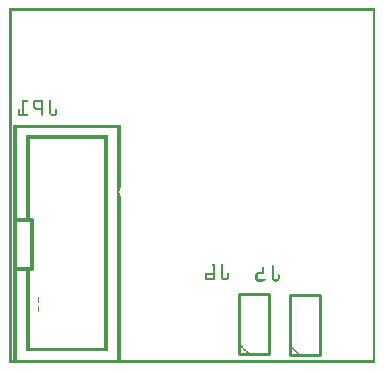
<source format=gbo>
G04 MADE WITH FRITZING*
G04 WWW.FRITZING.ORG*
G04 DOUBLE SIDED*
G04 HOLES PLATED*
G04 CONTOUR ON CENTER OF CONTOUR VECTOR*
%ASAXBY*%
%FSLAX23Y23*%
%MOIN*%
%OFA0B0*%
%SFA1.0B1.0*%
%ADD10C,0.010000*%
%ADD11C,0.012500*%
%ADD12R,0.001000X0.001000*%
%LNSILK0*%
G90*
G70*
G54D10*
X934Y25D02*
X934Y225D01*
D02*
X934Y225D02*
X1034Y225D01*
D02*
X1034Y225D02*
X1034Y25D01*
D02*
X1034Y25D02*
X934Y25D01*
D02*
X765Y29D02*
X765Y229D01*
D02*
X765Y229D02*
X865Y229D01*
D02*
X865Y229D02*
X865Y29D01*
D02*
X865Y29D02*
X765Y29D01*
G54D11*
X20Y311D02*
X20Y476D01*
X75Y476D01*
X75Y311D01*
X20Y311D01*
D02*
G54D12*
X0Y1181D02*
X1219Y1181D01*
X0Y1180D02*
X1219Y1180D01*
X0Y1179D02*
X1219Y1179D01*
X0Y1178D02*
X1219Y1178D01*
X0Y1177D02*
X1219Y1177D01*
X0Y1176D02*
X1219Y1176D01*
X0Y1175D02*
X1219Y1175D01*
X0Y1174D02*
X1219Y1174D01*
X0Y1173D02*
X7Y1173D01*
X1212Y1173D02*
X1219Y1173D01*
X0Y1172D02*
X7Y1172D01*
X1212Y1172D02*
X1219Y1172D01*
X0Y1171D02*
X7Y1171D01*
X1212Y1171D02*
X1219Y1171D01*
X0Y1170D02*
X7Y1170D01*
X1212Y1170D02*
X1219Y1170D01*
X0Y1169D02*
X7Y1169D01*
X1212Y1169D02*
X1219Y1169D01*
X0Y1168D02*
X7Y1168D01*
X1212Y1168D02*
X1219Y1168D01*
X0Y1167D02*
X7Y1167D01*
X1212Y1167D02*
X1219Y1167D01*
X0Y1166D02*
X7Y1166D01*
X1212Y1166D02*
X1219Y1166D01*
X0Y1165D02*
X7Y1165D01*
X1212Y1165D02*
X1219Y1165D01*
X0Y1164D02*
X7Y1164D01*
X1212Y1164D02*
X1219Y1164D01*
X0Y1163D02*
X7Y1163D01*
X1212Y1163D02*
X1219Y1163D01*
X0Y1162D02*
X7Y1162D01*
X1212Y1162D02*
X1219Y1162D01*
X0Y1161D02*
X7Y1161D01*
X1212Y1161D02*
X1219Y1161D01*
X0Y1160D02*
X7Y1160D01*
X1212Y1160D02*
X1219Y1160D01*
X0Y1159D02*
X7Y1159D01*
X1212Y1159D02*
X1219Y1159D01*
X0Y1158D02*
X7Y1158D01*
X1212Y1158D02*
X1219Y1158D01*
X0Y1157D02*
X7Y1157D01*
X1212Y1157D02*
X1219Y1157D01*
X0Y1156D02*
X7Y1156D01*
X1212Y1156D02*
X1219Y1156D01*
X0Y1155D02*
X7Y1155D01*
X1212Y1155D02*
X1219Y1155D01*
X0Y1154D02*
X7Y1154D01*
X1212Y1154D02*
X1219Y1154D01*
X0Y1153D02*
X7Y1153D01*
X1212Y1153D02*
X1219Y1153D01*
X0Y1152D02*
X7Y1152D01*
X1212Y1152D02*
X1219Y1152D01*
X0Y1151D02*
X7Y1151D01*
X1212Y1151D02*
X1219Y1151D01*
X0Y1150D02*
X7Y1150D01*
X1212Y1150D02*
X1219Y1150D01*
X0Y1149D02*
X7Y1149D01*
X1212Y1149D02*
X1219Y1149D01*
X0Y1148D02*
X7Y1148D01*
X1212Y1148D02*
X1219Y1148D01*
X0Y1147D02*
X7Y1147D01*
X1212Y1147D02*
X1219Y1147D01*
X0Y1146D02*
X7Y1146D01*
X1212Y1146D02*
X1219Y1146D01*
X0Y1145D02*
X7Y1145D01*
X1212Y1145D02*
X1219Y1145D01*
X0Y1144D02*
X7Y1144D01*
X1212Y1144D02*
X1219Y1144D01*
X0Y1143D02*
X7Y1143D01*
X1212Y1143D02*
X1219Y1143D01*
X0Y1142D02*
X7Y1142D01*
X1212Y1142D02*
X1219Y1142D01*
X0Y1141D02*
X7Y1141D01*
X1212Y1141D02*
X1219Y1141D01*
X0Y1140D02*
X7Y1140D01*
X1212Y1140D02*
X1219Y1140D01*
X0Y1139D02*
X7Y1139D01*
X1212Y1139D02*
X1219Y1139D01*
X0Y1138D02*
X7Y1138D01*
X1212Y1138D02*
X1219Y1138D01*
X0Y1137D02*
X7Y1137D01*
X1212Y1137D02*
X1219Y1137D01*
X0Y1136D02*
X7Y1136D01*
X1212Y1136D02*
X1219Y1136D01*
X0Y1135D02*
X7Y1135D01*
X1212Y1135D02*
X1219Y1135D01*
X0Y1134D02*
X7Y1134D01*
X1212Y1134D02*
X1219Y1134D01*
X0Y1133D02*
X7Y1133D01*
X1212Y1133D02*
X1219Y1133D01*
X0Y1132D02*
X7Y1132D01*
X1212Y1132D02*
X1219Y1132D01*
X0Y1131D02*
X7Y1131D01*
X1212Y1131D02*
X1219Y1131D01*
X0Y1130D02*
X7Y1130D01*
X1212Y1130D02*
X1219Y1130D01*
X0Y1129D02*
X7Y1129D01*
X1212Y1129D02*
X1219Y1129D01*
X0Y1128D02*
X7Y1128D01*
X1212Y1128D02*
X1219Y1128D01*
X0Y1127D02*
X7Y1127D01*
X1212Y1127D02*
X1219Y1127D01*
X0Y1126D02*
X7Y1126D01*
X1212Y1126D02*
X1219Y1126D01*
X0Y1125D02*
X7Y1125D01*
X1212Y1125D02*
X1219Y1125D01*
X0Y1124D02*
X7Y1124D01*
X1212Y1124D02*
X1219Y1124D01*
X0Y1123D02*
X7Y1123D01*
X1212Y1123D02*
X1219Y1123D01*
X0Y1122D02*
X7Y1122D01*
X1212Y1122D02*
X1219Y1122D01*
X0Y1121D02*
X7Y1121D01*
X1212Y1121D02*
X1219Y1121D01*
X0Y1120D02*
X7Y1120D01*
X1212Y1120D02*
X1219Y1120D01*
X0Y1119D02*
X7Y1119D01*
X1212Y1119D02*
X1219Y1119D01*
X0Y1118D02*
X7Y1118D01*
X1212Y1118D02*
X1219Y1118D01*
X0Y1117D02*
X7Y1117D01*
X1212Y1117D02*
X1219Y1117D01*
X0Y1116D02*
X7Y1116D01*
X1212Y1116D02*
X1219Y1116D01*
X0Y1115D02*
X7Y1115D01*
X1212Y1115D02*
X1219Y1115D01*
X0Y1114D02*
X7Y1114D01*
X1212Y1114D02*
X1219Y1114D01*
X0Y1113D02*
X7Y1113D01*
X1212Y1113D02*
X1219Y1113D01*
X0Y1112D02*
X7Y1112D01*
X1212Y1112D02*
X1219Y1112D01*
X0Y1111D02*
X7Y1111D01*
X1212Y1111D02*
X1219Y1111D01*
X0Y1110D02*
X7Y1110D01*
X1212Y1110D02*
X1219Y1110D01*
X0Y1109D02*
X7Y1109D01*
X1212Y1109D02*
X1219Y1109D01*
X0Y1108D02*
X7Y1108D01*
X1212Y1108D02*
X1219Y1108D01*
X0Y1107D02*
X7Y1107D01*
X1212Y1107D02*
X1219Y1107D01*
X0Y1106D02*
X7Y1106D01*
X1212Y1106D02*
X1219Y1106D01*
X0Y1105D02*
X7Y1105D01*
X1212Y1105D02*
X1219Y1105D01*
X0Y1104D02*
X7Y1104D01*
X1212Y1104D02*
X1219Y1104D01*
X0Y1103D02*
X7Y1103D01*
X1212Y1103D02*
X1219Y1103D01*
X0Y1102D02*
X7Y1102D01*
X1212Y1102D02*
X1219Y1102D01*
X0Y1101D02*
X7Y1101D01*
X1212Y1101D02*
X1219Y1101D01*
X0Y1100D02*
X7Y1100D01*
X1212Y1100D02*
X1219Y1100D01*
X0Y1099D02*
X7Y1099D01*
X1212Y1099D02*
X1219Y1099D01*
X0Y1098D02*
X7Y1098D01*
X1212Y1098D02*
X1219Y1098D01*
X0Y1097D02*
X7Y1097D01*
X1212Y1097D02*
X1219Y1097D01*
X0Y1096D02*
X7Y1096D01*
X1212Y1096D02*
X1219Y1096D01*
X0Y1095D02*
X7Y1095D01*
X1212Y1095D02*
X1219Y1095D01*
X0Y1094D02*
X7Y1094D01*
X1212Y1094D02*
X1219Y1094D01*
X0Y1093D02*
X7Y1093D01*
X1212Y1093D02*
X1219Y1093D01*
X0Y1092D02*
X7Y1092D01*
X1212Y1092D02*
X1219Y1092D01*
X0Y1091D02*
X7Y1091D01*
X1212Y1091D02*
X1219Y1091D01*
X0Y1090D02*
X7Y1090D01*
X1212Y1090D02*
X1219Y1090D01*
X0Y1089D02*
X7Y1089D01*
X1212Y1089D02*
X1219Y1089D01*
X0Y1088D02*
X7Y1088D01*
X1212Y1088D02*
X1219Y1088D01*
X0Y1087D02*
X7Y1087D01*
X1212Y1087D02*
X1219Y1087D01*
X0Y1086D02*
X7Y1086D01*
X1212Y1086D02*
X1219Y1086D01*
X0Y1085D02*
X7Y1085D01*
X1212Y1085D02*
X1219Y1085D01*
X0Y1084D02*
X7Y1084D01*
X1212Y1084D02*
X1219Y1084D01*
X0Y1083D02*
X7Y1083D01*
X1212Y1083D02*
X1219Y1083D01*
X0Y1082D02*
X7Y1082D01*
X1212Y1082D02*
X1219Y1082D01*
X0Y1081D02*
X7Y1081D01*
X1212Y1081D02*
X1219Y1081D01*
X0Y1080D02*
X7Y1080D01*
X1212Y1080D02*
X1219Y1080D01*
X0Y1079D02*
X7Y1079D01*
X1212Y1079D02*
X1219Y1079D01*
X0Y1078D02*
X7Y1078D01*
X1212Y1078D02*
X1219Y1078D01*
X0Y1077D02*
X7Y1077D01*
X1212Y1077D02*
X1219Y1077D01*
X0Y1076D02*
X7Y1076D01*
X1212Y1076D02*
X1219Y1076D01*
X0Y1075D02*
X7Y1075D01*
X1212Y1075D02*
X1219Y1075D01*
X0Y1074D02*
X7Y1074D01*
X1212Y1074D02*
X1219Y1074D01*
X0Y1073D02*
X7Y1073D01*
X1212Y1073D02*
X1219Y1073D01*
X0Y1072D02*
X7Y1072D01*
X1212Y1072D02*
X1219Y1072D01*
X0Y1071D02*
X7Y1071D01*
X1212Y1071D02*
X1219Y1071D01*
X0Y1070D02*
X7Y1070D01*
X1212Y1070D02*
X1219Y1070D01*
X0Y1069D02*
X7Y1069D01*
X1212Y1069D02*
X1219Y1069D01*
X0Y1068D02*
X7Y1068D01*
X1212Y1068D02*
X1219Y1068D01*
X0Y1067D02*
X7Y1067D01*
X1212Y1067D02*
X1219Y1067D01*
X0Y1066D02*
X7Y1066D01*
X1212Y1066D02*
X1219Y1066D01*
X0Y1065D02*
X7Y1065D01*
X1212Y1065D02*
X1219Y1065D01*
X0Y1064D02*
X7Y1064D01*
X1212Y1064D02*
X1219Y1064D01*
X0Y1063D02*
X7Y1063D01*
X1212Y1063D02*
X1219Y1063D01*
X0Y1062D02*
X7Y1062D01*
X1212Y1062D02*
X1219Y1062D01*
X0Y1061D02*
X7Y1061D01*
X1212Y1061D02*
X1219Y1061D01*
X0Y1060D02*
X7Y1060D01*
X1212Y1060D02*
X1219Y1060D01*
X0Y1059D02*
X7Y1059D01*
X1212Y1059D02*
X1219Y1059D01*
X0Y1058D02*
X7Y1058D01*
X1212Y1058D02*
X1219Y1058D01*
X0Y1057D02*
X7Y1057D01*
X1212Y1057D02*
X1219Y1057D01*
X0Y1056D02*
X7Y1056D01*
X1212Y1056D02*
X1219Y1056D01*
X0Y1055D02*
X7Y1055D01*
X1212Y1055D02*
X1219Y1055D01*
X0Y1054D02*
X7Y1054D01*
X1212Y1054D02*
X1219Y1054D01*
X0Y1053D02*
X7Y1053D01*
X1212Y1053D02*
X1219Y1053D01*
X0Y1052D02*
X7Y1052D01*
X1212Y1052D02*
X1219Y1052D01*
X0Y1051D02*
X7Y1051D01*
X1212Y1051D02*
X1219Y1051D01*
X0Y1050D02*
X7Y1050D01*
X1212Y1050D02*
X1219Y1050D01*
X0Y1049D02*
X7Y1049D01*
X1212Y1049D02*
X1219Y1049D01*
X0Y1048D02*
X7Y1048D01*
X1212Y1048D02*
X1219Y1048D01*
X0Y1047D02*
X7Y1047D01*
X1212Y1047D02*
X1219Y1047D01*
X0Y1046D02*
X7Y1046D01*
X1212Y1046D02*
X1219Y1046D01*
X0Y1045D02*
X7Y1045D01*
X1212Y1045D02*
X1219Y1045D01*
X0Y1044D02*
X7Y1044D01*
X1212Y1044D02*
X1219Y1044D01*
X0Y1043D02*
X7Y1043D01*
X1212Y1043D02*
X1219Y1043D01*
X0Y1042D02*
X7Y1042D01*
X1212Y1042D02*
X1219Y1042D01*
X0Y1041D02*
X7Y1041D01*
X1212Y1041D02*
X1219Y1041D01*
X0Y1040D02*
X7Y1040D01*
X1212Y1040D02*
X1219Y1040D01*
X0Y1039D02*
X7Y1039D01*
X1212Y1039D02*
X1219Y1039D01*
X0Y1038D02*
X7Y1038D01*
X1212Y1038D02*
X1219Y1038D01*
X0Y1037D02*
X7Y1037D01*
X1212Y1037D02*
X1219Y1037D01*
X0Y1036D02*
X7Y1036D01*
X1212Y1036D02*
X1219Y1036D01*
X0Y1035D02*
X7Y1035D01*
X1212Y1035D02*
X1219Y1035D01*
X0Y1034D02*
X7Y1034D01*
X1212Y1034D02*
X1219Y1034D01*
X0Y1033D02*
X7Y1033D01*
X1212Y1033D02*
X1219Y1033D01*
X0Y1032D02*
X7Y1032D01*
X1212Y1032D02*
X1219Y1032D01*
X0Y1031D02*
X7Y1031D01*
X1212Y1031D02*
X1219Y1031D01*
X0Y1030D02*
X7Y1030D01*
X1212Y1030D02*
X1219Y1030D01*
X0Y1029D02*
X7Y1029D01*
X1212Y1029D02*
X1219Y1029D01*
X0Y1028D02*
X7Y1028D01*
X1212Y1028D02*
X1219Y1028D01*
X0Y1027D02*
X7Y1027D01*
X1212Y1027D02*
X1219Y1027D01*
X0Y1026D02*
X7Y1026D01*
X1212Y1026D02*
X1219Y1026D01*
X0Y1025D02*
X7Y1025D01*
X1212Y1025D02*
X1219Y1025D01*
X0Y1024D02*
X7Y1024D01*
X1212Y1024D02*
X1219Y1024D01*
X0Y1023D02*
X7Y1023D01*
X1212Y1023D02*
X1219Y1023D01*
X0Y1022D02*
X7Y1022D01*
X1212Y1022D02*
X1219Y1022D01*
X0Y1021D02*
X7Y1021D01*
X1212Y1021D02*
X1219Y1021D01*
X0Y1020D02*
X7Y1020D01*
X1212Y1020D02*
X1219Y1020D01*
X0Y1019D02*
X7Y1019D01*
X1212Y1019D02*
X1219Y1019D01*
X0Y1018D02*
X7Y1018D01*
X1212Y1018D02*
X1219Y1018D01*
X0Y1017D02*
X7Y1017D01*
X1212Y1017D02*
X1219Y1017D01*
X0Y1016D02*
X7Y1016D01*
X1212Y1016D02*
X1219Y1016D01*
X0Y1015D02*
X7Y1015D01*
X1212Y1015D02*
X1219Y1015D01*
X0Y1014D02*
X7Y1014D01*
X1212Y1014D02*
X1219Y1014D01*
X0Y1013D02*
X7Y1013D01*
X1212Y1013D02*
X1219Y1013D01*
X0Y1012D02*
X7Y1012D01*
X1212Y1012D02*
X1219Y1012D01*
X0Y1011D02*
X7Y1011D01*
X1212Y1011D02*
X1219Y1011D01*
X0Y1010D02*
X7Y1010D01*
X1212Y1010D02*
X1219Y1010D01*
X0Y1009D02*
X7Y1009D01*
X1212Y1009D02*
X1219Y1009D01*
X0Y1008D02*
X7Y1008D01*
X1212Y1008D02*
X1219Y1008D01*
X0Y1007D02*
X7Y1007D01*
X1212Y1007D02*
X1219Y1007D01*
X0Y1006D02*
X7Y1006D01*
X1212Y1006D02*
X1219Y1006D01*
X0Y1005D02*
X7Y1005D01*
X1212Y1005D02*
X1219Y1005D01*
X0Y1004D02*
X7Y1004D01*
X1212Y1004D02*
X1219Y1004D01*
X0Y1003D02*
X7Y1003D01*
X1212Y1003D02*
X1219Y1003D01*
X0Y1002D02*
X7Y1002D01*
X1212Y1002D02*
X1219Y1002D01*
X0Y1001D02*
X7Y1001D01*
X1212Y1001D02*
X1219Y1001D01*
X0Y1000D02*
X7Y1000D01*
X1212Y1000D02*
X1219Y1000D01*
X0Y999D02*
X7Y999D01*
X1212Y999D02*
X1219Y999D01*
X0Y998D02*
X7Y998D01*
X1212Y998D02*
X1219Y998D01*
X0Y997D02*
X7Y997D01*
X1212Y997D02*
X1219Y997D01*
X0Y996D02*
X7Y996D01*
X1212Y996D02*
X1219Y996D01*
X0Y995D02*
X7Y995D01*
X1212Y995D02*
X1219Y995D01*
X0Y994D02*
X7Y994D01*
X1212Y994D02*
X1219Y994D01*
X0Y993D02*
X7Y993D01*
X1212Y993D02*
X1219Y993D01*
X0Y992D02*
X7Y992D01*
X1212Y992D02*
X1219Y992D01*
X0Y991D02*
X7Y991D01*
X1212Y991D02*
X1219Y991D01*
X0Y990D02*
X7Y990D01*
X1212Y990D02*
X1219Y990D01*
X0Y989D02*
X7Y989D01*
X1212Y989D02*
X1219Y989D01*
X0Y988D02*
X7Y988D01*
X1212Y988D02*
X1219Y988D01*
X0Y987D02*
X7Y987D01*
X1212Y987D02*
X1219Y987D01*
X0Y986D02*
X7Y986D01*
X1212Y986D02*
X1219Y986D01*
X0Y985D02*
X7Y985D01*
X1212Y985D02*
X1219Y985D01*
X0Y984D02*
X7Y984D01*
X1212Y984D02*
X1219Y984D01*
X0Y983D02*
X7Y983D01*
X1212Y983D02*
X1219Y983D01*
X0Y982D02*
X7Y982D01*
X1212Y982D02*
X1219Y982D01*
X0Y981D02*
X7Y981D01*
X1212Y981D02*
X1219Y981D01*
X0Y980D02*
X7Y980D01*
X1212Y980D02*
X1219Y980D01*
X0Y979D02*
X7Y979D01*
X1212Y979D02*
X1219Y979D01*
X0Y978D02*
X7Y978D01*
X1212Y978D02*
X1219Y978D01*
X0Y977D02*
X7Y977D01*
X1212Y977D02*
X1219Y977D01*
X0Y976D02*
X7Y976D01*
X1212Y976D02*
X1219Y976D01*
X0Y975D02*
X7Y975D01*
X1212Y975D02*
X1219Y975D01*
X0Y974D02*
X7Y974D01*
X1212Y974D02*
X1219Y974D01*
X0Y973D02*
X7Y973D01*
X1212Y973D02*
X1219Y973D01*
X0Y972D02*
X7Y972D01*
X1212Y972D02*
X1219Y972D01*
X0Y971D02*
X7Y971D01*
X1212Y971D02*
X1219Y971D01*
X0Y970D02*
X7Y970D01*
X1212Y970D02*
X1219Y970D01*
X0Y969D02*
X7Y969D01*
X1212Y969D02*
X1219Y969D01*
X0Y968D02*
X7Y968D01*
X1212Y968D02*
X1219Y968D01*
X0Y967D02*
X7Y967D01*
X1212Y967D02*
X1219Y967D01*
X0Y966D02*
X7Y966D01*
X1212Y966D02*
X1219Y966D01*
X0Y965D02*
X7Y965D01*
X1212Y965D02*
X1219Y965D01*
X0Y964D02*
X7Y964D01*
X1212Y964D02*
X1219Y964D01*
X0Y963D02*
X7Y963D01*
X1212Y963D02*
X1219Y963D01*
X0Y962D02*
X7Y962D01*
X1212Y962D02*
X1219Y962D01*
X0Y961D02*
X7Y961D01*
X1212Y961D02*
X1219Y961D01*
X0Y960D02*
X7Y960D01*
X1212Y960D02*
X1219Y960D01*
X0Y959D02*
X7Y959D01*
X1212Y959D02*
X1219Y959D01*
X0Y958D02*
X7Y958D01*
X1212Y958D02*
X1219Y958D01*
X0Y957D02*
X7Y957D01*
X1212Y957D02*
X1219Y957D01*
X0Y956D02*
X7Y956D01*
X1212Y956D02*
X1219Y956D01*
X0Y955D02*
X7Y955D01*
X1212Y955D02*
X1219Y955D01*
X0Y954D02*
X7Y954D01*
X1212Y954D02*
X1219Y954D01*
X0Y953D02*
X7Y953D01*
X1212Y953D02*
X1219Y953D01*
X0Y952D02*
X7Y952D01*
X1212Y952D02*
X1219Y952D01*
X0Y951D02*
X7Y951D01*
X1212Y951D02*
X1219Y951D01*
X0Y950D02*
X7Y950D01*
X1212Y950D02*
X1219Y950D01*
X0Y949D02*
X7Y949D01*
X1212Y949D02*
X1219Y949D01*
X0Y948D02*
X7Y948D01*
X1212Y948D02*
X1219Y948D01*
X0Y947D02*
X7Y947D01*
X1212Y947D02*
X1219Y947D01*
X0Y946D02*
X7Y946D01*
X1212Y946D02*
X1219Y946D01*
X0Y945D02*
X7Y945D01*
X1212Y945D02*
X1219Y945D01*
X0Y944D02*
X7Y944D01*
X1212Y944D02*
X1219Y944D01*
X0Y943D02*
X7Y943D01*
X1212Y943D02*
X1219Y943D01*
X0Y942D02*
X7Y942D01*
X1212Y942D02*
X1219Y942D01*
X0Y941D02*
X7Y941D01*
X1212Y941D02*
X1219Y941D01*
X0Y940D02*
X7Y940D01*
X1212Y940D02*
X1219Y940D01*
X0Y939D02*
X7Y939D01*
X1212Y939D02*
X1219Y939D01*
X0Y938D02*
X7Y938D01*
X1212Y938D02*
X1219Y938D01*
X0Y937D02*
X7Y937D01*
X1212Y937D02*
X1219Y937D01*
X0Y936D02*
X7Y936D01*
X1212Y936D02*
X1219Y936D01*
X0Y935D02*
X7Y935D01*
X1212Y935D02*
X1219Y935D01*
X0Y934D02*
X7Y934D01*
X1212Y934D02*
X1219Y934D01*
X0Y933D02*
X7Y933D01*
X1212Y933D02*
X1219Y933D01*
X0Y932D02*
X7Y932D01*
X1212Y932D02*
X1219Y932D01*
X0Y931D02*
X7Y931D01*
X1212Y931D02*
X1219Y931D01*
X0Y930D02*
X7Y930D01*
X1212Y930D02*
X1219Y930D01*
X0Y929D02*
X7Y929D01*
X1212Y929D02*
X1219Y929D01*
X0Y928D02*
X7Y928D01*
X1212Y928D02*
X1219Y928D01*
X0Y927D02*
X7Y927D01*
X1212Y927D02*
X1219Y927D01*
X0Y926D02*
X7Y926D01*
X1212Y926D02*
X1219Y926D01*
X0Y925D02*
X7Y925D01*
X1212Y925D02*
X1219Y925D01*
X0Y924D02*
X7Y924D01*
X1212Y924D02*
X1219Y924D01*
X0Y923D02*
X7Y923D01*
X1212Y923D02*
X1219Y923D01*
X0Y922D02*
X7Y922D01*
X1212Y922D02*
X1219Y922D01*
X0Y921D02*
X7Y921D01*
X1212Y921D02*
X1219Y921D01*
X0Y920D02*
X7Y920D01*
X1212Y920D02*
X1219Y920D01*
X0Y919D02*
X7Y919D01*
X1212Y919D02*
X1219Y919D01*
X0Y918D02*
X7Y918D01*
X1212Y918D02*
X1219Y918D01*
X0Y917D02*
X7Y917D01*
X1212Y917D02*
X1219Y917D01*
X0Y916D02*
X7Y916D01*
X1212Y916D02*
X1219Y916D01*
X0Y915D02*
X7Y915D01*
X1212Y915D02*
X1219Y915D01*
X0Y914D02*
X7Y914D01*
X1212Y914D02*
X1219Y914D01*
X0Y913D02*
X7Y913D01*
X1212Y913D02*
X1219Y913D01*
X0Y912D02*
X7Y912D01*
X1212Y912D02*
X1219Y912D01*
X0Y911D02*
X7Y911D01*
X1212Y911D02*
X1219Y911D01*
X0Y910D02*
X7Y910D01*
X1212Y910D02*
X1219Y910D01*
X0Y909D02*
X7Y909D01*
X1212Y909D02*
X1219Y909D01*
X0Y908D02*
X7Y908D01*
X1212Y908D02*
X1219Y908D01*
X0Y907D02*
X7Y907D01*
X1212Y907D02*
X1219Y907D01*
X0Y906D02*
X7Y906D01*
X1212Y906D02*
X1219Y906D01*
X0Y905D02*
X7Y905D01*
X1212Y905D02*
X1219Y905D01*
X0Y904D02*
X7Y904D01*
X1212Y904D02*
X1219Y904D01*
X0Y903D02*
X7Y903D01*
X1212Y903D02*
X1219Y903D01*
X0Y902D02*
X7Y902D01*
X1212Y902D02*
X1219Y902D01*
X0Y901D02*
X7Y901D01*
X1212Y901D02*
X1219Y901D01*
X0Y900D02*
X7Y900D01*
X1212Y900D02*
X1219Y900D01*
X0Y899D02*
X7Y899D01*
X1212Y899D02*
X1219Y899D01*
X0Y898D02*
X7Y898D01*
X1212Y898D02*
X1219Y898D01*
X0Y897D02*
X7Y897D01*
X1212Y897D02*
X1219Y897D01*
X0Y896D02*
X7Y896D01*
X1212Y896D02*
X1219Y896D01*
X0Y895D02*
X7Y895D01*
X1212Y895D02*
X1219Y895D01*
X0Y894D02*
X7Y894D01*
X1212Y894D02*
X1219Y894D01*
X0Y893D02*
X7Y893D01*
X1212Y893D02*
X1219Y893D01*
X0Y892D02*
X7Y892D01*
X1212Y892D02*
X1219Y892D01*
X0Y891D02*
X7Y891D01*
X1212Y891D02*
X1219Y891D01*
X0Y890D02*
X7Y890D01*
X1212Y890D02*
X1219Y890D01*
X0Y889D02*
X7Y889D01*
X1212Y889D02*
X1219Y889D01*
X0Y888D02*
X7Y888D01*
X1212Y888D02*
X1219Y888D01*
X0Y887D02*
X7Y887D01*
X1212Y887D02*
X1219Y887D01*
X0Y886D02*
X7Y886D01*
X1212Y886D02*
X1219Y886D01*
X0Y885D02*
X7Y885D01*
X1212Y885D02*
X1219Y885D01*
X0Y884D02*
X7Y884D01*
X1212Y884D02*
X1219Y884D01*
X0Y883D02*
X7Y883D01*
X1212Y883D02*
X1219Y883D01*
X0Y882D02*
X7Y882D01*
X1212Y882D02*
X1219Y882D01*
X0Y881D02*
X7Y881D01*
X1212Y881D02*
X1219Y881D01*
X0Y880D02*
X7Y880D01*
X1212Y880D02*
X1219Y880D01*
X0Y879D02*
X7Y879D01*
X1212Y879D02*
X1219Y879D01*
X0Y878D02*
X7Y878D01*
X1212Y878D02*
X1219Y878D01*
X0Y877D02*
X7Y877D01*
X1212Y877D02*
X1219Y877D01*
X0Y876D02*
X7Y876D01*
X44Y876D02*
X61Y876D01*
X88Y876D02*
X113Y876D01*
X136Y876D02*
X137Y876D01*
X1212Y876D02*
X1219Y876D01*
X0Y875D02*
X7Y875D01*
X44Y875D02*
X63Y875D01*
X85Y875D02*
X113Y875D01*
X134Y875D02*
X138Y875D01*
X1212Y875D02*
X1219Y875D01*
X0Y874D02*
X7Y874D01*
X44Y874D02*
X63Y874D01*
X84Y874D02*
X113Y874D01*
X134Y874D02*
X139Y874D01*
X1212Y874D02*
X1219Y874D01*
X0Y873D02*
X7Y873D01*
X44Y873D02*
X63Y873D01*
X83Y873D02*
X113Y873D01*
X133Y873D02*
X139Y873D01*
X1212Y873D02*
X1219Y873D01*
X0Y872D02*
X7Y872D01*
X44Y872D02*
X63Y872D01*
X82Y872D02*
X113Y872D01*
X133Y872D02*
X139Y872D01*
X1212Y872D02*
X1219Y872D01*
X0Y871D02*
X7Y871D01*
X44Y871D02*
X63Y871D01*
X81Y871D02*
X113Y871D01*
X133Y871D02*
X139Y871D01*
X1212Y871D02*
X1219Y871D01*
X0Y870D02*
X7Y870D01*
X44Y870D02*
X62Y870D01*
X81Y870D02*
X113Y870D01*
X133Y870D02*
X139Y870D01*
X1212Y870D02*
X1219Y870D01*
X0Y869D02*
X7Y869D01*
X44Y869D02*
X50Y869D01*
X80Y869D02*
X88Y869D01*
X107Y869D02*
X113Y869D01*
X133Y869D02*
X139Y869D01*
X1212Y869D02*
X1219Y869D01*
X0Y868D02*
X7Y868D01*
X44Y868D02*
X50Y868D01*
X80Y868D02*
X87Y868D01*
X107Y868D02*
X113Y868D01*
X133Y868D02*
X139Y868D01*
X1212Y868D02*
X1219Y868D01*
X0Y867D02*
X7Y867D01*
X44Y867D02*
X50Y867D01*
X80Y867D02*
X86Y867D01*
X107Y867D02*
X113Y867D01*
X133Y867D02*
X139Y867D01*
X1212Y867D02*
X1219Y867D01*
X0Y866D02*
X7Y866D01*
X44Y866D02*
X50Y866D01*
X80Y866D02*
X86Y866D01*
X107Y866D02*
X113Y866D01*
X133Y866D02*
X139Y866D01*
X1212Y866D02*
X1219Y866D01*
X0Y865D02*
X7Y865D01*
X44Y865D02*
X50Y865D01*
X80Y865D02*
X86Y865D01*
X107Y865D02*
X113Y865D01*
X133Y865D02*
X139Y865D01*
X1212Y865D02*
X1219Y865D01*
X0Y864D02*
X7Y864D01*
X44Y864D02*
X50Y864D01*
X80Y864D02*
X86Y864D01*
X107Y864D02*
X113Y864D01*
X133Y864D02*
X139Y864D01*
X1212Y864D02*
X1219Y864D01*
X0Y863D02*
X7Y863D01*
X44Y863D02*
X50Y863D01*
X80Y863D02*
X86Y863D01*
X107Y863D02*
X113Y863D01*
X133Y863D02*
X139Y863D01*
X1212Y863D02*
X1219Y863D01*
X0Y862D02*
X7Y862D01*
X44Y862D02*
X50Y862D01*
X80Y862D02*
X86Y862D01*
X107Y862D02*
X113Y862D01*
X133Y862D02*
X139Y862D01*
X1212Y862D02*
X1219Y862D01*
X0Y861D02*
X7Y861D01*
X44Y861D02*
X50Y861D01*
X80Y861D02*
X86Y861D01*
X107Y861D02*
X113Y861D01*
X133Y861D02*
X139Y861D01*
X1212Y861D02*
X1219Y861D01*
X0Y860D02*
X7Y860D01*
X44Y860D02*
X50Y860D01*
X80Y860D02*
X86Y860D01*
X107Y860D02*
X113Y860D01*
X133Y860D02*
X139Y860D01*
X1212Y860D02*
X1219Y860D01*
X0Y859D02*
X7Y859D01*
X44Y859D02*
X50Y859D01*
X80Y859D02*
X86Y859D01*
X107Y859D02*
X113Y859D01*
X133Y859D02*
X139Y859D01*
X1212Y859D02*
X1219Y859D01*
X0Y858D02*
X7Y858D01*
X44Y858D02*
X50Y858D01*
X80Y858D02*
X86Y858D01*
X107Y858D02*
X113Y858D01*
X133Y858D02*
X139Y858D01*
X1212Y858D02*
X1219Y858D01*
X0Y857D02*
X7Y857D01*
X44Y857D02*
X50Y857D01*
X80Y857D02*
X86Y857D01*
X107Y857D02*
X113Y857D01*
X133Y857D02*
X139Y857D01*
X1212Y857D02*
X1219Y857D01*
X0Y856D02*
X7Y856D01*
X44Y856D02*
X50Y856D01*
X80Y856D02*
X86Y856D01*
X107Y856D02*
X113Y856D01*
X133Y856D02*
X139Y856D01*
X1212Y856D02*
X1219Y856D01*
X0Y855D02*
X7Y855D01*
X44Y855D02*
X50Y855D01*
X80Y855D02*
X86Y855D01*
X107Y855D02*
X113Y855D01*
X133Y855D02*
X139Y855D01*
X1212Y855D02*
X1219Y855D01*
X0Y854D02*
X7Y854D01*
X44Y854D02*
X50Y854D01*
X80Y854D02*
X86Y854D01*
X107Y854D02*
X113Y854D01*
X133Y854D02*
X139Y854D01*
X1212Y854D02*
X1219Y854D01*
X0Y853D02*
X7Y853D01*
X44Y853D02*
X50Y853D01*
X80Y853D02*
X86Y853D01*
X107Y853D02*
X113Y853D01*
X133Y853D02*
X139Y853D01*
X1212Y853D02*
X1219Y853D01*
X0Y852D02*
X7Y852D01*
X44Y852D02*
X50Y852D01*
X80Y852D02*
X86Y852D01*
X107Y852D02*
X113Y852D01*
X133Y852D02*
X139Y852D01*
X1212Y852D02*
X1219Y852D01*
X0Y851D02*
X7Y851D01*
X44Y851D02*
X50Y851D01*
X80Y851D02*
X87Y851D01*
X107Y851D02*
X113Y851D01*
X133Y851D02*
X139Y851D01*
X1212Y851D02*
X1219Y851D01*
X0Y850D02*
X7Y850D01*
X44Y850D02*
X50Y850D01*
X80Y850D02*
X88Y850D01*
X107Y850D02*
X113Y850D01*
X133Y850D02*
X139Y850D01*
X1212Y850D02*
X1219Y850D01*
X0Y849D02*
X7Y849D01*
X44Y849D02*
X50Y849D01*
X81Y849D02*
X113Y849D01*
X133Y849D02*
X139Y849D01*
X1212Y849D02*
X1219Y849D01*
X0Y848D02*
X7Y848D01*
X44Y848D02*
X50Y848D01*
X81Y848D02*
X113Y848D01*
X133Y848D02*
X139Y848D01*
X1212Y848D02*
X1219Y848D01*
X0Y847D02*
X7Y847D01*
X44Y847D02*
X50Y847D01*
X82Y847D02*
X113Y847D01*
X133Y847D02*
X139Y847D01*
X1212Y847D02*
X1219Y847D01*
X0Y846D02*
X7Y846D01*
X31Y846D02*
X35Y846D01*
X44Y846D02*
X50Y846D01*
X83Y846D02*
X113Y846D01*
X133Y846D02*
X139Y846D01*
X155Y846D02*
X159Y846D01*
X1212Y846D02*
X1219Y846D01*
X0Y845D02*
X7Y845D01*
X30Y845D02*
X35Y845D01*
X44Y845D02*
X50Y845D01*
X84Y845D02*
X113Y845D01*
X133Y845D02*
X139Y845D01*
X154Y845D02*
X159Y845D01*
X1212Y845D02*
X1219Y845D01*
X0Y844D02*
X7Y844D01*
X30Y844D02*
X36Y844D01*
X44Y844D02*
X50Y844D01*
X85Y844D02*
X113Y844D01*
X133Y844D02*
X139Y844D01*
X154Y844D02*
X160Y844D01*
X1212Y844D02*
X1219Y844D01*
X0Y843D02*
X7Y843D01*
X30Y843D02*
X36Y843D01*
X44Y843D02*
X50Y843D01*
X88Y843D02*
X113Y843D01*
X133Y843D02*
X139Y843D01*
X154Y843D02*
X160Y843D01*
X1212Y843D02*
X1219Y843D01*
X0Y842D02*
X7Y842D01*
X30Y842D02*
X36Y842D01*
X44Y842D02*
X50Y842D01*
X107Y842D02*
X113Y842D01*
X133Y842D02*
X139Y842D01*
X154Y842D02*
X160Y842D01*
X1212Y842D02*
X1219Y842D01*
X0Y841D02*
X7Y841D01*
X30Y841D02*
X36Y841D01*
X44Y841D02*
X50Y841D01*
X107Y841D02*
X113Y841D01*
X133Y841D02*
X139Y841D01*
X154Y841D02*
X160Y841D01*
X1212Y841D02*
X1219Y841D01*
X0Y840D02*
X7Y840D01*
X30Y840D02*
X36Y840D01*
X44Y840D02*
X50Y840D01*
X107Y840D02*
X113Y840D01*
X133Y840D02*
X139Y840D01*
X154Y840D02*
X160Y840D01*
X1212Y840D02*
X1219Y840D01*
X0Y839D02*
X7Y839D01*
X30Y839D02*
X36Y839D01*
X44Y839D02*
X50Y839D01*
X107Y839D02*
X113Y839D01*
X133Y839D02*
X139Y839D01*
X154Y839D02*
X160Y839D01*
X1212Y839D02*
X1219Y839D01*
X0Y838D02*
X7Y838D01*
X30Y838D02*
X36Y838D01*
X44Y838D02*
X50Y838D01*
X107Y838D02*
X113Y838D01*
X133Y838D02*
X139Y838D01*
X154Y838D02*
X160Y838D01*
X1212Y838D02*
X1219Y838D01*
X0Y837D02*
X7Y837D01*
X30Y837D02*
X36Y837D01*
X44Y837D02*
X50Y837D01*
X107Y837D02*
X113Y837D01*
X133Y837D02*
X139Y837D01*
X154Y837D02*
X160Y837D01*
X1212Y837D02*
X1219Y837D01*
X0Y836D02*
X7Y836D01*
X30Y836D02*
X36Y836D01*
X44Y836D02*
X50Y836D01*
X107Y836D02*
X113Y836D01*
X133Y836D02*
X139Y836D01*
X154Y836D02*
X160Y836D01*
X1212Y836D02*
X1219Y836D01*
X0Y835D02*
X7Y835D01*
X30Y835D02*
X36Y835D01*
X44Y835D02*
X50Y835D01*
X107Y835D02*
X113Y835D01*
X133Y835D02*
X139Y835D01*
X154Y835D02*
X160Y835D01*
X1212Y835D02*
X1219Y835D01*
X0Y834D02*
X7Y834D01*
X30Y834D02*
X36Y834D01*
X44Y834D02*
X50Y834D01*
X107Y834D02*
X113Y834D01*
X133Y834D02*
X139Y834D01*
X154Y834D02*
X160Y834D01*
X1212Y834D02*
X1219Y834D01*
X0Y833D02*
X7Y833D01*
X30Y833D02*
X36Y833D01*
X44Y833D02*
X50Y833D01*
X107Y833D02*
X113Y833D01*
X133Y833D02*
X139Y833D01*
X154Y833D02*
X160Y833D01*
X1212Y833D02*
X1219Y833D01*
X0Y832D02*
X7Y832D01*
X30Y832D02*
X36Y832D01*
X44Y832D02*
X50Y832D01*
X107Y832D02*
X113Y832D01*
X133Y832D02*
X139Y832D01*
X154Y832D02*
X160Y832D01*
X1212Y832D02*
X1219Y832D01*
X0Y831D02*
X7Y831D01*
X30Y831D02*
X36Y831D01*
X44Y831D02*
X50Y831D01*
X107Y831D02*
X113Y831D01*
X133Y831D02*
X140Y831D01*
X153Y831D02*
X160Y831D01*
X1212Y831D02*
X1219Y831D01*
X0Y830D02*
X7Y830D01*
X30Y830D02*
X36Y830D01*
X44Y830D02*
X50Y830D01*
X107Y830D02*
X113Y830D01*
X134Y830D02*
X141Y830D01*
X153Y830D02*
X160Y830D01*
X1212Y830D02*
X1219Y830D01*
X0Y829D02*
X7Y829D01*
X30Y829D02*
X61Y829D01*
X107Y829D02*
X113Y829D01*
X134Y829D02*
X159Y829D01*
X1212Y829D02*
X1219Y829D01*
X0Y828D02*
X7Y828D01*
X30Y828D02*
X62Y828D01*
X107Y828D02*
X113Y828D01*
X134Y828D02*
X159Y828D01*
X1212Y828D02*
X1219Y828D01*
X0Y827D02*
X7Y827D01*
X30Y827D02*
X63Y827D01*
X107Y827D02*
X113Y827D01*
X135Y827D02*
X158Y827D01*
X1212Y827D02*
X1219Y827D01*
X0Y826D02*
X7Y826D01*
X30Y826D02*
X63Y826D01*
X107Y826D02*
X113Y826D01*
X136Y826D02*
X158Y826D01*
X1212Y826D02*
X1219Y826D01*
X0Y825D02*
X7Y825D01*
X30Y825D02*
X63Y825D01*
X107Y825D02*
X113Y825D01*
X137Y825D02*
X157Y825D01*
X1212Y825D02*
X1219Y825D01*
X0Y824D02*
X7Y824D01*
X30Y824D02*
X63Y824D01*
X108Y824D02*
X113Y824D01*
X138Y824D02*
X155Y824D01*
X1212Y824D02*
X1219Y824D01*
X0Y823D02*
X7Y823D01*
X31Y823D02*
X62Y823D01*
X109Y823D02*
X112Y823D01*
X140Y823D02*
X154Y823D01*
X1212Y823D02*
X1219Y823D01*
X0Y822D02*
X7Y822D01*
X1212Y822D02*
X1219Y822D01*
X0Y821D02*
X7Y821D01*
X1212Y821D02*
X1219Y821D01*
X0Y820D02*
X7Y820D01*
X1212Y820D02*
X1219Y820D01*
X0Y819D02*
X7Y819D01*
X1212Y819D02*
X1219Y819D01*
X0Y818D02*
X7Y818D01*
X1212Y818D02*
X1219Y818D01*
X0Y817D02*
X7Y817D01*
X1212Y817D02*
X1219Y817D01*
X0Y816D02*
X7Y816D01*
X1212Y816D02*
X1219Y816D01*
X0Y815D02*
X7Y815D01*
X1212Y815D02*
X1219Y815D01*
X0Y814D02*
X7Y814D01*
X1212Y814D02*
X1219Y814D01*
X0Y813D02*
X7Y813D01*
X1212Y813D02*
X1219Y813D01*
X0Y812D02*
X7Y812D01*
X1212Y812D02*
X1219Y812D01*
X0Y811D02*
X7Y811D01*
X1212Y811D02*
X1219Y811D01*
X0Y810D02*
X7Y810D01*
X1212Y810D02*
X1219Y810D01*
X0Y809D02*
X7Y809D01*
X1212Y809D02*
X1219Y809D01*
X0Y808D02*
X7Y808D01*
X1212Y808D02*
X1219Y808D01*
X0Y807D02*
X7Y807D01*
X1212Y807D02*
X1219Y807D01*
X0Y806D02*
X7Y806D01*
X1212Y806D02*
X1219Y806D01*
X0Y805D02*
X7Y805D01*
X1212Y805D02*
X1219Y805D01*
X0Y804D02*
X7Y804D01*
X1212Y804D02*
X1219Y804D01*
X0Y803D02*
X7Y803D01*
X1212Y803D02*
X1219Y803D01*
X0Y802D02*
X7Y802D01*
X1212Y802D02*
X1219Y802D01*
X0Y801D02*
X7Y801D01*
X1212Y801D02*
X1219Y801D01*
X0Y800D02*
X7Y800D01*
X1212Y800D02*
X1219Y800D01*
X0Y799D02*
X7Y799D01*
X1212Y799D02*
X1219Y799D01*
X0Y798D02*
X7Y798D01*
X1212Y798D02*
X1219Y798D01*
X0Y797D02*
X7Y797D01*
X1212Y797D02*
X1219Y797D01*
X0Y796D02*
X7Y796D01*
X1212Y796D02*
X1219Y796D01*
X0Y795D02*
X7Y795D01*
X1212Y795D02*
X1219Y795D01*
X0Y794D02*
X7Y794D01*
X1212Y794D02*
X1219Y794D01*
X0Y793D02*
X7Y793D01*
X14Y793D02*
X371Y793D01*
X1212Y793D02*
X1219Y793D01*
X0Y792D02*
X7Y792D01*
X14Y792D02*
X371Y792D01*
X1212Y792D02*
X1219Y792D01*
X0Y791D02*
X7Y791D01*
X14Y791D02*
X371Y791D01*
X1212Y791D02*
X1219Y791D01*
X0Y790D02*
X7Y790D01*
X14Y790D02*
X371Y790D01*
X1212Y790D02*
X1219Y790D01*
X0Y789D02*
X7Y789D01*
X14Y789D02*
X371Y789D01*
X1212Y789D02*
X1219Y789D01*
X0Y788D02*
X7Y788D01*
X14Y788D02*
X371Y788D01*
X1212Y788D02*
X1219Y788D01*
X0Y787D02*
X7Y787D01*
X14Y787D02*
X371Y787D01*
X1212Y787D02*
X1219Y787D01*
X0Y786D02*
X7Y786D01*
X14Y786D02*
X371Y786D01*
X1212Y786D02*
X1219Y786D01*
X0Y785D02*
X7Y785D01*
X14Y785D02*
X371Y785D01*
X1212Y785D02*
X1219Y785D01*
X0Y784D02*
X7Y784D01*
X14Y784D02*
X371Y784D01*
X1212Y784D02*
X1219Y784D01*
X0Y783D02*
X7Y783D01*
X14Y783D02*
X371Y783D01*
X1212Y783D02*
X1219Y783D01*
X0Y782D02*
X7Y782D01*
X14Y782D02*
X371Y782D01*
X1212Y782D02*
X1219Y782D01*
X0Y781D02*
X7Y781D01*
X14Y781D02*
X25Y781D01*
X359Y781D02*
X371Y781D01*
X1212Y781D02*
X1219Y781D01*
X0Y780D02*
X7Y780D01*
X14Y780D02*
X25Y780D01*
X360Y780D02*
X371Y780D01*
X1212Y780D02*
X1219Y780D01*
X0Y779D02*
X7Y779D01*
X14Y779D02*
X25Y779D01*
X360Y779D02*
X371Y779D01*
X1212Y779D02*
X1219Y779D01*
X0Y778D02*
X7Y778D01*
X14Y778D02*
X25Y778D01*
X360Y778D02*
X371Y778D01*
X1212Y778D02*
X1219Y778D01*
X0Y777D02*
X7Y777D01*
X14Y777D02*
X25Y777D01*
X360Y777D02*
X371Y777D01*
X1212Y777D02*
X1219Y777D01*
X0Y776D02*
X7Y776D01*
X14Y776D02*
X25Y776D01*
X360Y776D02*
X371Y776D01*
X1212Y776D02*
X1219Y776D01*
X0Y775D02*
X7Y775D01*
X14Y775D02*
X25Y775D01*
X360Y775D02*
X371Y775D01*
X1212Y775D02*
X1219Y775D01*
X0Y774D02*
X7Y774D01*
X14Y774D02*
X25Y774D01*
X360Y774D02*
X371Y774D01*
X1212Y774D02*
X1219Y774D01*
X0Y773D02*
X7Y773D01*
X14Y773D02*
X25Y773D01*
X360Y773D02*
X371Y773D01*
X1212Y773D02*
X1219Y773D01*
X0Y772D02*
X7Y772D01*
X14Y772D02*
X25Y772D01*
X360Y772D02*
X371Y772D01*
X1212Y772D02*
X1219Y772D01*
X0Y771D02*
X7Y771D01*
X14Y771D02*
X25Y771D01*
X360Y771D02*
X371Y771D01*
X1212Y771D02*
X1219Y771D01*
X0Y770D02*
X7Y770D01*
X14Y770D02*
X25Y770D01*
X360Y770D02*
X371Y770D01*
X1212Y770D02*
X1219Y770D01*
X0Y769D02*
X7Y769D01*
X14Y769D02*
X25Y769D01*
X360Y769D02*
X371Y769D01*
X1212Y769D02*
X1219Y769D01*
X0Y768D02*
X7Y768D01*
X14Y768D02*
X25Y768D01*
X360Y768D02*
X371Y768D01*
X1212Y768D02*
X1219Y768D01*
X0Y767D02*
X7Y767D01*
X14Y767D02*
X25Y767D01*
X360Y767D02*
X371Y767D01*
X1212Y767D02*
X1219Y767D01*
X0Y766D02*
X7Y766D01*
X14Y766D02*
X25Y766D01*
X360Y766D02*
X371Y766D01*
X1212Y766D02*
X1219Y766D01*
X0Y765D02*
X7Y765D01*
X14Y765D02*
X25Y765D01*
X360Y765D02*
X371Y765D01*
X1212Y765D02*
X1219Y765D01*
X0Y764D02*
X7Y764D01*
X14Y764D02*
X25Y764D01*
X360Y764D02*
X371Y764D01*
X1212Y764D02*
X1219Y764D01*
X0Y763D02*
X7Y763D01*
X14Y763D02*
X25Y763D01*
X360Y763D02*
X371Y763D01*
X1212Y763D02*
X1219Y763D01*
X0Y762D02*
X7Y762D01*
X14Y762D02*
X25Y762D01*
X360Y762D02*
X371Y762D01*
X1212Y762D02*
X1219Y762D01*
X0Y761D02*
X7Y761D01*
X14Y761D02*
X25Y761D01*
X360Y761D02*
X371Y761D01*
X1212Y761D02*
X1219Y761D01*
X0Y760D02*
X7Y760D01*
X14Y760D02*
X25Y760D01*
X360Y760D02*
X371Y760D01*
X1212Y760D02*
X1219Y760D01*
X0Y759D02*
X7Y759D01*
X14Y759D02*
X25Y759D01*
X360Y759D02*
X371Y759D01*
X1212Y759D02*
X1219Y759D01*
X0Y758D02*
X7Y758D01*
X14Y758D02*
X25Y758D01*
X360Y758D02*
X371Y758D01*
X1212Y758D02*
X1219Y758D01*
X0Y757D02*
X7Y757D01*
X14Y757D02*
X25Y757D01*
X57Y757D02*
X328Y757D01*
X360Y757D02*
X371Y757D01*
X1212Y757D02*
X1219Y757D01*
X0Y756D02*
X7Y756D01*
X14Y756D02*
X25Y756D01*
X57Y756D02*
X328Y756D01*
X360Y756D02*
X371Y756D01*
X1212Y756D02*
X1219Y756D01*
X0Y755D02*
X7Y755D01*
X14Y755D02*
X25Y755D01*
X57Y755D02*
X328Y755D01*
X360Y755D02*
X371Y755D01*
X1212Y755D02*
X1219Y755D01*
X0Y754D02*
X7Y754D01*
X14Y754D02*
X25Y754D01*
X57Y754D02*
X328Y754D01*
X360Y754D02*
X371Y754D01*
X1212Y754D02*
X1219Y754D01*
X0Y753D02*
X7Y753D01*
X14Y753D02*
X25Y753D01*
X57Y753D02*
X328Y753D01*
X360Y753D02*
X371Y753D01*
X1212Y753D02*
X1219Y753D01*
X0Y752D02*
X7Y752D01*
X14Y752D02*
X25Y752D01*
X57Y752D02*
X328Y752D01*
X360Y752D02*
X371Y752D01*
X1212Y752D02*
X1219Y752D01*
X0Y751D02*
X7Y751D01*
X14Y751D02*
X25Y751D01*
X57Y751D02*
X328Y751D01*
X360Y751D02*
X371Y751D01*
X1212Y751D02*
X1219Y751D01*
X0Y750D02*
X7Y750D01*
X14Y750D02*
X25Y750D01*
X57Y750D02*
X328Y750D01*
X360Y750D02*
X371Y750D01*
X1212Y750D02*
X1219Y750D01*
X0Y749D02*
X7Y749D01*
X14Y749D02*
X25Y749D01*
X57Y749D02*
X328Y749D01*
X360Y749D02*
X371Y749D01*
X1212Y749D02*
X1219Y749D01*
X0Y748D02*
X7Y748D01*
X14Y748D02*
X25Y748D01*
X57Y748D02*
X328Y748D01*
X360Y748D02*
X371Y748D01*
X1212Y748D02*
X1219Y748D01*
X0Y747D02*
X7Y747D01*
X14Y747D02*
X25Y747D01*
X57Y747D02*
X328Y747D01*
X360Y747D02*
X371Y747D01*
X1212Y747D02*
X1219Y747D01*
X0Y746D02*
X7Y746D01*
X14Y746D02*
X25Y746D01*
X57Y746D02*
X328Y746D01*
X360Y746D02*
X371Y746D01*
X1212Y746D02*
X1219Y746D01*
X0Y745D02*
X7Y745D01*
X14Y745D02*
X25Y745D01*
X57Y745D02*
X328Y745D01*
X360Y745D02*
X371Y745D01*
X1212Y745D02*
X1219Y745D01*
X0Y744D02*
X7Y744D01*
X14Y744D02*
X25Y744D01*
X57Y744D02*
X68Y744D01*
X316Y744D02*
X328Y744D01*
X360Y744D02*
X371Y744D01*
X1212Y744D02*
X1219Y744D01*
X0Y743D02*
X7Y743D01*
X14Y743D02*
X25Y743D01*
X57Y743D02*
X68Y743D01*
X316Y743D02*
X328Y743D01*
X360Y743D02*
X371Y743D01*
X1212Y743D02*
X1219Y743D01*
X0Y742D02*
X7Y742D01*
X14Y742D02*
X25Y742D01*
X57Y742D02*
X68Y742D01*
X316Y742D02*
X328Y742D01*
X360Y742D02*
X371Y742D01*
X1212Y742D02*
X1219Y742D01*
X0Y741D02*
X7Y741D01*
X14Y741D02*
X25Y741D01*
X57Y741D02*
X68Y741D01*
X316Y741D02*
X328Y741D01*
X360Y741D02*
X371Y741D01*
X1212Y741D02*
X1219Y741D01*
X0Y740D02*
X7Y740D01*
X14Y740D02*
X25Y740D01*
X57Y740D02*
X68Y740D01*
X316Y740D02*
X328Y740D01*
X360Y740D02*
X371Y740D01*
X1212Y740D02*
X1219Y740D01*
X0Y739D02*
X7Y739D01*
X14Y739D02*
X25Y739D01*
X57Y739D02*
X68Y739D01*
X316Y739D02*
X328Y739D01*
X360Y739D02*
X371Y739D01*
X1212Y739D02*
X1219Y739D01*
X0Y738D02*
X7Y738D01*
X14Y738D02*
X25Y738D01*
X57Y738D02*
X68Y738D01*
X316Y738D02*
X328Y738D01*
X360Y738D02*
X371Y738D01*
X1212Y738D02*
X1219Y738D01*
X0Y737D02*
X7Y737D01*
X14Y737D02*
X25Y737D01*
X57Y737D02*
X68Y737D01*
X316Y737D02*
X328Y737D01*
X360Y737D02*
X371Y737D01*
X1212Y737D02*
X1219Y737D01*
X0Y736D02*
X7Y736D01*
X14Y736D02*
X25Y736D01*
X57Y736D02*
X68Y736D01*
X316Y736D02*
X328Y736D01*
X360Y736D02*
X371Y736D01*
X1212Y736D02*
X1219Y736D01*
X0Y735D02*
X7Y735D01*
X14Y735D02*
X25Y735D01*
X57Y735D02*
X68Y735D01*
X316Y735D02*
X328Y735D01*
X360Y735D02*
X371Y735D01*
X1212Y735D02*
X1219Y735D01*
X0Y734D02*
X7Y734D01*
X14Y734D02*
X25Y734D01*
X57Y734D02*
X68Y734D01*
X316Y734D02*
X328Y734D01*
X360Y734D02*
X371Y734D01*
X1212Y734D02*
X1219Y734D01*
X0Y733D02*
X7Y733D01*
X14Y733D02*
X25Y733D01*
X57Y733D02*
X68Y733D01*
X316Y733D02*
X328Y733D01*
X360Y733D02*
X371Y733D01*
X1212Y733D02*
X1219Y733D01*
X0Y732D02*
X7Y732D01*
X14Y732D02*
X25Y732D01*
X57Y732D02*
X68Y732D01*
X316Y732D02*
X328Y732D01*
X360Y732D02*
X371Y732D01*
X1212Y732D02*
X1219Y732D01*
X0Y731D02*
X7Y731D01*
X14Y731D02*
X25Y731D01*
X57Y731D02*
X68Y731D01*
X316Y731D02*
X328Y731D01*
X360Y731D02*
X371Y731D01*
X1212Y731D02*
X1219Y731D01*
X0Y730D02*
X7Y730D01*
X14Y730D02*
X25Y730D01*
X57Y730D02*
X68Y730D01*
X316Y730D02*
X328Y730D01*
X360Y730D02*
X371Y730D01*
X1212Y730D02*
X1219Y730D01*
X0Y729D02*
X7Y729D01*
X14Y729D02*
X25Y729D01*
X57Y729D02*
X68Y729D01*
X316Y729D02*
X328Y729D01*
X360Y729D02*
X371Y729D01*
X1212Y729D02*
X1219Y729D01*
X0Y728D02*
X7Y728D01*
X14Y728D02*
X25Y728D01*
X57Y728D02*
X68Y728D01*
X316Y728D02*
X328Y728D01*
X360Y728D02*
X371Y728D01*
X1212Y728D02*
X1219Y728D01*
X0Y727D02*
X7Y727D01*
X14Y727D02*
X25Y727D01*
X57Y727D02*
X68Y727D01*
X316Y727D02*
X328Y727D01*
X360Y727D02*
X371Y727D01*
X1212Y727D02*
X1219Y727D01*
X0Y726D02*
X7Y726D01*
X14Y726D02*
X25Y726D01*
X57Y726D02*
X68Y726D01*
X316Y726D02*
X328Y726D01*
X360Y726D02*
X371Y726D01*
X1212Y726D02*
X1219Y726D01*
X0Y725D02*
X7Y725D01*
X14Y725D02*
X25Y725D01*
X57Y725D02*
X68Y725D01*
X316Y725D02*
X328Y725D01*
X360Y725D02*
X371Y725D01*
X1212Y725D02*
X1219Y725D01*
X0Y724D02*
X7Y724D01*
X14Y724D02*
X25Y724D01*
X57Y724D02*
X68Y724D01*
X316Y724D02*
X328Y724D01*
X360Y724D02*
X371Y724D01*
X1212Y724D02*
X1219Y724D01*
X0Y723D02*
X7Y723D01*
X14Y723D02*
X25Y723D01*
X57Y723D02*
X68Y723D01*
X316Y723D02*
X328Y723D01*
X360Y723D02*
X371Y723D01*
X1212Y723D02*
X1219Y723D01*
X0Y722D02*
X7Y722D01*
X14Y722D02*
X25Y722D01*
X57Y722D02*
X68Y722D01*
X316Y722D02*
X328Y722D01*
X360Y722D02*
X371Y722D01*
X1212Y722D02*
X1219Y722D01*
X0Y721D02*
X7Y721D01*
X14Y721D02*
X25Y721D01*
X57Y721D02*
X68Y721D01*
X316Y721D02*
X328Y721D01*
X360Y721D02*
X371Y721D01*
X1212Y721D02*
X1219Y721D01*
X0Y720D02*
X7Y720D01*
X14Y720D02*
X25Y720D01*
X57Y720D02*
X68Y720D01*
X316Y720D02*
X328Y720D01*
X360Y720D02*
X371Y720D01*
X1212Y720D02*
X1219Y720D01*
X0Y719D02*
X7Y719D01*
X14Y719D02*
X25Y719D01*
X57Y719D02*
X68Y719D01*
X316Y719D02*
X328Y719D01*
X360Y719D02*
X371Y719D01*
X1212Y719D02*
X1219Y719D01*
X0Y718D02*
X7Y718D01*
X14Y718D02*
X25Y718D01*
X57Y718D02*
X68Y718D01*
X316Y718D02*
X328Y718D01*
X360Y718D02*
X371Y718D01*
X1212Y718D02*
X1219Y718D01*
X0Y717D02*
X7Y717D01*
X14Y717D02*
X25Y717D01*
X57Y717D02*
X68Y717D01*
X316Y717D02*
X328Y717D01*
X360Y717D02*
X371Y717D01*
X1212Y717D02*
X1219Y717D01*
X0Y716D02*
X7Y716D01*
X14Y716D02*
X25Y716D01*
X57Y716D02*
X68Y716D01*
X316Y716D02*
X328Y716D01*
X360Y716D02*
X371Y716D01*
X1212Y716D02*
X1219Y716D01*
X0Y715D02*
X7Y715D01*
X14Y715D02*
X25Y715D01*
X57Y715D02*
X68Y715D01*
X316Y715D02*
X328Y715D01*
X360Y715D02*
X371Y715D01*
X1212Y715D02*
X1219Y715D01*
X0Y714D02*
X7Y714D01*
X14Y714D02*
X25Y714D01*
X57Y714D02*
X68Y714D01*
X316Y714D02*
X328Y714D01*
X360Y714D02*
X371Y714D01*
X1212Y714D02*
X1219Y714D01*
X0Y713D02*
X7Y713D01*
X14Y713D02*
X25Y713D01*
X57Y713D02*
X68Y713D01*
X316Y713D02*
X328Y713D01*
X360Y713D02*
X371Y713D01*
X1212Y713D02*
X1219Y713D01*
X0Y712D02*
X7Y712D01*
X14Y712D02*
X25Y712D01*
X57Y712D02*
X68Y712D01*
X316Y712D02*
X328Y712D01*
X360Y712D02*
X371Y712D01*
X1212Y712D02*
X1219Y712D01*
X0Y711D02*
X7Y711D01*
X14Y711D02*
X25Y711D01*
X57Y711D02*
X68Y711D01*
X316Y711D02*
X328Y711D01*
X360Y711D02*
X371Y711D01*
X1212Y711D02*
X1219Y711D01*
X0Y710D02*
X7Y710D01*
X14Y710D02*
X25Y710D01*
X57Y710D02*
X68Y710D01*
X316Y710D02*
X328Y710D01*
X360Y710D02*
X371Y710D01*
X1212Y710D02*
X1219Y710D01*
X0Y709D02*
X7Y709D01*
X14Y709D02*
X25Y709D01*
X57Y709D02*
X68Y709D01*
X316Y709D02*
X328Y709D01*
X360Y709D02*
X371Y709D01*
X1212Y709D02*
X1219Y709D01*
X0Y708D02*
X7Y708D01*
X14Y708D02*
X25Y708D01*
X57Y708D02*
X68Y708D01*
X316Y708D02*
X328Y708D01*
X360Y708D02*
X371Y708D01*
X1212Y708D02*
X1219Y708D01*
X0Y707D02*
X7Y707D01*
X14Y707D02*
X25Y707D01*
X57Y707D02*
X68Y707D01*
X316Y707D02*
X328Y707D01*
X360Y707D02*
X371Y707D01*
X1212Y707D02*
X1219Y707D01*
X0Y706D02*
X7Y706D01*
X14Y706D02*
X25Y706D01*
X57Y706D02*
X68Y706D01*
X316Y706D02*
X328Y706D01*
X360Y706D02*
X371Y706D01*
X1212Y706D02*
X1219Y706D01*
X0Y705D02*
X7Y705D01*
X14Y705D02*
X25Y705D01*
X57Y705D02*
X68Y705D01*
X316Y705D02*
X328Y705D01*
X360Y705D02*
X371Y705D01*
X1212Y705D02*
X1219Y705D01*
X0Y704D02*
X7Y704D01*
X14Y704D02*
X25Y704D01*
X57Y704D02*
X68Y704D01*
X316Y704D02*
X328Y704D01*
X360Y704D02*
X371Y704D01*
X1212Y704D02*
X1219Y704D01*
X0Y703D02*
X7Y703D01*
X14Y703D02*
X25Y703D01*
X57Y703D02*
X68Y703D01*
X316Y703D02*
X328Y703D01*
X360Y703D02*
X371Y703D01*
X1212Y703D02*
X1219Y703D01*
X0Y702D02*
X7Y702D01*
X14Y702D02*
X25Y702D01*
X57Y702D02*
X68Y702D01*
X316Y702D02*
X328Y702D01*
X360Y702D02*
X371Y702D01*
X1212Y702D02*
X1219Y702D01*
X0Y701D02*
X7Y701D01*
X14Y701D02*
X25Y701D01*
X57Y701D02*
X68Y701D01*
X316Y701D02*
X328Y701D01*
X360Y701D02*
X371Y701D01*
X1212Y701D02*
X1219Y701D01*
X0Y700D02*
X7Y700D01*
X14Y700D02*
X25Y700D01*
X57Y700D02*
X68Y700D01*
X316Y700D02*
X328Y700D01*
X360Y700D02*
X371Y700D01*
X1212Y700D02*
X1219Y700D01*
X0Y699D02*
X7Y699D01*
X14Y699D02*
X25Y699D01*
X57Y699D02*
X68Y699D01*
X316Y699D02*
X328Y699D01*
X360Y699D02*
X371Y699D01*
X1212Y699D02*
X1219Y699D01*
X0Y698D02*
X7Y698D01*
X14Y698D02*
X25Y698D01*
X57Y698D02*
X68Y698D01*
X316Y698D02*
X328Y698D01*
X360Y698D02*
X371Y698D01*
X1212Y698D02*
X1219Y698D01*
X0Y697D02*
X7Y697D01*
X14Y697D02*
X25Y697D01*
X57Y697D02*
X68Y697D01*
X316Y697D02*
X328Y697D01*
X360Y697D02*
X371Y697D01*
X1212Y697D02*
X1219Y697D01*
X0Y696D02*
X7Y696D01*
X14Y696D02*
X25Y696D01*
X57Y696D02*
X68Y696D01*
X316Y696D02*
X328Y696D01*
X360Y696D02*
X371Y696D01*
X1212Y696D02*
X1219Y696D01*
X0Y695D02*
X7Y695D01*
X14Y695D02*
X25Y695D01*
X57Y695D02*
X68Y695D01*
X316Y695D02*
X328Y695D01*
X360Y695D02*
X371Y695D01*
X1212Y695D02*
X1219Y695D01*
X0Y694D02*
X7Y694D01*
X14Y694D02*
X25Y694D01*
X57Y694D02*
X68Y694D01*
X316Y694D02*
X328Y694D01*
X360Y694D02*
X371Y694D01*
X1212Y694D02*
X1219Y694D01*
X0Y693D02*
X7Y693D01*
X14Y693D02*
X25Y693D01*
X57Y693D02*
X68Y693D01*
X316Y693D02*
X328Y693D01*
X360Y693D02*
X371Y693D01*
X1212Y693D02*
X1219Y693D01*
X0Y692D02*
X7Y692D01*
X14Y692D02*
X25Y692D01*
X57Y692D02*
X68Y692D01*
X316Y692D02*
X328Y692D01*
X360Y692D02*
X371Y692D01*
X1212Y692D02*
X1219Y692D01*
X0Y691D02*
X7Y691D01*
X14Y691D02*
X25Y691D01*
X57Y691D02*
X68Y691D01*
X316Y691D02*
X328Y691D01*
X360Y691D02*
X371Y691D01*
X1212Y691D02*
X1219Y691D01*
X0Y690D02*
X7Y690D01*
X14Y690D02*
X25Y690D01*
X57Y690D02*
X68Y690D01*
X316Y690D02*
X328Y690D01*
X360Y690D02*
X371Y690D01*
X1212Y690D02*
X1219Y690D01*
X0Y689D02*
X7Y689D01*
X14Y689D02*
X25Y689D01*
X57Y689D02*
X68Y689D01*
X316Y689D02*
X328Y689D01*
X360Y689D02*
X371Y689D01*
X1212Y689D02*
X1219Y689D01*
X0Y688D02*
X7Y688D01*
X14Y688D02*
X25Y688D01*
X57Y688D02*
X68Y688D01*
X316Y688D02*
X328Y688D01*
X360Y688D02*
X371Y688D01*
X1212Y688D02*
X1219Y688D01*
X0Y687D02*
X7Y687D01*
X14Y687D02*
X25Y687D01*
X57Y687D02*
X68Y687D01*
X316Y687D02*
X328Y687D01*
X360Y687D02*
X371Y687D01*
X1212Y687D02*
X1219Y687D01*
X0Y686D02*
X7Y686D01*
X14Y686D02*
X25Y686D01*
X57Y686D02*
X68Y686D01*
X316Y686D02*
X328Y686D01*
X360Y686D02*
X371Y686D01*
X1212Y686D02*
X1219Y686D01*
X0Y685D02*
X7Y685D01*
X14Y685D02*
X25Y685D01*
X57Y685D02*
X68Y685D01*
X316Y685D02*
X328Y685D01*
X360Y685D02*
X371Y685D01*
X1212Y685D02*
X1219Y685D01*
X0Y684D02*
X7Y684D01*
X14Y684D02*
X25Y684D01*
X57Y684D02*
X68Y684D01*
X316Y684D02*
X328Y684D01*
X360Y684D02*
X371Y684D01*
X1212Y684D02*
X1219Y684D01*
X0Y683D02*
X7Y683D01*
X14Y683D02*
X25Y683D01*
X57Y683D02*
X68Y683D01*
X316Y683D02*
X328Y683D01*
X360Y683D02*
X371Y683D01*
X1212Y683D02*
X1219Y683D01*
X0Y682D02*
X7Y682D01*
X14Y682D02*
X25Y682D01*
X57Y682D02*
X68Y682D01*
X316Y682D02*
X328Y682D01*
X360Y682D02*
X371Y682D01*
X1212Y682D02*
X1219Y682D01*
X0Y681D02*
X7Y681D01*
X14Y681D02*
X25Y681D01*
X57Y681D02*
X68Y681D01*
X316Y681D02*
X328Y681D01*
X360Y681D02*
X371Y681D01*
X1212Y681D02*
X1219Y681D01*
X0Y680D02*
X7Y680D01*
X14Y680D02*
X25Y680D01*
X57Y680D02*
X68Y680D01*
X316Y680D02*
X328Y680D01*
X360Y680D02*
X371Y680D01*
X1212Y680D02*
X1219Y680D01*
X0Y679D02*
X7Y679D01*
X14Y679D02*
X25Y679D01*
X57Y679D02*
X68Y679D01*
X316Y679D02*
X328Y679D01*
X360Y679D02*
X371Y679D01*
X1212Y679D02*
X1219Y679D01*
X0Y678D02*
X7Y678D01*
X14Y678D02*
X25Y678D01*
X57Y678D02*
X68Y678D01*
X316Y678D02*
X328Y678D01*
X360Y678D02*
X371Y678D01*
X1212Y678D02*
X1219Y678D01*
X0Y677D02*
X7Y677D01*
X14Y677D02*
X25Y677D01*
X57Y677D02*
X68Y677D01*
X316Y677D02*
X328Y677D01*
X360Y677D02*
X371Y677D01*
X1212Y677D02*
X1219Y677D01*
X0Y676D02*
X7Y676D01*
X14Y676D02*
X25Y676D01*
X57Y676D02*
X68Y676D01*
X316Y676D02*
X328Y676D01*
X360Y676D02*
X371Y676D01*
X1212Y676D02*
X1219Y676D01*
X0Y675D02*
X7Y675D01*
X14Y675D02*
X25Y675D01*
X57Y675D02*
X68Y675D01*
X316Y675D02*
X328Y675D01*
X360Y675D02*
X371Y675D01*
X1212Y675D02*
X1219Y675D01*
X0Y674D02*
X7Y674D01*
X14Y674D02*
X25Y674D01*
X57Y674D02*
X68Y674D01*
X316Y674D02*
X328Y674D01*
X360Y674D02*
X371Y674D01*
X1212Y674D02*
X1219Y674D01*
X0Y673D02*
X7Y673D01*
X14Y673D02*
X25Y673D01*
X57Y673D02*
X68Y673D01*
X316Y673D02*
X328Y673D01*
X360Y673D02*
X371Y673D01*
X1212Y673D02*
X1219Y673D01*
X0Y672D02*
X7Y672D01*
X14Y672D02*
X25Y672D01*
X57Y672D02*
X68Y672D01*
X316Y672D02*
X328Y672D01*
X360Y672D02*
X371Y672D01*
X1212Y672D02*
X1219Y672D01*
X0Y671D02*
X7Y671D01*
X14Y671D02*
X25Y671D01*
X57Y671D02*
X68Y671D01*
X316Y671D02*
X328Y671D01*
X360Y671D02*
X371Y671D01*
X1212Y671D02*
X1219Y671D01*
X0Y670D02*
X7Y670D01*
X14Y670D02*
X25Y670D01*
X57Y670D02*
X68Y670D01*
X316Y670D02*
X328Y670D01*
X360Y670D02*
X371Y670D01*
X1212Y670D02*
X1219Y670D01*
X0Y669D02*
X7Y669D01*
X14Y669D02*
X25Y669D01*
X57Y669D02*
X68Y669D01*
X316Y669D02*
X328Y669D01*
X360Y669D02*
X371Y669D01*
X1212Y669D02*
X1219Y669D01*
X0Y668D02*
X7Y668D01*
X14Y668D02*
X25Y668D01*
X57Y668D02*
X68Y668D01*
X316Y668D02*
X328Y668D01*
X360Y668D02*
X371Y668D01*
X1212Y668D02*
X1219Y668D01*
X0Y667D02*
X7Y667D01*
X14Y667D02*
X25Y667D01*
X57Y667D02*
X68Y667D01*
X316Y667D02*
X328Y667D01*
X360Y667D02*
X371Y667D01*
X1212Y667D02*
X1219Y667D01*
X0Y666D02*
X7Y666D01*
X14Y666D02*
X25Y666D01*
X57Y666D02*
X68Y666D01*
X316Y666D02*
X328Y666D01*
X360Y666D02*
X371Y666D01*
X1212Y666D02*
X1219Y666D01*
X0Y665D02*
X7Y665D01*
X14Y665D02*
X25Y665D01*
X57Y665D02*
X68Y665D01*
X316Y665D02*
X328Y665D01*
X360Y665D02*
X371Y665D01*
X1212Y665D02*
X1219Y665D01*
X0Y664D02*
X7Y664D01*
X14Y664D02*
X25Y664D01*
X57Y664D02*
X68Y664D01*
X316Y664D02*
X328Y664D01*
X360Y664D02*
X371Y664D01*
X1212Y664D02*
X1219Y664D01*
X0Y663D02*
X7Y663D01*
X14Y663D02*
X25Y663D01*
X57Y663D02*
X68Y663D01*
X316Y663D02*
X328Y663D01*
X360Y663D02*
X371Y663D01*
X1212Y663D02*
X1219Y663D01*
X0Y662D02*
X7Y662D01*
X14Y662D02*
X25Y662D01*
X57Y662D02*
X68Y662D01*
X316Y662D02*
X328Y662D01*
X360Y662D02*
X371Y662D01*
X1212Y662D02*
X1219Y662D01*
X0Y661D02*
X7Y661D01*
X14Y661D02*
X25Y661D01*
X57Y661D02*
X68Y661D01*
X316Y661D02*
X328Y661D01*
X360Y661D02*
X371Y661D01*
X1212Y661D02*
X1219Y661D01*
X0Y660D02*
X7Y660D01*
X14Y660D02*
X25Y660D01*
X57Y660D02*
X68Y660D01*
X316Y660D02*
X328Y660D01*
X360Y660D02*
X371Y660D01*
X1212Y660D02*
X1219Y660D01*
X0Y659D02*
X7Y659D01*
X14Y659D02*
X25Y659D01*
X57Y659D02*
X68Y659D01*
X316Y659D02*
X328Y659D01*
X360Y659D02*
X371Y659D01*
X1212Y659D02*
X1219Y659D01*
X0Y658D02*
X7Y658D01*
X14Y658D02*
X25Y658D01*
X57Y658D02*
X68Y658D01*
X316Y658D02*
X328Y658D01*
X360Y658D02*
X371Y658D01*
X1212Y658D02*
X1219Y658D01*
X0Y657D02*
X7Y657D01*
X14Y657D02*
X25Y657D01*
X57Y657D02*
X68Y657D01*
X316Y657D02*
X328Y657D01*
X360Y657D02*
X371Y657D01*
X1212Y657D02*
X1219Y657D01*
X0Y656D02*
X7Y656D01*
X14Y656D02*
X25Y656D01*
X57Y656D02*
X68Y656D01*
X316Y656D02*
X328Y656D01*
X360Y656D02*
X371Y656D01*
X1212Y656D02*
X1219Y656D01*
X0Y655D02*
X7Y655D01*
X14Y655D02*
X25Y655D01*
X57Y655D02*
X68Y655D01*
X316Y655D02*
X328Y655D01*
X360Y655D02*
X371Y655D01*
X1212Y655D02*
X1219Y655D01*
X0Y654D02*
X7Y654D01*
X14Y654D02*
X25Y654D01*
X57Y654D02*
X68Y654D01*
X316Y654D02*
X328Y654D01*
X360Y654D02*
X371Y654D01*
X1212Y654D02*
X1219Y654D01*
X0Y653D02*
X7Y653D01*
X14Y653D02*
X25Y653D01*
X57Y653D02*
X68Y653D01*
X316Y653D02*
X328Y653D01*
X360Y653D02*
X371Y653D01*
X1212Y653D02*
X1219Y653D01*
X0Y652D02*
X7Y652D01*
X14Y652D02*
X25Y652D01*
X57Y652D02*
X68Y652D01*
X316Y652D02*
X328Y652D01*
X360Y652D02*
X371Y652D01*
X1212Y652D02*
X1219Y652D01*
X0Y651D02*
X7Y651D01*
X14Y651D02*
X25Y651D01*
X57Y651D02*
X68Y651D01*
X316Y651D02*
X328Y651D01*
X360Y651D02*
X371Y651D01*
X1212Y651D02*
X1219Y651D01*
X0Y650D02*
X7Y650D01*
X14Y650D02*
X25Y650D01*
X57Y650D02*
X68Y650D01*
X316Y650D02*
X328Y650D01*
X360Y650D02*
X371Y650D01*
X1212Y650D02*
X1219Y650D01*
X0Y649D02*
X7Y649D01*
X14Y649D02*
X25Y649D01*
X57Y649D02*
X68Y649D01*
X316Y649D02*
X328Y649D01*
X360Y649D02*
X371Y649D01*
X1212Y649D02*
X1219Y649D01*
X0Y648D02*
X7Y648D01*
X14Y648D02*
X25Y648D01*
X57Y648D02*
X68Y648D01*
X316Y648D02*
X328Y648D01*
X360Y648D02*
X371Y648D01*
X1212Y648D02*
X1219Y648D01*
X0Y647D02*
X7Y647D01*
X14Y647D02*
X25Y647D01*
X57Y647D02*
X68Y647D01*
X316Y647D02*
X328Y647D01*
X360Y647D02*
X371Y647D01*
X1212Y647D02*
X1219Y647D01*
X0Y646D02*
X7Y646D01*
X14Y646D02*
X25Y646D01*
X57Y646D02*
X68Y646D01*
X316Y646D02*
X328Y646D01*
X360Y646D02*
X371Y646D01*
X1212Y646D02*
X1219Y646D01*
X0Y645D02*
X7Y645D01*
X14Y645D02*
X25Y645D01*
X57Y645D02*
X68Y645D01*
X316Y645D02*
X328Y645D01*
X360Y645D02*
X371Y645D01*
X1212Y645D02*
X1219Y645D01*
X0Y644D02*
X7Y644D01*
X14Y644D02*
X25Y644D01*
X57Y644D02*
X68Y644D01*
X316Y644D02*
X328Y644D01*
X360Y644D02*
X371Y644D01*
X1212Y644D02*
X1219Y644D01*
X0Y643D02*
X7Y643D01*
X14Y643D02*
X25Y643D01*
X57Y643D02*
X68Y643D01*
X316Y643D02*
X328Y643D01*
X360Y643D02*
X371Y643D01*
X1212Y643D02*
X1219Y643D01*
X0Y642D02*
X7Y642D01*
X14Y642D02*
X25Y642D01*
X57Y642D02*
X68Y642D01*
X316Y642D02*
X328Y642D01*
X360Y642D02*
X371Y642D01*
X1212Y642D02*
X1219Y642D01*
X0Y641D02*
X7Y641D01*
X14Y641D02*
X25Y641D01*
X57Y641D02*
X68Y641D01*
X316Y641D02*
X328Y641D01*
X360Y641D02*
X371Y641D01*
X1212Y641D02*
X1219Y641D01*
X0Y640D02*
X7Y640D01*
X14Y640D02*
X25Y640D01*
X57Y640D02*
X68Y640D01*
X316Y640D02*
X328Y640D01*
X360Y640D02*
X371Y640D01*
X1212Y640D02*
X1219Y640D01*
X0Y639D02*
X7Y639D01*
X14Y639D02*
X25Y639D01*
X57Y639D02*
X68Y639D01*
X316Y639D02*
X328Y639D01*
X360Y639D02*
X371Y639D01*
X1212Y639D02*
X1219Y639D01*
X0Y638D02*
X7Y638D01*
X14Y638D02*
X25Y638D01*
X57Y638D02*
X68Y638D01*
X316Y638D02*
X328Y638D01*
X360Y638D02*
X371Y638D01*
X1212Y638D02*
X1219Y638D01*
X0Y637D02*
X7Y637D01*
X14Y637D02*
X25Y637D01*
X57Y637D02*
X68Y637D01*
X316Y637D02*
X328Y637D01*
X360Y637D02*
X371Y637D01*
X1212Y637D02*
X1219Y637D01*
X0Y636D02*
X7Y636D01*
X14Y636D02*
X25Y636D01*
X57Y636D02*
X68Y636D01*
X316Y636D02*
X328Y636D01*
X360Y636D02*
X371Y636D01*
X1212Y636D02*
X1219Y636D01*
X0Y635D02*
X7Y635D01*
X14Y635D02*
X25Y635D01*
X57Y635D02*
X68Y635D01*
X316Y635D02*
X328Y635D01*
X360Y635D02*
X371Y635D01*
X1212Y635D02*
X1219Y635D01*
X0Y634D02*
X7Y634D01*
X14Y634D02*
X25Y634D01*
X57Y634D02*
X68Y634D01*
X316Y634D02*
X328Y634D01*
X360Y634D02*
X371Y634D01*
X1212Y634D02*
X1219Y634D01*
X0Y633D02*
X7Y633D01*
X14Y633D02*
X25Y633D01*
X57Y633D02*
X68Y633D01*
X316Y633D02*
X328Y633D01*
X360Y633D02*
X371Y633D01*
X1212Y633D02*
X1219Y633D01*
X0Y632D02*
X7Y632D01*
X14Y632D02*
X25Y632D01*
X57Y632D02*
X68Y632D01*
X316Y632D02*
X328Y632D01*
X360Y632D02*
X371Y632D01*
X1212Y632D02*
X1219Y632D01*
X0Y631D02*
X7Y631D01*
X14Y631D02*
X25Y631D01*
X57Y631D02*
X68Y631D01*
X316Y631D02*
X328Y631D01*
X360Y631D02*
X371Y631D01*
X1212Y631D02*
X1219Y631D01*
X0Y630D02*
X7Y630D01*
X14Y630D02*
X25Y630D01*
X57Y630D02*
X68Y630D01*
X316Y630D02*
X328Y630D01*
X360Y630D02*
X371Y630D01*
X1212Y630D02*
X1219Y630D01*
X0Y629D02*
X7Y629D01*
X14Y629D02*
X25Y629D01*
X57Y629D02*
X68Y629D01*
X316Y629D02*
X328Y629D01*
X360Y629D02*
X371Y629D01*
X1212Y629D02*
X1219Y629D01*
X0Y628D02*
X7Y628D01*
X14Y628D02*
X25Y628D01*
X57Y628D02*
X68Y628D01*
X316Y628D02*
X328Y628D01*
X360Y628D02*
X371Y628D01*
X1212Y628D02*
X1219Y628D01*
X0Y627D02*
X7Y627D01*
X14Y627D02*
X25Y627D01*
X57Y627D02*
X68Y627D01*
X316Y627D02*
X328Y627D01*
X360Y627D02*
X371Y627D01*
X1212Y627D02*
X1219Y627D01*
X0Y626D02*
X7Y626D01*
X14Y626D02*
X25Y626D01*
X57Y626D02*
X68Y626D01*
X316Y626D02*
X328Y626D01*
X360Y626D02*
X371Y626D01*
X1212Y626D02*
X1219Y626D01*
X0Y625D02*
X7Y625D01*
X14Y625D02*
X25Y625D01*
X57Y625D02*
X68Y625D01*
X316Y625D02*
X328Y625D01*
X360Y625D02*
X371Y625D01*
X1212Y625D02*
X1219Y625D01*
X0Y624D02*
X7Y624D01*
X14Y624D02*
X25Y624D01*
X57Y624D02*
X68Y624D01*
X316Y624D02*
X328Y624D01*
X360Y624D02*
X371Y624D01*
X1212Y624D02*
X1219Y624D01*
X0Y623D02*
X7Y623D01*
X14Y623D02*
X25Y623D01*
X57Y623D02*
X68Y623D01*
X316Y623D02*
X328Y623D01*
X360Y623D02*
X371Y623D01*
X1212Y623D02*
X1219Y623D01*
X0Y622D02*
X7Y622D01*
X14Y622D02*
X25Y622D01*
X57Y622D02*
X68Y622D01*
X316Y622D02*
X328Y622D01*
X360Y622D02*
X371Y622D01*
X1212Y622D02*
X1219Y622D01*
X0Y621D02*
X7Y621D01*
X14Y621D02*
X25Y621D01*
X57Y621D02*
X68Y621D01*
X316Y621D02*
X328Y621D01*
X360Y621D02*
X371Y621D01*
X1212Y621D02*
X1219Y621D01*
X0Y620D02*
X7Y620D01*
X14Y620D02*
X25Y620D01*
X57Y620D02*
X68Y620D01*
X316Y620D02*
X328Y620D01*
X360Y620D02*
X371Y620D01*
X1212Y620D02*
X1219Y620D01*
X0Y619D02*
X7Y619D01*
X14Y619D02*
X25Y619D01*
X57Y619D02*
X68Y619D01*
X316Y619D02*
X328Y619D01*
X360Y619D02*
X371Y619D01*
X1212Y619D02*
X1219Y619D01*
X0Y618D02*
X7Y618D01*
X14Y618D02*
X25Y618D01*
X57Y618D02*
X68Y618D01*
X316Y618D02*
X328Y618D01*
X360Y618D02*
X371Y618D01*
X1212Y618D02*
X1219Y618D01*
X0Y617D02*
X7Y617D01*
X14Y617D02*
X25Y617D01*
X57Y617D02*
X68Y617D01*
X316Y617D02*
X328Y617D01*
X360Y617D02*
X371Y617D01*
X1212Y617D02*
X1219Y617D01*
X0Y616D02*
X7Y616D01*
X14Y616D02*
X25Y616D01*
X57Y616D02*
X68Y616D01*
X316Y616D02*
X328Y616D01*
X360Y616D02*
X371Y616D01*
X1212Y616D02*
X1219Y616D01*
X0Y615D02*
X7Y615D01*
X14Y615D02*
X25Y615D01*
X57Y615D02*
X68Y615D01*
X316Y615D02*
X328Y615D01*
X360Y615D02*
X371Y615D01*
X1212Y615D02*
X1219Y615D01*
X0Y614D02*
X7Y614D01*
X14Y614D02*
X25Y614D01*
X57Y614D02*
X68Y614D01*
X316Y614D02*
X328Y614D01*
X360Y614D02*
X371Y614D01*
X1212Y614D02*
X1219Y614D01*
X0Y613D02*
X7Y613D01*
X14Y613D02*
X25Y613D01*
X57Y613D02*
X68Y613D01*
X316Y613D02*
X328Y613D01*
X360Y613D02*
X371Y613D01*
X1212Y613D02*
X1219Y613D01*
X0Y612D02*
X7Y612D01*
X14Y612D02*
X25Y612D01*
X57Y612D02*
X68Y612D01*
X316Y612D02*
X328Y612D01*
X360Y612D02*
X371Y612D01*
X1212Y612D02*
X1219Y612D01*
X0Y611D02*
X7Y611D01*
X14Y611D02*
X25Y611D01*
X57Y611D02*
X68Y611D01*
X316Y611D02*
X328Y611D01*
X360Y611D02*
X371Y611D01*
X1212Y611D02*
X1219Y611D01*
X0Y610D02*
X7Y610D01*
X14Y610D02*
X25Y610D01*
X57Y610D02*
X68Y610D01*
X316Y610D02*
X328Y610D01*
X360Y610D02*
X371Y610D01*
X1212Y610D02*
X1219Y610D01*
X0Y609D02*
X7Y609D01*
X14Y609D02*
X25Y609D01*
X57Y609D02*
X68Y609D01*
X316Y609D02*
X328Y609D01*
X360Y609D02*
X371Y609D01*
X1212Y609D02*
X1219Y609D01*
X0Y608D02*
X7Y608D01*
X14Y608D02*
X25Y608D01*
X57Y608D02*
X68Y608D01*
X316Y608D02*
X328Y608D01*
X360Y608D02*
X371Y608D01*
X1212Y608D02*
X1219Y608D01*
X0Y607D02*
X7Y607D01*
X14Y607D02*
X25Y607D01*
X57Y607D02*
X68Y607D01*
X316Y607D02*
X328Y607D01*
X360Y607D02*
X371Y607D01*
X1212Y607D02*
X1219Y607D01*
X0Y606D02*
X7Y606D01*
X14Y606D02*
X25Y606D01*
X57Y606D02*
X68Y606D01*
X316Y606D02*
X328Y606D01*
X360Y606D02*
X371Y606D01*
X1212Y606D02*
X1219Y606D01*
X0Y605D02*
X7Y605D01*
X14Y605D02*
X25Y605D01*
X57Y605D02*
X68Y605D01*
X316Y605D02*
X328Y605D01*
X360Y605D02*
X371Y605D01*
X1212Y605D02*
X1219Y605D01*
X0Y604D02*
X7Y604D01*
X14Y604D02*
X25Y604D01*
X57Y604D02*
X68Y604D01*
X316Y604D02*
X328Y604D01*
X360Y604D02*
X371Y604D01*
X1212Y604D02*
X1219Y604D01*
X0Y603D02*
X7Y603D01*
X14Y603D02*
X25Y603D01*
X57Y603D02*
X68Y603D01*
X316Y603D02*
X328Y603D01*
X360Y603D02*
X371Y603D01*
X1212Y603D02*
X1219Y603D01*
X0Y602D02*
X7Y602D01*
X14Y602D02*
X25Y602D01*
X57Y602D02*
X68Y602D01*
X316Y602D02*
X328Y602D01*
X360Y602D02*
X371Y602D01*
X1212Y602D02*
X1219Y602D01*
X0Y601D02*
X7Y601D01*
X14Y601D02*
X25Y601D01*
X57Y601D02*
X68Y601D01*
X316Y601D02*
X328Y601D01*
X360Y601D02*
X371Y601D01*
X1212Y601D02*
X1219Y601D01*
X0Y600D02*
X7Y600D01*
X14Y600D02*
X25Y600D01*
X57Y600D02*
X68Y600D01*
X316Y600D02*
X328Y600D01*
X360Y600D02*
X371Y600D01*
X1212Y600D02*
X1219Y600D01*
X0Y599D02*
X7Y599D01*
X14Y599D02*
X25Y599D01*
X57Y599D02*
X68Y599D01*
X316Y599D02*
X328Y599D01*
X360Y599D02*
X371Y599D01*
X1212Y599D02*
X1219Y599D01*
X0Y598D02*
X7Y598D01*
X14Y598D02*
X25Y598D01*
X57Y598D02*
X68Y598D01*
X316Y598D02*
X328Y598D01*
X360Y598D02*
X371Y598D01*
X1212Y598D02*
X1219Y598D01*
X0Y597D02*
X7Y597D01*
X14Y597D02*
X25Y597D01*
X57Y597D02*
X68Y597D01*
X316Y597D02*
X328Y597D01*
X360Y597D02*
X371Y597D01*
X1212Y597D02*
X1219Y597D01*
X0Y596D02*
X7Y596D01*
X14Y596D02*
X25Y596D01*
X57Y596D02*
X68Y596D01*
X316Y596D02*
X328Y596D01*
X360Y596D02*
X371Y596D01*
X1212Y596D02*
X1219Y596D01*
X0Y595D02*
X7Y595D01*
X14Y595D02*
X25Y595D01*
X57Y595D02*
X68Y595D01*
X316Y595D02*
X328Y595D01*
X360Y595D02*
X371Y595D01*
X1212Y595D02*
X1219Y595D01*
X0Y594D02*
X7Y594D01*
X14Y594D02*
X25Y594D01*
X57Y594D02*
X68Y594D01*
X316Y594D02*
X328Y594D01*
X360Y594D02*
X371Y594D01*
X1212Y594D02*
X1219Y594D01*
X0Y593D02*
X7Y593D01*
X14Y593D02*
X25Y593D01*
X57Y593D02*
X68Y593D01*
X316Y593D02*
X328Y593D01*
X360Y593D02*
X371Y593D01*
X1212Y593D02*
X1219Y593D01*
X0Y592D02*
X7Y592D01*
X14Y592D02*
X25Y592D01*
X57Y592D02*
X68Y592D01*
X316Y592D02*
X328Y592D01*
X360Y592D02*
X371Y592D01*
X1212Y592D02*
X1219Y592D01*
X0Y591D02*
X7Y591D01*
X14Y591D02*
X25Y591D01*
X57Y591D02*
X68Y591D01*
X316Y591D02*
X328Y591D01*
X360Y591D02*
X371Y591D01*
X1212Y591D02*
X1219Y591D01*
X0Y590D02*
X7Y590D01*
X14Y590D02*
X25Y590D01*
X57Y590D02*
X68Y590D01*
X316Y590D02*
X328Y590D01*
X360Y590D02*
X371Y590D01*
X1212Y590D02*
X1219Y590D01*
X0Y589D02*
X7Y589D01*
X14Y589D02*
X25Y589D01*
X57Y589D02*
X68Y589D01*
X316Y589D02*
X328Y589D01*
X360Y589D02*
X371Y589D01*
X1212Y589D02*
X1219Y589D01*
X0Y588D02*
X7Y588D01*
X14Y588D02*
X25Y588D01*
X57Y588D02*
X68Y588D01*
X316Y588D02*
X328Y588D01*
X360Y588D02*
X371Y588D01*
X1212Y588D02*
X1219Y588D01*
X0Y587D02*
X7Y587D01*
X14Y587D02*
X25Y587D01*
X57Y587D02*
X68Y587D01*
X316Y587D02*
X328Y587D01*
X360Y587D02*
X371Y587D01*
X1212Y587D02*
X1219Y587D01*
X0Y586D02*
X7Y586D01*
X14Y586D02*
X25Y586D01*
X57Y586D02*
X68Y586D01*
X316Y586D02*
X328Y586D01*
X360Y586D02*
X371Y586D01*
X1212Y586D02*
X1219Y586D01*
X0Y585D02*
X7Y585D01*
X14Y585D02*
X25Y585D01*
X57Y585D02*
X68Y585D01*
X316Y585D02*
X328Y585D01*
X360Y585D02*
X371Y585D01*
X1212Y585D02*
X1219Y585D01*
X0Y584D02*
X7Y584D01*
X14Y584D02*
X25Y584D01*
X57Y584D02*
X68Y584D01*
X316Y584D02*
X328Y584D01*
X360Y584D02*
X371Y584D01*
X1212Y584D02*
X1219Y584D01*
X0Y583D02*
X7Y583D01*
X14Y583D02*
X25Y583D01*
X57Y583D02*
X68Y583D01*
X316Y583D02*
X328Y583D01*
X360Y583D02*
X370Y583D01*
X1212Y583D02*
X1219Y583D01*
X0Y582D02*
X7Y582D01*
X14Y582D02*
X25Y582D01*
X57Y582D02*
X68Y582D01*
X316Y582D02*
X328Y582D01*
X360Y582D02*
X370Y582D01*
X1212Y582D02*
X1219Y582D01*
X0Y581D02*
X7Y581D01*
X14Y581D02*
X25Y581D01*
X57Y581D02*
X68Y581D01*
X316Y581D02*
X328Y581D01*
X360Y581D02*
X369Y581D01*
X1212Y581D02*
X1219Y581D01*
X0Y580D02*
X7Y580D01*
X14Y580D02*
X25Y580D01*
X57Y580D02*
X68Y580D01*
X316Y580D02*
X328Y580D01*
X360Y580D02*
X369Y580D01*
X1212Y580D02*
X1219Y580D01*
X0Y579D02*
X7Y579D01*
X14Y579D02*
X25Y579D01*
X57Y579D02*
X68Y579D01*
X316Y579D02*
X328Y579D01*
X360Y579D02*
X368Y579D01*
X1212Y579D02*
X1219Y579D01*
X0Y578D02*
X7Y578D01*
X14Y578D02*
X25Y578D01*
X57Y578D02*
X68Y578D01*
X316Y578D02*
X328Y578D01*
X360Y578D02*
X368Y578D01*
X1212Y578D02*
X1219Y578D01*
X0Y577D02*
X7Y577D01*
X14Y577D02*
X25Y577D01*
X57Y577D02*
X68Y577D01*
X316Y577D02*
X328Y577D01*
X360Y577D02*
X368Y577D01*
X1212Y577D02*
X1219Y577D01*
X0Y576D02*
X7Y576D01*
X14Y576D02*
X25Y576D01*
X57Y576D02*
X68Y576D01*
X316Y576D02*
X328Y576D01*
X360Y576D02*
X367Y576D01*
X1212Y576D02*
X1219Y576D01*
X0Y575D02*
X7Y575D01*
X14Y575D02*
X25Y575D01*
X57Y575D02*
X68Y575D01*
X316Y575D02*
X328Y575D01*
X360Y575D02*
X367Y575D01*
X1212Y575D02*
X1219Y575D01*
X0Y574D02*
X7Y574D01*
X14Y574D02*
X25Y574D01*
X57Y574D02*
X68Y574D01*
X316Y574D02*
X328Y574D01*
X360Y574D02*
X367Y574D01*
X1212Y574D02*
X1219Y574D01*
X0Y573D02*
X7Y573D01*
X14Y573D02*
X25Y573D01*
X57Y573D02*
X68Y573D01*
X316Y573D02*
X328Y573D01*
X360Y573D02*
X367Y573D01*
X1212Y573D02*
X1219Y573D01*
X0Y572D02*
X7Y572D01*
X14Y572D02*
X25Y572D01*
X57Y572D02*
X68Y572D01*
X316Y572D02*
X328Y572D01*
X360Y572D02*
X366Y572D01*
X1212Y572D02*
X1219Y572D01*
X0Y571D02*
X7Y571D01*
X14Y571D02*
X25Y571D01*
X57Y571D02*
X68Y571D01*
X316Y571D02*
X328Y571D01*
X360Y571D02*
X366Y571D01*
X1212Y571D02*
X1219Y571D01*
X0Y570D02*
X7Y570D01*
X14Y570D02*
X25Y570D01*
X57Y570D02*
X68Y570D01*
X316Y570D02*
X328Y570D01*
X360Y570D02*
X366Y570D01*
X1212Y570D02*
X1219Y570D01*
X0Y569D02*
X7Y569D01*
X14Y569D02*
X25Y569D01*
X57Y569D02*
X68Y569D01*
X316Y569D02*
X328Y569D01*
X360Y569D02*
X366Y569D01*
X1212Y569D02*
X1219Y569D01*
X0Y568D02*
X7Y568D01*
X14Y568D02*
X25Y568D01*
X57Y568D02*
X68Y568D01*
X316Y568D02*
X328Y568D01*
X360Y568D02*
X366Y568D01*
X1212Y568D02*
X1219Y568D01*
X0Y567D02*
X7Y567D01*
X14Y567D02*
X25Y567D01*
X57Y567D02*
X68Y567D01*
X316Y567D02*
X328Y567D01*
X360Y567D02*
X366Y567D01*
X1212Y567D02*
X1219Y567D01*
X0Y566D02*
X7Y566D01*
X14Y566D02*
X25Y566D01*
X57Y566D02*
X68Y566D01*
X316Y566D02*
X328Y566D01*
X360Y566D02*
X367Y566D01*
X1212Y566D02*
X1219Y566D01*
X0Y565D02*
X7Y565D01*
X14Y565D02*
X25Y565D01*
X57Y565D02*
X68Y565D01*
X316Y565D02*
X328Y565D01*
X360Y565D02*
X367Y565D01*
X1212Y565D02*
X1219Y565D01*
X0Y564D02*
X7Y564D01*
X14Y564D02*
X25Y564D01*
X57Y564D02*
X68Y564D01*
X316Y564D02*
X328Y564D01*
X360Y564D02*
X367Y564D01*
X1212Y564D02*
X1219Y564D01*
X0Y563D02*
X7Y563D01*
X14Y563D02*
X25Y563D01*
X57Y563D02*
X68Y563D01*
X316Y563D02*
X328Y563D01*
X360Y563D02*
X367Y563D01*
X1212Y563D02*
X1219Y563D01*
X0Y562D02*
X7Y562D01*
X14Y562D02*
X25Y562D01*
X57Y562D02*
X68Y562D01*
X316Y562D02*
X328Y562D01*
X360Y562D02*
X368Y562D01*
X1212Y562D02*
X1219Y562D01*
X0Y561D02*
X7Y561D01*
X14Y561D02*
X25Y561D01*
X57Y561D02*
X68Y561D01*
X316Y561D02*
X328Y561D01*
X360Y561D02*
X368Y561D01*
X1212Y561D02*
X1219Y561D01*
X0Y560D02*
X7Y560D01*
X14Y560D02*
X25Y560D01*
X57Y560D02*
X68Y560D01*
X316Y560D02*
X328Y560D01*
X360Y560D02*
X368Y560D01*
X1212Y560D02*
X1219Y560D01*
X0Y559D02*
X7Y559D01*
X14Y559D02*
X25Y559D01*
X57Y559D02*
X68Y559D01*
X316Y559D02*
X328Y559D01*
X360Y559D02*
X369Y559D01*
X1212Y559D02*
X1219Y559D01*
X0Y558D02*
X7Y558D01*
X14Y558D02*
X25Y558D01*
X57Y558D02*
X68Y558D01*
X316Y558D02*
X328Y558D01*
X360Y558D02*
X369Y558D01*
X1212Y558D02*
X1219Y558D01*
X0Y557D02*
X7Y557D01*
X14Y557D02*
X25Y557D01*
X57Y557D02*
X68Y557D01*
X316Y557D02*
X328Y557D01*
X360Y557D02*
X370Y557D01*
X1212Y557D02*
X1219Y557D01*
X0Y556D02*
X7Y556D01*
X14Y556D02*
X25Y556D01*
X57Y556D02*
X68Y556D01*
X316Y556D02*
X328Y556D01*
X360Y556D02*
X371Y556D01*
X1212Y556D02*
X1219Y556D01*
X0Y555D02*
X7Y555D01*
X14Y555D02*
X25Y555D01*
X57Y555D02*
X68Y555D01*
X316Y555D02*
X328Y555D01*
X360Y555D02*
X371Y555D01*
X1212Y555D02*
X1219Y555D01*
X0Y554D02*
X7Y554D01*
X14Y554D02*
X25Y554D01*
X57Y554D02*
X68Y554D01*
X316Y554D02*
X328Y554D01*
X360Y554D02*
X371Y554D01*
X1212Y554D02*
X1219Y554D01*
X0Y553D02*
X7Y553D01*
X14Y553D02*
X25Y553D01*
X57Y553D02*
X68Y553D01*
X316Y553D02*
X328Y553D01*
X360Y553D02*
X371Y553D01*
X1212Y553D02*
X1219Y553D01*
X0Y552D02*
X7Y552D01*
X14Y552D02*
X25Y552D01*
X57Y552D02*
X68Y552D01*
X316Y552D02*
X328Y552D01*
X360Y552D02*
X371Y552D01*
X1212Y552D02*
X1219Y552D01*
X0Y551D02*
X7Y551D01*
X14Y551D02*
X25Y551D01*
X57Y551D02*
X68Y551D01*
X316Y551D02*
X328Y551D01*
X360Y551D02*
X371Y551D01*
X1212Y551D02*
X1219Y551D01*
X0Y550D02*
X7Y550D01*
X14Y550D02*
X25Y550D01*
X57Y550D02*
X68Y550D01*
X316Y550D02*
X328Y550D01*
X360Y550D02*
X371Y550D01*
X1212Y550D02*
X1219Y550D01*
X0Y549D02*
X7Y549D01*
X14Y549D02*
X25Y549D01*
X57Y549D02*
X68Y549D01*
X316Y549D02*
X328Y549D01*
X360Y549D02*
X371Y549D01*
X1212Y549D02*
X1219Y549D01*
X0Y548D02*
X7Y548D01*
X14Y548D02*
X25Y548D01*
X57Y548D02*
X68Y548D01*
X316Y548D02*
X328Y548D01*
X360Y548D02*
X371Y548D01*
X1212Y548D02*
X1219Y548D01*
X0Y547D02*
X7Y547D01*
X14Y547D02*
X25Y547D01*
X57Y547D02*
X68Y547D01*
X316Y547D02*
X328Y547D01*
X360Y547D02*
X371Y547D01*
X1212Y547D02*
X1219Y547D01*
X0Y546D02*
X7Y546D01*
X14Y546D02*
X25Y546D01*
X57Y546D02*
X68Y546D01*
X316Y546D02*
X328Y546D01*
X360Y546D02*
X371Y546D01*
X1212Y546D02*
X1219Y546D01*
X0Y545D02*
X7Y545D01*
X14Y545D02*
X25Y545D01*
X57Y545D02*
X68Y545D01*
X316Y545D02*
X328Y545D01*
X360Y545D02*
X371Y545D01*
X1212Y545D02*
X1219Y545D01*
X0Y544D02*
X7Y544D01*
X14Y544D02*
X25Y544D01*
X57Y544D02*
X68Y544D01*
X316Y544D02*
X328Y544D01*
X360Y544D02*
X371Y544D01*
X1212Y544D02*
X1219Y544D01*
X0Y543D02*
X7Y543D01*
X14Y543D02*
X25Y543D01*
X57Y543D02*
X68Y543D01*
X316Y543D02*
X328Y543D01*
X360Y543D02*
X371Y543D01*
X1212Y543D02*
X1219Y543D01*
X0Y542D02*
X7Y542D01*
X14Y542D02*
X25Y542D01*
X57Y542D02*
X68Y542D01*
X316Y542D02*
X328Y542D01*
X360Y542D02*
X371Y542D01*
X1212Y542D02*
X1219Y542D01*
X0Y541D02*
X7Y541D01*
X14Y541D02*
X25Y541D01*
X57Y541D02*
X68Y541D01*
X316Y541D02*
X328Y541D01*
X360Y541D02*
X371Y541D01*
X1212Y541D02*
X1219Y541D01*
X0Y540D02*
X7Y540D01*
X14Y540D02*
X25Y540D01*
X57Y540D02*
X68Y540D01*
X316Y540D02*
X328Y540D01*
X360Y540D02*
X371Y540D01*
X1212Y540D02*
X1219Y540D01*
X0Y539D02*
X7Y539D01*
X14Y539D02*
X25Y539D01*
X57Y539D02*
X68Y539D01*
X316Y539D02*
X328Y539D01*
X360Y539D02*
X371Y539D01*
X1212Y539D02*
X1219Y539D01*
X0Y538D02*
X7Y538D01*
X14Y538D02*
X25Y538D01*
X57Y538D02*
X68Y538D01*
X316Y538D02*
X328Y538D01*
X360Y538D02*
X371Y538D01*
X1212Y538D02*
X1219Y538D01*
X0Y537D02*
X7Y537D01*
X14Y537D02*
X25Y537D01*
X57Y537D02*
X68Y537D01*
X316Y537D02*
X328Y537D01*
X360Y537D02*
X371Y537D01*
X1212Y537D02*
X1219Y537D01*
X0Y536D02*
X7Y536D01*
X14Y536D02*
X25Y536D01*
X57Y536D02*
X68Y536D01*
X316Y536D02*
X328Y536D01*
X360Y536D02*
X371Y536D01*
X1212Y536D02*
X1219Y536D01*
X0Y535D02*
X7Y535D01*
X14Y535D02*
X25Y535D01*
X57Y535D02*
X68Y535D01*
X316Y535D02*
X328Y535D01*
X360Y535D02*
X371Y535D01*
X1212Y535D02*
X1219Y535D01*
X0Y534D02*
X7Y534D01*
X14Y534D02*
X25Y534D01*
X57Y534D02*
X68Y534D01*
X316Y534D02*
X328Y534D01*
X360Y534D02*
X371Y534D01*
X1212Y534D02*
X1219Y534D01*
X0Y533D02*
X7Y533D01*
X14Y533D02*
X25Y533D01*
X57Y533D02*
X68Y533D01*
X316Y533D02*
X328Y533D01*
X360Y533D02*
X371Y533D01*
X1212Y533D02*
X1219Y533D01*
X0Y532D02*
X7Y532D01*
X14Y532D02*
X25Y532D01*
X57Y532D02*
X68Y532D01*
X316Y532D02*
X328Y532D01*
X360Y532D02*
X371Y532D01*
X1212Y532D02*
X1219Y532D01*
X0Y531D02*
X7Y531D01*
X14Y531D02*
X25Y531D01*
X57Y531D02*
X68Y531D01*
X316Y531D02*
X328Y531D01*
X360Y531D02*
X371Y531D01*
X1212Y531D02*
X1219Y531D01*
X0Y530D02*
X7Y530D01*
X14Y530D02*
X25Y530D01*
X57Y530D02*
X68Y530D01*
X316Y530D02*
X328Y530D01*
X360Y530D02*
X371Y530D01*
X1212Y530D02*
X1219Y530D01*
X0Y529D02*
X7Y529D01*
X14Y529D02*
X25Y529D01*
X57Y529D02*
X68Y529D01*
X316Y529D02*
X328Y529D01*
X360Y529D02*
X371Y529D01*
X1212Y529D02*
X1219Y529D01*
X0Y528D02*
X7Y528D01*
X14Y528D02*
X25Y528D01*
X57Y528D02*
X68Y528D01*
X316Y528D02*
X328Y528D01*
X360Y528D02*
X371Y528D01*
X1212Y528D02*
X1219Y528D01*
X0Y527D02*
X7Y527D01*
X14Y527D02*
X25Y527D01*
X57Y527D02*
X68Y527D01*
X316Y527D02*
X328Y527D01*
X360Y527D02*
X371Y527D01*
X1212Y527D02*
X1219Y527D01*
X0Y526D02*
X7Y526D01*
X14Y526D02*
X25Y526D01*
X57Y526D02*
X68Y526D01*
X316Y526D02*
X328Y526D01*
X360Y526D02*
X371Y526D01*
X1212Y526D02*
X1219Y526D01*
X0Y525D02*
X7Y525D01*
X14Y525D02*
X25Y525D01*
X57Y525D02*
X68Y525D01*
X316Y525D02*
X328Y525D01*
X360Y525D02*
X371Y525D01*
X1212Y525D02*
X1219Y525D01*
X0Y524D02*
X7Y524D01*
X14Y524D02*
X25Y524D01*
X57Y524D02*
X68Y524D01*
X316Y524D02*
X328Y524D01*
X360Y524D02*
X371Y524D01*
X1212Y524D02*
X1219Y524D01*
X0Y523D02*
X7Y523D01*
X14Y523D02*
X25Y523D01*
X57Y523D02*
X68Y523D01*
X316Y523D02*
X328Y523D01*
X360Y523D02*
X371Y523D01*
X1212Y523D02*
X1219Y523D01*
X0Y522D02*
X7Y522D01*
X14Y522D02*
X25Y522D01*
X57Y522D02*
X68Y522D01*
X316Y522D02*
X328Y522D01*
X360Y522D02*
X371Y522D01*
X1212Y522D02*
X1219Y522D01*
X0Y521D02*
X7Y521D01*
X14Y521D02*
X25Y521D01*
X57Y521D02*
X68Y521D01*
X316Y521D02*
X328Y521D01*
X360Y521D02*
X371Y521D01*
X1212Y521D02*
X1219Y521D01*
X0Y520D02*
X7Y520D01*
X14Y520D02*
X25Y520D01*
X57Y520D02*
X68Y520D01*
X316Y520D02*
X328Y520D01*
X360Y520D02*
X371Y520D01*
X1212Y520D02*
X1219Y520D01*
X0Y519D02*
X7Y519D01*
X14Y519D02*
X25Y519D01*
X57Y519D02*
X68Y519D01*
X316Y519D02*
X328Y519D01*
X360Y519D02*
X371Y519D01*
X1212Y519D02*
X1219Y519D01*
X0Y518D02*
X7Y518D01*
X14Y518D02*
X25Y518D01*
X57Y518D02*
X68Y518D01*
X316Y518D02*
X328Y518D01*
X360Y518D02*
X371Y518D01*
X1212Y518D02*
X1219Y518D01*
X0Y517D02*
X7Y517D01*
X14Y517D02*
X25Y517D01*
X57Y517D02*
X68Y517D01*
X316Y517D02*
X328Y517D01*
X360Y517D02*
X371Y517D01*
X1212Y517D02*
X1219Y517D01*
X0Y516D02*
X7Y516D01*
X14Y516D02*
X25Y516D01*
X57Y516D02*
X68Y516D01*
X316Y516D02*
X328Y516D01*
X360Y516D02*
X371Y516D01*
X1212Y516D02*
X1219Y516D01*
X0Y515D02*
X7Y515D01*
X14Y515D02*
X25Y515D01*
X57Y515D02*
X68Y515D01*
X316Y515D02*
X328Y515D01*
X360Y515D02*
X371Y515D01*
X1212Y515D02*
X1219Y515D01*
X0Y514D02*
X7Y514D01*
X14Y514D02*
X25Y514D01*
X57Y514D02*
X68Y514D01*
X316Y514D02*
X328Y514D01*
X360Y514D02*
X371Y514D01*
X1212Y514D02*
X1219Y514D01*
X0Y513D02*
X7Y513D01*
X14Y513D02*
X25Y513D01*
X57Y513D02*
X68Y513D01*
X316Y513D02*
X328Y513D01*
X360Y513D02*
X371Y513D01*
X1212Y513D02*
X1219Y513D01*
X0Y512D02*
X7Y512D01*
X14Y512D02*
X25Y512D01*
X57Y512D02*
X68Y512D01*
X316Y512D02*
X328Y512D01*
X360Y512D02*
X371Y512D01*
X1212Y512D02*
X1219Y512D01*
X0Y511D02*
X7Y511D01*
X14Y511D02*
X25Y511D01*
X57Y511D02*
X68Y511D01*
X316Y511D02*
X328Y511D01*
X360Y511D02*
X371Y511D01*
X1212Y511D02*
X1219Y511D01*
X0Y510D02*
X7Y510D01*
X14Y510D02*
X25Y510D01*
X57Y510D02*
X68Y510D01*
X316Y510D02*
X328Y510D01*
X360Y510D02*
X371Y510D01*
X1212Y510D02*
X1219Y510D01*
X0Y509D02*
X7Y509D01*
X14Y509D02*
X25Y509D01*
X57Y509D02*
X68Y509D01*
X316Y509D02*
X328Y509D01*
X360Y509D02*
X371Y509D01*
X1212Y509D02*
X1219Y509D01*
X0Y508D02*
X7Y508D01*
X14Y508D02*
X25Y508D01*
X57Y508D02*
X68Y508D01*
X316Y508D02*
X328Y508D01*
X360Y508D02*
X371Y508D01*
X1212Y508D02*
X1219Y508D01*
X0Y507D02*
X7Y507D01*
X14Y507D02*
X25Y507D01*
X57Y507D02*
X68Y507D01*
X316Y507D02*
X328Y507D01*
X360Y507D02*
X371Y507D01*
X1212Y507D02*
X1219Y507D01*
X0Y506D02*
X7Y506D01*
X14Y506D02*
X25Y506D01*
X57Y506D02*
X68Y506D01*
X316Y506D02*
X328Y506D01*
X360Y506D02*
X371Y506D01*
X1212Y506D02*
X1219Y506D01*
X0Y505D02*
X7Y505D01*
X14Y505D02*
X25Y505D01*
X57Y505D02*
X68Y505D01*
X316Y505D02*
X328Y505D01*
X360Y505D02*
X371Y505D01*
X1212Y505D02*
X1219Y505D01*
X0Y504D02*
X7Y504D01*
X14Y504D02*
X25Y504D01*
X57Y504D02*
X68Y504D01*
X316Y504D02*
X328Y504D01*
X360Y504D02*
X371Y504D01*
X1212Y504D02*
X1219Y504D01*
X0Y503D02*
X7Y503D01*
X14Y503D02*
X25Y503D01*
X57Y503D02*
X68Y503D01*
X316Y503D02*
X328Y503D01*
X360Y503D02*
X371Y503D01*
X1212Y503D02*
X1219Y503D01*
X0Y502D02*
X7Y502D01*
X14Y502D02*
X25Y502D01*
X57Y502D02*
X68Y502D01*
X316Y502D02*
X328Y502D01*
X360Y502D02*
X371Y502D01*
X1212Y502D02*
X1219Y502D01*
X0Y501D02*
X7Y501D01*
X14Y501D02*
X25Y501D01*
X57Y501D02*
X68Y501D01*
X316Y501D02*
X328Y501D01*
X360Y501D02*
X371Y501D01*
X1212Y501D02*
X1219Y501D01*
X0Y500D02*
X7Y500D01*
X14Y500D02*
X25Y500D01*
X57Y500D02*
X68Y500D01*
X316Y500D02*
X328Y500D01*
X360Y500D02*
X371Y500D01*
X1212Y500D02*
X1219Y500D01*
X0Y499D02*
X7Y499D01*
X14Y499D02*
X25Y499D01*
X57Y499D02*
X68Y499D01*
X316Y499D02*
X328Y499D01*
X360Y499D02*
X371Y499D01*
X1212Y499D02*
X1219Y499D01*
X0Y498D02*
X7Y498D01*
X14Y498D02*
X25Y498D01*
X57Y498D02*
X68Y498D01*
X316Y498D02*
X328Y498D01*
X360Y498D02*
X371Y498D01*
X1212Y498D02*
X1219Y498D01*
X0Y497D02*
X7Y497D01*
X14Y497D02*
X25Y497D01*
X57Y497D02*
X68Y497D01*
X316Y497D02*
X328Y497D01*
X360Y497D02*
X371Y497D01*
X1212Y497D02*
X1219Y497D01*
X0Y496D02*
X7Y496D01*
X14Y496D02*
X25Y496D01*
X57Y496D02*
X68Y496D01*
X316Y496D02*
X328Y496D01*
X360Y496D02*
X371Y496D01*
X1212Y496D02*
X1219Y496D01*
X0Y495D02*
X7Y495D01*
X14Y495D02*
X25Y495D01*
X57Y495D02*
X68Y495D01*
X316Y495D02*
X328Y495D01*
X360Y495D02*
X371Y495D01*
X1212Y495D02*
X1219Y495D01*
X0Y494D02*
X7Y494D01*
X14Y494D02*
X25Y494D01*
X57Y494D02*
X68Y494D01*
X316Y494D02*
X328Y494D01*
X360Y494D02*
X371Y494D01*
X1212Y494D02*
X1219Y494D01*
X0Y493D02*
X7Y493D01*
X14Y493D02*
X25Y493D01*
X57Y493D02*
X68Y493D01*
X316Y493D02*
X328Y493D01*
X360Y493D02*
X371Y493D01*
X1212Y493D02*
X1219Y493D01*
X0Y492D02*
X7Y492D01*
X14Y492D02*
X25Y492D01*
X57Y492D02*
X68Y492D01*
X316Y492D02*
X328Y492D01*
X360Y492D02*
X371Y492D01*
X1212Y492D02*
X1219Y492D01*
X0Y491D02*
X7Y491D01*
X14Y491D02*
X25Y491D01*
X57Y491D02*
X68Y491D01*
X316Y491D02*
X328Y491D01*
X360Y491D02*
X371Y491D01*
X1212Y491D02*
X1219Y491D01*
X0Y490D02*
X7Y490D01*
X14Y490D02*
X25Y490D01*
X57Y490D02*
X68Y490D01*
X316Y490D02*
X328Y490D01*
X360Y490D02*
X371Y490D01*
X1212Y490D02*
X1219Y490D01*
X0Y489D02*
X7Y489D01*
X14Y489D02*
X25Y489D01*
X57Y489D02*
X68Y489D01*
X316Y489D02*
X328Y489D01*
X360Y489D02*
X371Y489D01*
X1212Y489D02*
X1219Y489D01*
X0Y488D02*
X7Y488D01*
X14Y488D02*
X25Y488D01*
X57Y488D02*
X68Y488D01*
X316Y488D02*
X328Y488D01*
X360Y488D02*
X371Y488D01*
X1212Y488D02*
X1219Y488D01*
X0Y487D02*
X7Y487D01*
X14Y487D02*
X25Y487D01*
X57Y487D02*
X68Y487D01*
X316Y487D02*
X328Y487D01*
X360Y487D02*
X371Y487D01*
X1212Y487D02*
X1219Y487D01*
X0Y486D02*
X7Y486D01*
X14Y486D02*
X25Y486D01*
X57Y486D02*
X68Y486D01*
X316Y486D02*
X328Y486D01*
X360Y486D02*
X371Y486D01*
X1212Y486D02*
X1219Y486D01*
X0Y485D02*
X7Y485D01*
X14Y485D02*
X25Y485D01*
X57Y485D02*
X68Y485D01*
X316Y485D02*
X328Y485D01*
X360Y485D02*
X371Y485D01*
X1212Y485D02*
X1219Y485D01*
X0Y484D02*
X7Y484D01*
X14Y484D02*
X25Y484D01*
X57Y484D02*
X68Y484D01*
X316Y484D02*
X328Y484D01*
X360Y484D02*
X371Y484D01*
X1212Y484D02*
X1219Y484D01*
X0Y483D02*
X7Y483D01*
X14Y483D02*
X25Y483D01*
X57Y483D02*
X68Y483D01*
X316Y483D02*
X328Y483D01*
X360Y483D02*
X371Y483D01*
X1212Y483D02*
X1219Y483D01*
X0Y482D02*
X7Y482D01*
X14Y482D02*
X25Y482D01*
X57Y482D02*
X68Y482D01*
X316Y482D02*
X328Y482D01*
X360Y482D02*
X371Y482D01*
X1212Y482D02*
X1219Y482D01*
X0Y481D02*
X7Y481D01*
X14Y481D02*
X25Y481D01*
X57Y481D02*
X68Y481D01*
X316Y481D02*
X328Y481D01*
X360Y481D02*
X371Y481D01*
X1212Y481D02*
X1219Y481D01*
X0Y480D02*
X7Y480D01*
X14Y480D02*
X25Y480D01*
X57Y480D02*
X68Y480D01*
X316Y480D02*
X328Y480D01*
X360Y480D02*
X371Y480D01*
X1212Y480D02*
X1219Y480D01*
X0Y479D02*
X7Y479D01*
X14Y479D02*
X25Y479D01*
X57Y479D02*
X68Y479D01*
X316Y479D02*
X328Y479D01*
X360Y479D02*
X371Y479D01*
X1212Y479D02*
X1219Y479D01*
X0Y478D02*
X7Y478D01*
X14Y478D02*
X25Y478D01*
X57Y478D02*
X68Y478D01*
X316Y478D02*
X328Y478D01*
X360Y478D02*
X371Y478D01*
X1212Y478D02*
X1219Y478D01*
X0Y477D02*
X7Y477D01*
X14Y477D02*
X25Y477D01*
X57Y477D02*
X68Y477D01*
X316Y477D02*
X328Y477D01*
X360Y477D02*
X371Y477D01*
X1212Y477D02*
X1219Y477D01*
X0Y476D02*
X7Y476D01*
X14Y476D02*
X25Y476D01*
X316Y476D02*
X328Y476D01*
X360Y476D02*
X371Y476D01*
X1212Y476D02*
X1219Y476D01*
X0Y475D02*
X7Y475D01*
X14Y475D02*
X25Y475D01*
X316Y475D02*
X328Y475D01*
X360Y475D02*
X371Y475D01*
X1212Y475D02*
X1219Y475D01*
X0Y474D02*
X7Y474D01*
X14Y474D02*
X25Y474D01*
X316Y474D02*
X328Y474D01*
X360Y474D02*
X371Y474D01*
X1212Y474D02*
X1219Y474D01*
X0Y473D02*
X7Y473D01*
X14Y473D02*
X25Y473D01*
X316Y473D02*
X328Y473D01*
X360Y473D02*
X371Y473D01*
X1212Y473D02*
X1219Y473D01*
X0Y472D02*
X7Y472D01*
X14Y472D02*
X25Y472D01*
X316Y472D02*
X328Y472D01*
X360Y472D02*
X371Y472D01*
X1212Y472D02*
X1219Y472D01*
X0Y471D02*
X7Y471D01*
X14Y471D02*
X25Y471D01*
X316Y471D02*
X328Y471D01*
X360Y471D02*
X371Y471D01*
X1212Y471D02*
X1219Y471D01*
X0Y470D02*
X7Y470D01*
X14Y470D02*
X25Y470D01*
X316Y470D02*
X328Y470D01*
X360Y470D02*
X371Y470D01*
X1212Y470D02*
X1219Y470D01*
X0Y469D02*
X7Y469D01*
X14Y469D02*
X25Y469D01*
X316Y469D02*
X328Y469D01*
X360Y469D02*
X371Y469D01*
X1212Y469D02*
X1219Y469D01*
X0Y468D02*
X7Y468D01*
X14Y468D02*
X25Y468D01*
X316Y468D02*
X328Y468D01*
X360Y468D02*
X371Y468D01*
X1212Y468D02*
X1219Y468D01*
X0Y467D02*
X7Y467D01*
X14Y467D02*
X25Y467D01*
X316Y467D02*
X328Y467D01*
X360Y467D02*
X371Y467D01*
X1212Y467D02*
X1219Y467D01*
X0Y466D02*
X7Y466D01*
X14Y466D02*
X25Y466D01*
X316Y466D02*
X328Y466D01*
X360Y466D02*
X371Y466D01*
X1212Y466D02*
X1219Y466D01*
X0Y465D02*
X7Y465D01*
X14Y465D02*
X25Y465D01*
X316Y465D02*
X328Y465D01*
X360Y465D02*
X371Y465D01*
X1212Y465D02*
X1219Y465D01*
X0Y464D02*
X7Y464D01*
X14Y464D02*
X25Y464D01*
X316Y464D02*
X328Y464D01*
X360Y464D02*
X371Y464D01*
X1212Y464D02*
X1219Y464D01*
X0Y463D02*
X7Y463D01*
X14Y463D02*
X25Y463D01*
X316Y463D02*
X328Y463D01*
X360Y463D02*
X371Y463D01*
X1212Y463D02*
X1219Y463D01*
X0Y462D02*
X7Y462D01*
X14Y462D02*
X25Y462D01*
X316Y462D02*
X328Y462D01*
X360Y462D02*
X371Y462D01*
X1212Y462D02*
X1219Y462D01*
X0Y461D02*
X7Y461D01*
X14Y461D02*
X25Y461D01*
X316Y461D02*
X328Y461D01*
X360Y461D02*
X371Y461D01*
X1212Y461D02*
X1219Y461D01*
X0Y460D02*
X7Y460D01*
X14Y460D02*
X25Y460D01*
X316Y460D02*
X328Y460D01*
X360Y460D02*
X371Y460D01*
X1212Y460D02*
X1219Y460D01*
X0Y459D02*
X7Y459D01*
X14Y459D02*
X25Y459D01*
X316Y459D02*
X328Y459D01*
X360Y459D02*
X371Y459D01*
X1212Y459D02*
X1219Y459D01*
X0Y458D02*
X7Y458D01*
X14Y458D02*
X25Y458D01*
X316Y458D02*
X328Y458D01*
X360Y458D02*
X371Y458D01*
X1212Y458D02*
X1219Y458D01*
X0Y457D02*
X7Y457D01*
X14Y457D02*
X25Y457D01*
X316Y457D02*
X328Y457D01*
X360Y457D02*
X371Y457D01*
X1212Y457D02*
X1219Y457D01*
X0Y456D02*
X7Y456D01*
X14Y456D02*
X25Y456D01*
X316Y456D02*
X328Y456D01*
X360Y456D02*
X371Y456D01*
X1212Y456D02*
X1219Y456D01*
X0Y455D02*
X7Y455D01*
X14Y455D02*
X25Y455D01*
X316Y455D02*
X328Y455D01*
X360Y455D02*
X371Y455D01*
X1212Y455D02*
X1219Y455D01*
X0Y454D02*
X7Y454D01*
X14Y454D02*
X25Y454D01*
X316Y454D02*
X328Y454D01*
X360Y454D02*
X371Y454D01*
X1212Y454D02*
X1219Y454D01*
X0Y453D02*
X7Y453D01*
X14Y453D02*
X25Y453D01*
X316Y453D02*
X328Y453D01*
X360Y453D02*
X371Y453D01*
X1212Y453D02*
X1219Y453D01*
X0Y452D02*
X7Y452D01*
X14Y452D02*
X25Y452D01*
X316Y452D02*
X328Y452D01*
X360Y452D02*
X371Y452D01*
X1212Y452D02*
X1219Y452D01*
X0Y451D02*
X7Y451D01*
X14Y451D02*
X25Y451D01*
X316Y451D02*
X328Y451D01*
X360Y451D02*
X371Y451D01*
X1212Y451D02*
X1219Y451D01*
X0Y450D02*
X7Y450D01*
X14Y450D02*
X25Y450D01*
X316Y450D02*
X328Y450D01*
X360Y450D02*
X371Y450D01*
X1212Y450D02*
X1219Y450D01*
X0Y449D02*
X7Y449D01*
X14Y449D02*
X25Y449D01*
X316Y449D02*
X328Y449D01*
X360Y449D02*
X371Y449D01*
X1212Y449D02*
X1219Y449D01*
X0Y448D02*
X7Y448D01*
X14Y448D02*
X25Y448D01*
X316Y448D02*
X328Y448D01*
X360Y448D02*
X371Y448D01*
X1212Y448D02*
X1219Y448D01*
X0Y447D02*
X7Y447D01*
X14Y447D02*
X25Y447D01*
X316Y447D02*
X328Y447D01*
X360Y447D02*
X371Y447D01*
X1212Y447D02*
X1219Y447D01*
X0Y446D02*
X7Y446D01*
X14Y446D02*
X25Y446D01*
X316Y446D02*
X328Y446D01*
X360Y446D02*
X371Y446D01*
X1212Y446D02*
X1219Y446D01*
X0Y445D02*
X7Y445D01*
X14Y445D02*
X25Y445D01*
X316Y445D02*
X328Y445D01*
X360Y445D02*
X371Y445D01*
X1212Y445D02*
X1219Y445D01*
X0Y444D02*
X7Y444D01*
X14Y444D02*
X25Y444D01*
X316Y444D02*
X328Y444D01*
X360Y444D02*
X371Y444D01*
X1212Y444D02*
X1219Y444D01*
X0Y443D02*
X7Y443D01*
X14Y443D02*
X25Y443D01*
X316Y443D02*
X328Y443D01*
X360Y443D02*
X371Y443D01*
X1212Y443D02*
X1219Y443D01*
X0Y442D02*
X7Y442D01*
X14Y442D02*
X25Y442D01*
X316Y442D02*
X328Y442D01*
X360Y442D02*
X371Y442D01*
X1212Y442D02*
X1219Y442D01*
X0Y441D02*
X7Y441D01*
X14Y441D02*
X25Y441D01*
X316Y441D02*
X328Y441D01*
X360Y441D02*
X371Y441D01*
X1212Y441D02*
X1219Y441D01*
X0Y440D02*
X7Y440D01*
X14Y440D02*
X25Y440D01*
X316Y440D02*
X328Y440D01*
X360Y440D02*
X371Y440D01*
X1212Y440D02*
X1219Y440D01*
X0Y439D02*
X7Y439D01*
X14Y439D02*
X25Y439D01*
X316Y439D02*
X328Y439D01*
X360Y439D02*
X371Y439D01*
X1212Y439D02*
X1219Y439D01*
X0Y438D02*
X7Y438D01*
X14Y438D02*
X25Y438D01*
X316Y438D02*
X328Y438D01*
X360Y438D02*
X371Y438D01*
X1212Y438D02*
X1219Y438D01*
X0Y437D02*
X7Y437D01*
X14Y437D02*
X25Y437D01*
X316Y437D02*
X328Y437D01*
X360Y437D02*
X371Y437D01*
X1212Y437D02*
X1219Y437D01*
X0Y436D02*
X7Y436D01*
X14Y436D02*
X25Y436D01*
X316Y436D02*
X328Y436D01*
X360Y436D02*
X371Y436D01*
X1212Y436D02*
X1219Y436D01*
X0Y435D02*
X7Y435D01*
X14Y435D02*
X25Y435D01*
X316Y435D02*
X328Y435D01*
X360Y435D02*
X371Y435D01*
X1212Y435D02*
X1219Y435D01*
X0Y434D02*
X7Y434D01*
X14Y434D02*
X25Y434D01*
X316Y434D02*
X328Y434D01*
X360Y434D02*
X371Y434D01*
X1212Y434D02*
X1219Y434D01*
X0Y433D02*
X7Y433D01*
X14Y433D02*
X25Y433D01*
X316Y433D02*
X328Y433D01*
X360Y433D02*
X371Y433D01*
X1212Y433D02*
X1219Y433D01*
X0Y432D02*
X7Y432D01*
X14Y432D02*
X25Y432D01*
X316Y432D02*
X328Y432D01*
X360Y432D02*
X371Y432D01*
X1212Y432D02*
X1219Y432D01*
X0Y431D02*
X7Y431D01*
X14Y431D02*
X25Y431D01*
X316Y431D02*
X328Y431D01*
X360Y431D02*
X371Y431D01*
X1212Y431D02*
X1219Y431D01*
X0Y430D02*
X7Y430D01*
X14Y430D02*
X25Y430D01*
X316Y430D02*
X328Y430D01*
X360Y430D02*
X371Y430D01*
X1212Y430D02*
X1219Y430D01*
X0Y429D02*
X7Y429D01*
X14Y429D02*
X25Y429D01*
X316Y429D02*
X328Y429D01*
X360Y429D02*
X371Y429D01*
X1212Y429D02*
X1219Y429D01*
X0Y428D02*
X7Y428D01*
X14Y428D02*
X25Y428D01*
X316Y428D02*
X328Y428D01*
X360Y428D02*
X371Y428D01*
X1212Y428D02*
X1219Y428D01*
X0Y427D02*
X7Y427D01*
X14Y427D02*
X25Y427D01*
X316Y427D02*
X328Y427D01*
X360Y427D02*
X371Y427D01*
X1212Y427D02*
X1219Y427D01*
X0Y426D02*
X7Y426D01*
X14Y426D02*
X25Y426D01*
X316Y426D02*
X328Y426D01*
X360Y426D02*
X371Y426D01*
X1212Y426D02*
X1219Y426D01*
X0Y425D02*
X7Y425D01*
X14Y425D02*
X25Y425D01*
X316Y425D02*
X328Y425D01*
X360Y425D02*
X371Y425D01*
X1212Y425D02*
X1219Y425D01*
X0Y424D02*
X7Y424D01*
X14Y424D02*
X25Y424D01*
X316Y424D02*
X328Y424D01*
X360Y424D02*
X371Y424D01*
X1212Y424D02*
X1219Y424D01*
X0Y423D02*
X7Y423D01*
X14Y423D02*
X25Y423D01*
X316Y423D02*
X328Y423D01*
X360Y423D02*
X371Y423D01*
X1212Y423D02*
X1219Y423D01*
X0Y422D02*
X7Y422D01*
X14Y422D02*
X25Y422D01*
X316Y422D02*
X328Y422D01*
X360Y422D02*
X371Y422D01*
X1212Y422D02*
X1219Y422D01*
X0Y421D02*
X7Y421D01*
X14Y421D02*
X25Y421D01*
X316Y421D02*
X328Y421D01*
X360Y421D02*
X371Y421D01*
X1212Y421D02*
X1219Y421D01*
X0Y420D02*
X7Y420D01*
X14Y420D02*
X25Y420D01*
X316Y420D02*
X328Y420D01*
X360Y420D02*
X371Y420D01*
X1212Y420D02*
X1219Y420D01*
X0Y419D02*
X7Y419D01*
X14Y419D02*
X25Y419D01*
X316Y419D02*
X328Y419D01*
X360Y419D02*
X371Y419D01*
X1212Y419D02*
X1219Y419D01*
X0Y418D02*
X7Y418D01*
X14Y418D02*
X25Y418D01*
X316Y418D02*
X328Y418D01*
X360Y418D02*
X371Y418D01*
X1212Y418D02*
X1219Y418D01*
X0Y417D02*
X7Y417D01*
X14Y417D02*
X25Y417D01*
X316Y417D02*
X328Y417D01*
X360Y417D02*
X371Y417D01*
X1212Y417D02*
X1219Y417D01*
X0Y416D02*
X7Y416D01*
X14Y416D02*
X25Y416D01*
X316Y416D02*
X328Y416D01*
X360Y416D02*
X371Y416D01*
X1212Y416D02*
X1219Y416D01*
X0Y415D02*
X7Y415D01*
X14Y415D02*
X25Y415D01*
X316Y415D02*
X328Y415D01*
X360Y415D02*
X371Y415D01*
X1212Y415D02*
X1219Y415D01*
X0Y414D02*
X7Y414D01*
X14Y414D02*
X25Y414D01*
X316Y414D02*
X328Y414D01*
X360Y414D02*
X371Y414D01*
X1212Y414D02*
X1219Y414D01*
X0Y413D02*
X7Y413D01*
X14Y413D02*
X25Y413D01*
X316Y413D02*
X328Y413D01*
X360Y413D02*
X371Y413D01*
X1212Y413D02*
X1219Y413D01*
X0Y412D02*
X7Y412D01*
X14Y412D02*
X25Y412D01*
X316Y412D02*
X328Y412D01*
X360Y412D02*
X371Y412D01*
X1212Y412D02*
X1219Y412D01*
X0Y411D02*
X7Y411D01*
X14Y411D02*
X25Y411D01*
X316Y411D02*
X328Y411D01*
X360Y411D02*
X371Y411D01*
X1212Y411D02*
X1219Y411D01*
X0Y410D02*
X7Y410D01*
X14Y410D02*
X25Y410D01*
X316Y410D02*
X328Y410D01*
X360Y410D02*
X371Y410D01*
X1212Y410D02*
X1219Y410D01*
X0Y409D02*
X7Y409D01*
X14Y409D02*
X25Y409D01*
X316Y409D02*
X328Y409D01*
X360Y409D02*
X371Y409D01*
X1212Y409D02*
X1219Y409D01*
X0Y408D02*
X7Y408D01*
X14Y408D02*
X25Y408D01*
X316Y408D02*
X328Y408D01*
X360Y408D02*
X371Y408D01*
X1212Y408D02*
X1219Y408D01*
X0Y407D02*
X7Y407D01*
X14Y407D02*
X25Y407D01*
X316Y407D02*
X328Y407D01*
X360Y407D02*
X371Y407D01*
X1212Y407D02*
X1219Y407D01*
X0Y406D02*
X7Y406D01*
X14Y406D02*
X25Y406D01*
X316Y406D02*
X328Y406D01*
X360Y406D02*
X371Y406D01*
X1212Y406D02*
X1219Y406D01*
X0Y405D02*
X7Y405D01*
X14Y405D02*
X25Y405D01*
X316Y405D02*
X328Y405D01*
X360Y405D02*
X371Y405D01*
X1212Y405D02*
X1219Y405D01*
X0Y404D02*
X7Y404D01*
X14Y404D02*
X25Y404D01*
X316Y404D02*
X328Y404D01*
X360Y404D02*
X371Y404D01*
X1212Y404D02*
X1219Y404D01*
X0Y403D02*
X7Y403D01*
X14Y403D02*
X25Y403D01*
X316Y403D02*
X328Y403D01*
X360Y403D02*
X371Y403D01*
X1212Y403D02*
X1219Y403D01*
X0Y402D02*
X7Y402D01*
X14Y402D02*
X25Y402D01*
X316Y402D02*
X328Y402D01*
X360Y402D02*
X371Y402D01*
X1212Y402D02*
X1219Y402D01*
X0Y401D02*
X7Y401D01*
X14Y401D02*
X25Y401D01*
X316Y401D02*
X328Y401D01*
X360Y401D02*
X371Y401D01*
X1212Y401D02*
X1219Y401D01*
X0Y400D02*
X7Y400D01*
X14Y400D02*
X25Y400D01*
X316Y400D02*
X328Y400D01*
X360Y400D02*
X371Y400D01*
X1212Y400D02*
X1219Y400D01*
X0Y399D02*
X7Y399D01*
X14Y399D02*
X25Y399D01*
X316Y399D02*
X328Y399D01*
X360Y399D02*
X371Y399D01*
X1212Y399D02*
X1219Y399D01*
X0Y398D02*
X7Y398D01*
X14Y398D02*
X25Y398D01*
X316Y398D02*
X328Y398D01*
X360Y398D02*
X371Y398D01*
X1212Y398D02*
X1219Y398D01*
X0Y397D02*
X7Y397D01*
X14Y397D02*
X25Y397D01*
X316Y397D02*
X328Y397D01*
X360Y397D02*
X371Y397D01*
X1212Y397D02*
X1219Y397D01*
X0Y396D02*
X7Y396D01*
X14Y396D02*
X25Y396D01*
X316Y396D02*
X328Y396D01*
X360Y396D02*
X371Y396D01*
X1212Y396D02*
X1219Y396D01*
X0Y395D02*
X7Y395D01*
X14Y395D02*
X25Y395D01*
X316Y395D02*
X328Y395D01*
X360Y395D02*
X371Y395D01*
X1212Y395D02*
X1219Y395D01*
X0Y394D02*
X7Y394D01*
X14Y394D02*
X25Y394D01*
X316Y394D02*
X328Y394D01*
X360Y394D02*
X371Y394D01*
X1212Y394D02*
X1219Y394D01*
X0Y393D02*
X7Y393D01*
X14Y393D02*
X25Y393D01*
X316Y393D02*
X328Y393D01*
X360Y393D02*
X371Y393D01*
X1212Y393D02*
X1219Y393D01*
X0Y392D02*
X7Y392D01*
X14Y392D02*
X25Y392D01*
X316Y392D02*
X328Y392D01*
X360Y392D02*
X371Y392D01*
X1212Y392D02*
X1219Y392D01*
X0Y391D02*
X7Y391D01*
X14Y391D02*
X25Y391D01*
X316Y391D02*
X328Y391D01*
X360Y391D02*
X371Y391D01*
X1212Y391D02*
X1219Y391D01*
X0Y390D02*
X7Y390D01*
X14Y390D02*
X25Y390D01*
X316Y390D02*
X328Y390D01*
X360Y390D02*
X371Y390D01*
X1212Y390D02*
X1219Y390D01*
X0Y389D02*
X7Y389D01*
X14Y389D02*
X25Y389D01*
X316Y389D02*
X328Y389D01*
X360Y389D02*
X371Y389D01*
X1212Y389D02*
X1219Y389D01*
X0Y388D02*
X7Y388D01*
X14Y388D02*
X25Y388D01*
X316Y388D02*
X328Y388D01*
X360Y388D02*
X371Y388D01*
X1212Y388D02*
X1219Y388D01*
X0Y387D02*
X7Y387D01*
X14Y387D02*
X25Y387D01*
X316Y387D02*
X328Y387D01*
X360Y387D02*
X371Y387D01*
X1212Y387D02*
X1219Y387D01*
X0Y386D02*
X7Y386D01*
X14Y386D02*
X25Y386D01*
X316Y386D02*
X328Y386D01*
X360Y386D02*
X371Y386D01*
X1212Y386D02*
X1219Y386D01*
X0Y385D02*
X7Y385D01*
X14Y385D02*
X25Y385D01*
X316Y385D02*
X328Y385D01*
X360Y385D02*
X371Y385D01*
X1212Y385D02*
X1219Y385D01*
X0Y384D02*
X7Y384D01*
X14Y384D02*
X25Y384D01*
X316Y384D02*
X328Y384D01*
X360Y384D02*
X371Y384D01*
X1212Y384D02*
X1219Y384D01*
X0Y383D02*
X7Y383D01*
X14Y383D02*
X25Y383D01*
X316Y383D02*
X328Y383D01*
X360Y383D02*
X371Y383D01*
X1212Y383D02*
X1219Y383D01*
X0Y382D02*
X7Y382D01*
X14Y382D02*
X25Y382D01*
X316Y382D02*
X328Y382D01*
X360Y382D02*
X371Y382D01*
X1212Y382D02*
X1219Y382D01*
X0Y381D02*
X7Y381D01*
X14Y381D02*
X25Y381D01*
X316Y381D02*
X328Y381D01*
X360Y381D02*
X371Y381D01*
X1212Y381D02*
X1219Y381D01*
X0Y380D02*
X7Y380D01*
X14Y380D02*
X25Y380D01*
X316Y380D02*
X328Y380D01*
X360Y380D02*
X371Y380D01*
X1212Y380D02*
X1219Y380D01*
X0Y379D02*
X7Y379D01*
X14Y379D02*
X25Y379D01*
X316Y379D02*
X328Y379D01*
X360Y379D02*
X371Y379D01*
X1212Y379D02*
X1219Y379D01*
X0Y378D02*
X7Y378D01*
X14Y378D02*
X25Y378D01*
X316Y378D02*
X328Y378D01*
X360Y378D02*
X371Y378D01*
X1212Y378D02*
X1219Y378D01*
X0Y377D02*
X7Y377D01*
X14Y377D02*
X25Y377D01*
X316Y377D02*
X328Y377D01*
X360Y377D02*
X371Y377D01*
X1212Y377D02*
X1219Y377D01*
X0Y376D02*
X7Y376D01*
X14Y376D02*
X25Y376D01*
X316Y376D02*
X328Y376D01*
X360Y376D02*
X371Y376D01*
X1212Y376D02*
X1219Y376D01*
X0Y375D02*
X7Y375D01*
X14Y375D02*
X25Y375D01*
X316Y375D02*
X328Y375D01*
X360Y375D02*
X371Y375D01*
X1212Y375D02*
X1219Y375D01*
X0Y374D02*
X7Y374D01*
X14Y374D02*
X25Y374D01*
X316Y374D02*
X328Y374D01*
X360Y374D02*
X371Y374D01*
X1212Y374D02*
X1219Y374D01*
X0Y373D02*
X7Y373D01*
X14Y373D02*
X25Y373D01*
X316Y373D02*
X328Y373D01*
X360Y373D02*
X371Y373D01*
X1212Y373D02*
X1219Y373D01*
X0Y372D02*
X7Y372D01*
X14Y372D02*
X25Y372D01*
X316Y372D02*
X328Y372D01*
X360Y372D02*
X371Y372D01*
X1212Y372D02*
X1219Y372D01*
X0Y371D02*
X7Y371D01*
X14Y371D02*
X25Y371D01*
X316Y371D02*
X328Y371D01*
X360Y371D02*
X371Y371D01*
X1212Y371D02*
X1219Y371D01*
X0Y370D02*
X7Y370D01*
X14Y370D02*
X25Y370D01*
X316Y370D02*
X328Y370D01*
X360Y370D02*
X371Y370D01*
X1212Y370D02*
X1219Y370D01*
X0Y369D02*
X7Y369D01*
X14Y369D02*
X25Y369D01*
X316Y369D02*
X328Y369D01*
X360Y369D02*
X371Y369D01*
X1212Y369D02*
X1219Y369D01*
X0Y368D02*
X7Y368D01*
X14Y368D02*
X25Y368D01*
X316Y368D02*
X328Y368D01*
X360Y368D02*
X371Y368D01*
X1212Y368D02*
X1219Y368D01*
X0Y367D02*
X7Y367D01*
X14Y367D02*
X25Y367D01*
X316Y367D02*
X328Y367D01*
X360Y367D02*
X371Y367D01*
X1212Y367D02*
X1219Y367D01*
X0Y366D02*
X7Y366D01*
X14Y366D02*
X25Y366D01*
X316Y366D02*
X328Y366D01*
X360Y366D02*
X371Y366D01*
X1212Y366D02*
X1219Y366D01*
X0Y365D02*
X7Y365D01*
X14Y365D02*
X25Y365D01*
X316Y365D02*
X328Y365D01*
X360Y365D02*
X371Y365D01*
X1212Y365D02*
X1219Y365D01*
X0Y364D02*
X7Y364D01*
X14Y364D02*
X25Y364D01*
X316Y364D02*
X328Y364D01*
X360Y364D02*
X371Y364D01*
X1212Y364D02*
X1219Y364D01*
X0Y363D02*
X7Y363D01*
X14Y363D02*
X25Y363D01*
X316Y363D02*
X328Y363D01*
X360Y363D02*
X371Y363D01*
X1212Y363D02*
X1219Y363D01*
X0Y362D02*
X7Y362D01*
X14Y362D02*
X25Y362D01*
X316Y362D02*
X328Y362D01*
X360Y362D02*
X371Y362D01*
X1212Y362D02*
X1219Y362D01*
X0Y361D02*
X7Y361D01*
X14Y361D02*
X25Y361D01*
X316Y361D02*
X328Y361D01*
X360Y361D02*
X371Y361D01*
X1212Y361D02*
X1219Y361D01*
X0Y360D02*
X7Y360D01*
X14Y360D02*
X25Y360D01*
X316Y360D02*
X328Y360D01*
X360Y360D02*
X371Y360D01*
X1212Y360D02*
X1219Y360D01*
X0Y359D02*
X7Y359D01*
X14Y359D02*
X25Y359D01*
X316Y359D02*
X328Y359D01*
X360Y359D02*
X371Y359D01*
X1212Y359D02*
X1219Y359D01*
X0Y358D02*
X7Y358D01*
X14Y358D02*
X25Y358D01*
X316Y358D02*
X328Y358D01*
X360Y358D02*
X371Y358D01*
X1212Y358D02*
X1219Y358D01*
X0Y357D02*
X7Y357D01*
X14Y357D02*
X25Y357D01*
X316Y357D02*
X328Y357D01*
X360Y357D02*
X371Y357D01*
X1212Y357D02*
X1219Y357D01*
X0Y356D02*
X7Y356D01*
X14Y356D02*
X25Y356D01*
X316Y356D02*
X328Y356D01*
X360Y356D02*
X371Y356D01*
X1212Y356D02*
X1219Y356D01*
X0Y355D02*
X7Y355D01*
X14Y355D02*
X25Y355D01*
X316Y355D02*
X328Y355D01*
X360Y355D02*
X371Y355D01*
X1212Y355D02*
X1219Y355D01*
X0Y354D02*
X7Y354D01*
X14Y354D02*
X25Y354D01*
X316Y354D02*
X328Y354D01*
X360Y354D02*
X371Y354D01*
X1212Y354D02*
X1219Y354D01*
X0Y353D02*
X7Y353D01*
X14Y353D02*
X25Y353D01*
X316Y353D02*
X328Y353D01*
X360Y353D02*
X371Y353D01*
X1212Y353D02*
X1219Y353D01*
X0Y352D02*
X7Y352D01*
X14Y352D02*
X25Y352D01*
X316Y352D02*
X328Y352D01*
X360Y352D02*
X371Y352D01*
X1212Y352D02*
X1219Y352D01*
X0Y351D02*
X7Y351D01*
X14Y351D02*
X25Y351D01*
X316Y351D02*
X328Y351D01*
X360Y351D02*
X371Y351D01*
X1212Y351D02*
X1219Y351D01*
X0Y350D02*
X7Y350D01*
X14Y350D02*
X25Y350D01*
X316Y350D02*
X328Y350D01*
X360Y350D02*
X371Y350D01*
X1212Y350D02*
X1219Y350D01*
X0Y349D02*
X7Y349D01*
X14Y349D02*
X25Y349D01*
X316Y349D02*
X328Y349D01*
X360Y349D02*
X371Y349D01*
X1212Y349D02*
X1219Y349D01*
X0Y348D02*
X7Y348D01*
X14Y348D02*
X25Y348D01*
X316Y348D02*
X328Y348D01*
X360Y348D02*
X371Y348D01*
X1212Y348D02*
X1219Y348D01*
X0Y347D02*
X7Y347D01*
X14Y347D02*
X25Y347D01*
X316Y347D02*
X328Y347D01*
X360Y347D02*
X371Y347D01*
X1212Y347D02*
X1219Y347D01*
X0Y346D02*
X7Y346D01*
X14Y346D02*
X25Y346D01*
X316Y346D02*
X328Y346D01*
X360Y346D02*
X371Y346D01*
X1212Y346D02*
X1219Y346D01*
X0Y345D02*
X7Y345D01*
X14Y345D02*
X25Y345D01*
X316Y345D02*
X328Y345D01*
X360Y345D02*
X371Y345D01*
X1212Y345D02*
X1219Y345D01*
X0Y344D02*
X7Y344D01*
X14Y344D02*
X25Y344D01*
X316Y344D02*
X328Y344D01*
X360Y344D02*
X371Y344D01*
X1212Y344D02*
X1219Y344D01*
X0Y343D02*
X7Y343D01*
X14Y343D02*
X25Y343D01*
X316Y343D02*
X328Y343D01*
X360Y343D02*
X371Y343D01*
X1212Y343D02*
X1219Y343D01*
X0Y342D02*
X7Y342D01*
X14Y342D02*
X25Y342D01*
X316Y342D02*
X328Y342D01*
X360Y342D02*
X371Y342D01*
X1212Y342D02*
X1219Y342D01*
X0Y341D02*
X7Y341D01*
X14Y341D02*
X25Y341D01*
X316Y341D02*
X328Y341D01*
X360Y341D02*
X371Y341D01*
X1212Y341D02*
X1219Y341D01*
X0Y340D02*
X7Y340D01*
X14Y340D02*
X25Y340D01*
X316Y340D02*
X328Y340D01*
X360Y340D02*
X371Y340D01*
X1212Y340D02*
X1219Y340D01*
X0Y339D02*
X7Y339D01*
X14Y339D02*
X25Y339D01*
X316Y339D02*
X328Y339D01*
X360Y339D02*
X371Y339D01*
X1212Y339D02*
X1219Y339D01*
X0Y338D02*
X7Y338D01*
X14Y338D02*
X25Y338D01*
X316Y338D02*
X328Y338D01*
X360Y338D02*
X371Y338D01*
X1212Y338D02*
X1219Y338D01*
X0Y337D02*
X7Y337D01*
X14Y337D02*
X25Y337D01*
X316Y337D02*
X328Y337D01*
X360Y337D02*
X371Y337D01*
X1212Y337D02*
X1219Y337D01*
X0Y336D02*
X7Y336D01*
X14Y336D02*
X25Y336D01*
X316Y336D02*
X328Y336D01*
X360Y336D02*
X371Y336D01*
X1212Y336D02*
X1219Y336D01*
X0Y335D02*
X7Y335D01*
X14Y335D02*
X25Y335D01*
X316Y335D02*
X328Y335D01*
X360Y335D02*
X371Y335D01*
X1212Y335D02*
X1219Y335D01*
X0Y334D02*
X7Y334D01*
X14Y334D02*
X25Y334D01*
X316Y334D02*
X328Y334D01*
X360Y334D02*
X371Y334D01*
X1212Y334D02*
X1219Y334D01*
X0Y333D02*
X7Y333D01*
X14Y333D02*
X25Y333D01*
X316Y333D02*
X328Y333D01*
X360Y333D02*
X371Y333D01*
X1212Y333D02*
X1219Y333D01*
X0Y332D02*
X7Y332D01*
X14Y332D02*
X25Y332D01*
X316Y332D02*
X328Y332D01*
X360Y332D02*
X371Y332D01*
X1212Y332D02*
X1219Y332D01*
X0Y331D02*
X7Y331D01*
X14Y331D02*
X25Y331D01*
X316Y331D02*
X328Y331D01*
X360Y331D02*
X371Y331D01*
X1212Y331D02*
X1219Y331D01*
X0Y330D02*
X7Y330D01*
X14Y330D02*
X25Y330D01*
X316Y330D02*
X328Y330D01*
X360Y330D02*
X371Y330D01*
X1212Y330D02*
X1219Y330D01*
X0Y329D02*
X7Y329D01*
X14Y329D02*
X25Y329D01*
X316Y329D02*
X328Y329D01*
X360Y329D02*
X371Y329D01*
X1212Y329D02*
X1219Y329D01*
X0Y328D02*
X7Y328D01*
X14Y328D02*
X25Y328D01*
X316Y328D02*
X328Y328D01*
X360Y328D02*
X371Y328D01*
X677Y328D02*
X684Y328D01*
X707Y328D02*
X710Y328D01*
X1212Y328D02*
X1219Y328D01*
X0Y327D02*
X7Y327D01*
X14Y327D02*
X25Y327D01*
X316Y327D02*
X328Y327D01*
X360Y327D02*
X371Y327D01*
X676Y327D02*
X685Y327D01*
X706Y327D02*
X711Y327D01*
X1212Y327D02*
X1219Y327D01*
X0Y326D02*
X7Y326D01*
X14Y326D02*
X25Y326D01*
X316Y326D02*
X328Y326D01*
X360Y326D02*
X371Y326D01*
X676Y326D02*
X685Y326D01*
X705Y326D02*
X711Y326D01*
X1212Y326D02*
X1219Y326D01*
X0Y325D02*
X7Y325D01*
X14Y325D02*
X25Y325D01*
X316Y325D02*
X328Y325D01*
X360Y325D02*
X371Y325D01*
X676Y325D02*
X685Y325D01*
X705Y325D02*
X711Y325D01*
X1212Y325D02*
X1219Y325D01*
X0Y324D02*
X7Y324D01*
X14Y324D02*
X25Y324D01*
X316Y324D02*
X328Y324D01*
X360Y324D02*
X371Y324D01*
X676Y324D02*
X685Y324D01*
X705Y324D02*
X711Y324D01*
X876Y324D02*
X879Y324D01*
X1212Y324D02*
X1219Y324D01*
X0Y323D02*
X7Y323D01*
X14Y323D02*
X25Y323D01*
X316Y323D02*
X328Y323D01*
X360Y323D02*
X371Y323D01*
X677Y323D02*
X685Y323D01*
X705Y323D02*
X711Y323D01*
X875Y323D02*
X880Y323D01*
X1212Y323D02*
X1219Y323D01*
X0Y322D02*
X7Y322D01*
X14Y322D02*
X25Y322D01*
X316Y322D02*
X328Y322D01*
X360Y322D02*
X371Y322D01*
X679Y322D02*
X685Y322D01*
X705Y322D02*
X711Y322D01*
X875Y322D02*
X880Y322D01*
X1212Y322D02*
X1219Y322D01*
X0Y321D02*
X7Y321D01*
X14Y321D02*
X25Y321D01*
X316Y321D02*
X328Y321D01*
X360Y321D02*
X371Y321D01*
X679Y321D02*
X685Y321D01*
X705Y321D02*
X711Y321D01*
X875Y321D02*
X881Y321D01*
X1212Y321D02*
X1219Y321D01*
X0Y320D02*
X7Y320D01*
X14Y320D02*
X25Y320D01*
X316Y320D02*
X328Y320D01*
X360Y320D02*
X371Y320D01*
X679Y320D02*
X685Y320D01*
X705Y320D02*
X711Y320D01*
X875Y320D02*
X881Y320D01*
X1212Y320D02*
X1219Y320D01*
X0Y319D02*
X7Y319D01*
X14Y319D02*
X25Y319D01*
X316Y319D02*
X328Y319D01*
X360Y319D02*
X371Y319D01*
X679Y319D02*
X685Y319D01*
X705Y319D02*
X711Y319D01*
X848Y319D02*
X848Y319D01*
X875Y319D02*
X881Y319D01*
X1212Y319D02*
X1219Y319D01*
X0Y318D02*
X7Y318D01*
X14Y318D02*
X25Y318D01*
X316Y318D02*
X328Y318D01*
X360Y318D02*
X371Y318D01*
X679Y318D02*
X685Y318D01*
X705Y318D02*
X711Y318D01*
X846Y318D02*
X848Y318D01*
X875Y318D02*
X881Y318D01*
X1212Y318D02*
X1219Y318D01*
X0Y317D02*
X7Y317D01*
X14Y317D02*
X25Y317D01*
X316Y317D02*
X328Y317D01*
X360Y317D02*
X371Y317D01*
X679Y317D02*
X685Y317D01*
X705Y317D02*
X711Y317D01*
X844Y317D02*
X848Y317D01*
X875Y317D02*
X881Y317D01*
X1212Y317D02*
X1219Y317D01*
X0Y316D02*
X7Y316D01*
X14Y316D02*
X25Y316D01*
X316Y316D02*
X328Y316D01*
X360Y316D02*
X371Y316D01*
X679Y316D02*
X685Y316D01*
X705Y316D02*
X711Y316D01*
X842Y316D02*
X848Y316D01*
X875Y316D02*
X881Y316D01*
X1212Y316D02*
X1219Y316D01*
X0Y315D02*
X7Y315D01*
X14Y315D02*
X25Y315D01*
X316Y315D02*
X328Y315D01*
X360Y315D02*
X371Y315D01*
X679Y315D02*
X685Y315D01*
X705Y315D02*
X711Y315D01*
X842Y315D02*
X848Y315D01*
X875Y315D02*
X881Y315D01*
X1212Y315D02*
X1219Y315D01*
X0Y314D02*
X7Y314D01*
X14Y314D02*
X25Y314D01*
X316Y314D02*
X328Y314D01*
X360Y314D02*
X371Y314D01*
X679Y314D02*
X685Y314D01*
X705Y314D02*
X711Y314D01*
X842Y314D02*
X848Y314D01*
X875Y314D02*
X881Y314D01*
X1212Y314D02*
X1219Y314D01*
X0Y313D02*
X7Y313D01*
X14Y313D02*
X25Y313D01*
X316Y313D02*
X328Y313D01*
X360Y313D02*
X371Y313D01*
X679Y313D02*
X685Y313D01*
X705Y313D02*
X711Y313D01*
X842Y313D02*
X848Y313D01*
X875Y313D02*
X881Y313D01*
X1212Y313D02*
X1219Y313D01*
X0Y312D02*
X7Y312D01*
X14Y312D02*
X25Y312D01*
X316Y312D02*
X328Y312D01*
X360Y312D02*
X371Y312D01*
X679Y312D02*
X685Y312D01*
X705Y312D02*
X711Y312D01*
X842Y312D02*
X848Y312D01*
X875Y312D02*
X881Y312D01*
X1212Y312D02*
X1219Y312D01*
X0Y311D02*
X7Y311D01*
X14Y311D02*
X25Y311D01*
X57Y311D02*
X68Y311D01*
X316Y311D02*
X328Y311D01*
X360Y311D02*
X371Y311D01*
X679Y311D02*
X685Y311D01*
X705Y311D02*
X711Y311D01*
X842Y311D02*
X848Y311D01*
X875Y311D02*
X881Y311D01*
X1212Y311D02*
X1219Y311D01*
X0Y310D02*
X7Y310D01*
X14Y310D02*
X25Y310D01*
X57Y310D02*
X68Y310D01*
X316Y310D02*
X328Y310D01*
X360Y310D02*
X371Y310D01*
X679Y310D02*
X685Y310D01*
X705Y310D02*
X711Y310D01*
X842Y310D02*
X848Y310D01*
X875Y310D02*
X881Y310D01*
X1212Y310D02*
X1219Y310D01*
X0Y309D02*
X7Y309D01*
X14Y309D02*
X25Y309D01*
X57Y309D02*
X68Y309D01*
X316Y309D02*
X328Y309D01*
X360Y309D02*
X371Y309D01*
X679Y309D02*
X685Y309D01*
X705Y309D02*
X711Y309D01*
X842Y309D02*
X848Y309D01*
X875Y309D02*
X881Y309D01*
X1212Y309D02*
X1219Y309D01*
X0Y308D02*
X7Y308D01*
X14Y308D02*
X25Y308D01*
X57Y308D02*
X68Y308D01*
X316Y308D02*
X328Y308D01*
X360Y308D02*
X371Y308D01*
X679Y308D02*
X685Y308D01*
X705Y308D02*
X711Y308D01*
X842Y308D02*
X848Y308D01*
X875Y308D02*
X881Y308D01*
X1212Y308D02*
X1219Y308D01*
X0Y307D02*
X7Y307D01*
X14Y307D02*
X25Y307D01*
X57Y307D02*
X68Y307D01*
X316Y307D02*
X328Y307D01*
X360Y307D02*
X371Y307D01*
X679Y307D02*
X685Y307D01*
X705Y307D02*
X711Y307D01*
X842Y307D02*
X848Y307D01*
X875Y307D02*
X881Y307D01*
X1212Y307D02*
X1219Y307D01*
X0Y306D02*
X7Y306D01*
X14Y306D02*
X25Y306D01*
X57Y306D02*
X68Y306D01*
X316Y306D02*
X328Y306D01*
X360Y306D02*
X371Y306D01*
X679Y306D02*
X685Y306D01*
X705Y306D02*
X711Y306D01*
X842Y306D02*
X848Y306D01*
X875Y306D02*
X881Y306D01*
X1212Y306D02*
X1219Y306D01*
X0Y305D02*
X7Y305D01*
X14Y305D02*
X25Y305D01*
X57Y305D02*
X68Y305D01*
X316Y305D02*
X328Y305D01*
X360Y305D02*
X371Y305D01*
X679Y305D02*
X685Y305D01*
X705Y305D02*
X711Y305D01*
X842Y305D02*
X848Y305D01*
X875Y305D02*
X881Y305D01*
X1212Y305D02*
X1219Y305D01*
X0Y304D02*
X7Y304D01*
X14Y304D02*
X25Y304D01*
X57Y304D02*
X68Y304D01*
X316Y304D02*
X328Y304D01*
X360Y304D02*
X371Y304D01*
X679Y304D02*
X685Y304D01*
X705Y304D02*
X711Y304D01*
X842Y304D02*
X848Y304D01*
X875Y304D02*
X881Y304D01*
X1212Y304D02*
X1219Y304D01*
X0Y303D02*
X7Y303D01*
X14Y303D02*
X25Y303D01*
X57Y303D02*
X68Y303D01*
X316Y303D02*
X328Y303D01*
X360Y303D02*
X371Y303D01*
X679Y303D02*
X685Y303D01*
X705Y303D02*
X711Y303D01*
X842Y303D02*
X848Y303D01*
X875Y303D02*
X881Y303D01*
X1212Y303D02*
X1219Y303D01*
X0Y302D02*
X7Y302D01*
X14Y302D02*
X25Y302D01*
X57Y302D02*
X68Y302D01*
X316Y302D02*
X328Y302D01*
X360Y302D02*
X371Y302D01*
X679Y302D02*
X685Y302D01*
X705Y302D02*
X711Y302D01*
X842Y302D02*
X848Y302D01*
X875Y302D02*
X881Y302D01*
X1212Y302D02*
X1219Y302D01*
X0Y301D02*
X7Y301D01*
X14Y301D02*
X25Y301D01*
X57Y301D02*
X68Y301D01*
X316Y301D02*
X328Y301D01*
X360Y301D02*
X371Y301D01*
X679Y301D02*
X685Y301D01*
X705Y301D02*
X711Y301D01*
X826Y301D02*
X848Y301D01*
X875Y301D02*
X881Y301D01*
X1212Y301D02*
X1219Y301D01*
X0Y300D02*
X7Y300D01*
X14Y300D02*
X25Y300D01*
X57Y300D02*
X68Y300D01*
X316Y300D02*
X328Y300D01*
X360Y300D02*
X371Y300D01*
X679Y300D02*
X685Y300D01*
X705Y300D02*
X711Y300D01*
X824Y300D02*
X848Y300D01*
X875Y300D02*
X881Y300D01*
X1212Y300D02*
X1219Y300D01*
X0Y299D02*
X7Y299D01*
X14Y299D02*
X25Y299D01*
X57Y299D02*
X68Y299D01*
X316Y299D02*
X328Y299D01*
X360Y299D02*
X371Y299D01*
X654Y299D02*
X685Y299D01*
X705Y299D02*
X711Y299D01*
X728Y299D02*
X730Y299D01*
X823Y299D02*
X848Y299D01*
X875Y299D02*
X881Y299D01*
X1212Y299D02*
X1219Y299D01*
X0Y298D02*
X7Y298D01*
X14Y298D02*
X25Y298D01*
X57Y298D02*
X68Y298D01*
X316Y298D02*
X328Y298D01*
X360Y298D02*
X371Y298D01*
X653Y298D02*
X685Y298D01*
X705Y298D02*
X711Y298D01*
X727Y298D02*
X731Y298D01*
X822Y298D02*
X848Y298D01*
X875Y298D02*
X881Y298D01*
X1212Y298D02*
X1219Y298D01*
X0Y297D02*
X7Y297D01*
X14Y297D02*
X25Y297D01*
X57Y297D02*
X68Y297D01*
X316Y297D02*
X328Y297D01*
X360Y297D02*
X371Y297D01*
X652Y297D02*
X685Y297D01*
X705Y297D02*
X711Y297D01*
X726Y297D02*
X732Y297D01*
X822Y297D02*
X848Y297D01*
X875Y297D02*
X881Y297D01*
X1212Y297D02*
X1219Y297D01*
X0Y296D02*
X7Y296D01*
X14Y296D02*
X25Y296D01*
X57Y296D02*
X68Y296D01*
X316Y296D02*
X328Y296D01*
X360Y296D02*
X371Y296D01*
X652Y296D02*
X685Y296D01*
X705Y296D02*
X711Y296D01*
X726Y296D02*
X732Y296D01*
X821Y296D02*
X848Y296D01*
X875Y296D02*
X881Y296D01*
X1212Y296D02*
X1219Y296D01*
X0Y295D02*
X7Y295D01*
X14Y295D02*
X25Y295D01*
X57Y295D02*
X68Y295D01*
X316Y295D02*
X328Y295D01*
X360Y295D02*
X371Y295D01*
X652Y295D02*
X685Y295D01*
X705Y295D02*
X711Y295D01*
X726Y295D02*
X732Y295D01*
X821Y295D02*
X848Y295D01*
X875Y295D02*
X881Y295D01*
X897Y295D02*
X899Y295D01*
X1212Y295D02*
X1219Y295D01*
X0Y294D02*
X7Y294D01*
X14Y294D02*
X25Y294D01*
X57Y294D02*
X68Y294D01*
X316Y294D02*
X328Y294D01*
X360Y294D02*
X371Y294D01*
X652Y294D02*
X685Y294D01*
X705Y294D02*
X711Y294D01*
X726Y294D02*
X732Y294D01*
X821Y294D02*
X827Y294D01*
X875Y294D02*
X881Y294D01*
X896Y294D02*
X900Y294D01*
X1212Y294D02*
X1219Y294D01*
X0Y293D02*
X7Y293D01*
X14Y293D02*
X25Y293D01*
X57Y293D02*
X68Y293D01*
X316Y293D02*
X328Y293D01*
X360Y293D02*
X371Y293D01*
X652Y293D02*
X685Y293D01*
X705Y293D02*
X711Y293D01*
X726Y293D02*
X732Y293D01*
X821Y293D02*
X827Y293D01*
X875Y293D02*
X881Y293D01*
X895Y293D02*
X901Y293D01*
X1212Y293D02*
X1219Y293D01*
X0Y292D02*
X7Y292D01*
X14Y292D02*
X25Y292D01*
X57Y292D02*
X68Y292D01*
X316Y292D02*
X328Y292D01*
X360Y292D02*
X371Y292D01*
X652Y292D02*
X658Y292D01*
X679Y292D02*
X685Y292D01*
X705Y292D02*
X711Y292D01*
X726Y292D02*
X732Y292D01*
X821Y292D02*
X827Y292D01*
X875Y292D02*
X881Y292D01*
X895Y292D02*
X901Y292D01*
X1212Y292D02*
X1219Y292D01*
X0Y291D02*
X7Y291D01*
X14Y291D02*
X25Y291D01*
X57Y291D02*
X68Y291D01*
X316Y291D02*
X328Y291D01*
X360Y291D02*
X371Y291D01*
X652Y291D02*
X658Y291D01*
X679Y291D02*
X685Y291D01*
X705Y291D02*
X711Y291D01*
X726Y291D02*
X732Y291D01*
X821Y291D02*
X827Y291D01*
X875Y291D02*
X881Y291D01*
X895Y291D02*
X901Y291D01*
X1212Y291D02*
X1219Y291D01*
X0Y290D02*
X7Y290D01*
X14Y290D02*
X25Y290D01*
X57Y290D02*
X68Y290D01*
X316Y290D02*
X328Y290D01*
X360Y290D02*
X371Y290D01*
X652Y290D02*
X658Y290D01*
X679Y290D02*
X685Y290D01*
X705Y290D02*
X711Y290D01*
X726Y290D02*
X732Y290D01*
X821Y290D02*
X827Y290D01*
X875Y290D02*
X881Y290D01*
X895Y290D02*
X901Y290D01*
X1212Y290D02*
X1219Y290D01*
X0Y289D02*
X7Y289D01*
X14Y289D02*
X25Y289D01*
X57Y289D02*
X68Y289D01*
X316Y289D02*
X328Y289D01*
X360Y289D02*
X371Y289D01*
X652Y289D02*
X658Y289D01*
X679Y289D02*
X685Y289D01*
X705Y289D02*
X711Y289D01*
X726Y289D02*
X732Y289D01*
X821Y289D02*
X827Y289D01*
X875Y289D02*
X881Y289D01*
X895Y289D02*
X901Y289D01*
X1212Y289D02*
X1219Y289D01*
X0Y288D02*
X7Y288D01*
X14Y288D02*
X25Y288D01*
X57Y288D02*
X68Y288D01*
X316Y288D02*
X328Y288D01*
X360Y288D02*
X371Y288D01*
X652Y288D02*
X658Y288D01*
X679Y288D02*
X685Y288D01*
X705Y288D02*
X711Y288D01*
X726Y288D02*
X732Y288D01*
X821Y288D02*
X827Y288D01*
X875Y288D02*
X881Y288D01*
X895Y288D02*
X901Y288D01*
X1212Y288D02*
X1219Y288D01*
X0Y287D02*
X7Y287D01*
X14Y287D02*
X25Y287D01*
X57Y287D02*
X68Y287D01*
X316Y287D02*
X328Y287D01*
X360Y287D02*
X371Y287D01*
X652Y287D02*
X658Y287D01*
X679Y287D02*
X685Y287D01*
X705Y287D02*
X711Y287D01*
X726Y287D02*
X732Y287D01*
X821Y287D02*
X827Y287D01*
X875Y287D02*
X881Y287D01*
X895Y287D02*
X901Y287D01*
X1212Y287D02*
X1219Y287D01*
X0Y286D02*
X7Y286D01*
X14Y286D02*
X25Y286D01*
X57Y286D02*
X68Y286D01*
X316Y286D02*
X328Y286D01*
X360Y286D02*
X371Y286D01*
X652Y286D02*
X658Y286D01*
X679Y286D02*
X685Y286D01*
X705Y286D02*
X711Y286D01*
X726Y286D02*
X732Y286D01*
X821Y286D02*
X827Y286D01*
X875Y286D02*
X881Y286D01*
X895Y286D02*
X901Y286D01*
X1212Y286D02*
X1219Y286D01*
X0Y285D02*
X7Y285D01*
X14Y285D02*
X25Y285D01*
X57Y285D02*
X68Y285D01*
X316Y285D02*
X328Y285D01*
X360Y285D02*
X371Y285D01*
X652Y285D02*
X658Y285D01*
X679Y285D02*
X685Y285D01*
X705Y285D02*
X711Y285D01*
X726Y285D02*
X732Y285D01*
X821Y285D02*
X827Y285D01*
X875Y285D02*
X881Y285D01*
X895Y285D02*
X901Y285D01*
X1212Y285D02*
X1219Y285D01*
X0Y284D02*
X7Y284D01*
X14Y284D02*
X25Y284D01*
X57Y284D02*
X68Y284D01*
X316Y284D02*
X328Y284D01*
X360Y284D02*
X371Y284D01*
X652Y284D02*
X658Y284D01*
X679Y284D02*
X685Y284D01*
X705Y284D02*
X712Y284D01*
X726Y284D02*
X732Y284D01*
X821Y284D02*
X827Y284D01*
X875Y284D02*
X881Y284D01*
X895Y284D02*
X901Y284D01*
X1212Y284D02*
X1219Y284D01*
X0Y283D02*
X7Y283D01*
X14Y283D02*
X25Y283D01*
X57Y283D02*
X68Y283D01*
X316Y283D02*
X328Y283D01*
X360Y283D02*
X371Y283D01*
X652Y283D02*
X658Y283D01*
X679Y283D02*
X685Y283D01*
X706Y283D02*
X712Y283D01*
X725Y283D02*
X732Y283D01*
X821Y283D02*
X827Y283D01*
X875Y283D02*
X881Y283D01*
X895Y283D02*
X901Y283D01*
X1212Y283D02*
X1219Y283D01*
X0Y282D02*
X7Y282D01*
X14Y282D02*
X25Y282D01*
X57Y282D02*
X68Y282D01*
X316Y282D02*
X328Y282D01*
X360Y282D02*
X371Y282D01*
X652Y282D02*
X658Y282D01*
X679Y282D02*
X685Y282D01*
X706Y282D02*
X714Y282D01*
X724Y282D02*
X731Y282D01*
X821Y282D02*
X827Y282D01*
X875Y282D02*
X881Y282D01*
X895Y282D02*
X901Y282D01*
X1212Y282D02*
X1219Y282D01*
X0Y281D02*
X7Y281D01*
X14Y281D02*
X25Y281D01*
X57Y281D02*
X68Y281D01*
X316Y281D02*
X328Y281D01*
X360Y281D02*
X371Y281D01*
X652Y281D02*
X685Y281D01*
X706Y281D02*
X731Y281D01*
X821Y281D02*
X827Y281D01*
X875Y281D02*
X881Y281D01*
X895Y281D02*
X901Y281D01*
X1212Y281D02*
X1219Y281D01*
X0Y280D02*
X7Y280D01*
X14Y280D02*
X25Y280D01*
X57Y280D02*
X68Y280D01*
X316Y280D02*
X328Y280D01*
X360Y280D02*
X371Y280D01*
X652Y280D02*
X685Y280D01*
X707Y280D02*
X731Y280D01*
X821Y280D02*
X827Y280D01*
X850Y280D02*
X853Y280D01*
X875Y280D02*
X881Y280D01*
X895Y280D02*
X901Y280D01*
X1212Y280D02*
X1219Y280D01*
X0Y279D02*
X7Y279D01*
X14Y279D02*
X25Y279D01*
X57Y279D02*
X68Y279D01*
X316Y279D02*
X328Y279D01*
X360Y279D02*
X371Y279D01*
X652Y279D02*
X685Y279D01*
X707Y279D02*
X730Y279D01*
X821Y279D02*
X827Y279D01*
X847Y279D02*
X854Y279D01*
X875Y279D02*
X881Y279D01*
X894Y279D02*
X901Y279D01*
X1212Y279D02*
X1219Y279D01*
X0Y278D02*
X7Y278D01*
X14Y278D02*
X25Y278D01*
X57Y278D02*
X68Y278D01*
X316Y278D02*
X328Y278D01*
X360Y278D02*
X371Y278D01*
X652Y278D02*
X685Y278D01*
X708Y278D02*
X729Y278D01*
X821Y278D02*
X827Y278D01*
X845Y278D02*
X854Y278D01*
X875Y278D02*
X883Y278D01*
X893Y278D02*
X901Y278D01*
X1212Y278D02*
X1219Y278D01*
X0Y277D02*
X7Y277D01*
X14Y277D02*
X25Y277D01*
X57Y277D02*
X68Y277D01*
X316Y277D02*
X328Y277D01*
X360Y277D02*
X371Y277D01*
X652Y277D02*
X685Y277D01*
X709Y277D02*
X728Y277D01*
X821Y277D02*
X855Y277D01*
X875Y277D02*
X900Y277D01*
X1212Y277D02*
X1219Y277D01*
X0Y276D02*
X7Y276D01*
X14Y276D02*
X25Y276D01*
X57Y276D02*
X68Y276D01*
X316Y276D02*
X328Y276D01*
X360Y276D02*
X371Y276D01*
X653Y276D02*
X685Y276D01*
X711Y276D02*
X726Y276D01*
X821Y276D02*
X854Y276D01*
X876Y276D02*
X900Y276D01*
X1212Y276D02*
X1219Y276D01*
X0Y275D02*
X7Y275D01*
X14Y275D02*
X25Y275D01*
X57Y275D02*
X68Y275D01*
X316Y275D02*
X328Y275D01*
X360Y275D02*
X371Y275D01*
X654Y275D02*
X683Y275D01*
X713Y275D02*
X724Y275D01*
X822Y275D02*
X854Y275D01*
X877Y275D02*
X899Y275D01*
X1212Y275D02*
X1219Y275D01*
X0Y274D02*
X7Y274D01*
X14Y274D02*
X25Y274D01*
X57Y274D02*
X68Y274D01*
X316Y274D02*
X328Y274D01*
X360Y274D02*
X371Y274D01*
X822Y274D02*
X853Y274D01*
X878Y274D02*
X898Y274D01*
X1212Y274D02*
X1219Y274D01*
X0Y273D02*
X7Y273D01*
X14Y273D02*
X25Y273D01*
X57Y273D02*
X68Y273D01*
X316Y273D02*
X328Y273D01*
X360Y273D02*
X371Y273D01*
X823Y273D02*
X851Y273D01*
X879Y273D02*
X897Y273D01*
X1212Y273D02*
X1219Y273D01*
X0Y272D02*
X7Y272D01*
X14Y272D02*
X25Y272D01*
X57Y272D02*
X68Y272D01*
X316Y272D02*
X328Y272D01*
X360Y272D02*
X371Y272D01*
X824Y272D02*
X848Y272D01*
X880Y272D02*
X896Y272D01*
X1212Y272D02*
X1219Y272D01*
X0Y271D02*
X7Y271D01*
X14Y271D02*
X25Y271D01*
X57Y271D02*
X68Y271D01*
X316Y271D02*
X328Y271D01*
X360Y271D02*
X371Y271D01*
X826Y271D02*
X845Y271D01*
X883Y271D02*
X893Y271D01*
X1212Y271D02*
X1219Y271D01*
X0Y270D02*
X7Y270D01*
X14Y270D02*
X25Y270D01*
X57Y270D02*
X68Y270D01*
X316Y270D02*
X328Y270D01*
X360Y270D02*
X371Y270D01*
X1212Y270D02*
X1219Y270D01*
X0Y269D02*
X7Y269D01*
X14Y269D02*
X25Y269D01*
X57Y269D02*
X68Y269D01*
X316Y269D02*
X328Y269D01*
X360Y269D02*
X371Y269D01*
X1212Y269D02*
X1219Y269D01*
X0Y268D02*
X7Y268D01*
X14Y268D02*
X25Y268D01*
X57Y268D02*
X68Y268D01*
X316Y268D02*
X328Y268D01*
X360Y268D02*
X371Y268D01*
X1212Y268D02*
X1219Y268D01*
X0Y267D02*
X7Y267D01*
X14Y267D02*
X25Y267D01*
X57Y267D02*
X68Y267D01*
X316Y267D02*
X328Y267D01*
X360Y267D02*
X371Y267D01*
X1212Y267D02*
X1219Y267D01*
X0Y266D02*
X7Y266D01*
X14Y266D02*
X25Y266D01*
X57Y266D02*
X68Y266D01*
X316Y266D02*
X328Y266D01*
X360Y266D02*
X371Y266D01*
X1212Y266D02*
X1219Y266D01*
X0Y265D02*
X7Y265D01*
X14Y265D02*
X25Y265D01*
X57Y265D02*
X68Y265D01*
X316Y265D02*
X328Y265D01*
X360Y265D02*
X371Y265D01*
X1212Y265D02*
X1219Y265D01*
X0Y264D02*
X7Y264D01*
X14Y264D02*
X25Y264D01*
X57Y264D02*
X68Y264D01*
X316Y264D02*
X328Y264D01*
X360Y264D02*
X371Y264D01*
X1212Y264D02*
X1219Y264D01*
X0Y263D02*
X7Y263D01*
X14Y263D02*
X25Y263D01*
X57Y263D02*
X68Y263D01*
X316Y263D02*
X328Y263D01*
X360Y263D02*
X371Y263D01*
X1212Y263D02*
X1219Y263D01*
X0Y262D02*
X7Y262D01*
X14Y262D02*
X25Y262D01*
X57Y262D02*
X68Y262D01*
X316Y262D02*
X328Y262D01*
X360Y262D02*
X371Y262D01*
X1212Y262D02*
X1219Y262D01*
X0Y261D02*
X7Y261D01*
X14Y261D02*
X25Y261D01*
X57Y261D02*
X68Y261D01*
X316Y261D02*
X328Y261D01*
X360Y261D02*
X371Y261D01*
X1212Y261D02*
X1219Y261D01*
X0Y260D02*
X7Y260D01*
X14Y260D02*
X25Y260D01*
X57Y260D02*
X68Y260D01*
X316Y260D02*
X328Y260D01*
X360Y260D02*
X371Y260D01*
X1212Y260D02*
X1219Y260D01*
X0Y259D02*
X7Y259D01*
X14Y259D02*
X25Y259D01*
X57Y259D02*
X68Y259D01*
X316Y259D02*
X328Y259D01*
X360Y259D02*
X371Y259D01*
X1212Y259D02*
X1219Y259D01*
X0Y258D02*
X7Y258D01*
X14Y258D02*
X25Y258D01*
X57Y258D02*
X68Y258D01*
X316Y258D02*
X328Y258D01*
X360Y258D02*
X371Y258D01*
X1212Y258D02*
X1219Y258D01*
X0Y257D02*
X7Y257D01*
X14Y257D02*
X25Y257D01*
X57Y257D02*
X68Y257D01*
X316Y257D02*
X328Y257D01*
X360Y257D02*
X371Y257D01*
X1212Y257D02*
X1219Y257D01*
X0Y256D02*
X7Y256D01*
X14Y256D02*
X25Y256D01*
X57Y256D02*
X68Y256D01*
X316Y256D02*
X328Y256D01*
X360Y256D02*
X371Y256D01*
X1212Y256D02*
X1219Y256D01*
X0Y255D02*
X7Y255D01*
X14Y255D02*
X25Y255D01*
X57Y255D02*
X68Y255D01*
X316Y255D02*
X328Y255D01*
X360Y255D02*
X371Y255D01*
X1212Y255D02*
X1219Y255D01*
X0Y254D02*
X7Y254D01*
X14Y254D02*
X25Y254D01*
X57Y254D02*
X68Y254D01*
X316Y254D02*
X328Y254D01*
X360Y254D02*
X371Y254D01*
X1212Y254D02*
X1219Y254D01*
X0Y253D02*
X7Y253D01*
X14Y253D02*
X25Y253D01*
X57Y253D02*
X68Y253D01*
X316Y253D02*
X328Y253D01*
X360Y253D02*
X371Y253D01*
X1212Y253D02*
X1219Y253D01*
X0Y252D02*
X7Y252D01*
X14Y252D02*
X25Y252D01*
X57Y252D02*
X68Y252D01*
X316Y252D02*
X328Y252D01*
X360Y252D02*
X371Y252D01*
X1212Y252D02*
X1219Y252D01*
X0Y251D02*
X7Y251D01*
X14Y251D02*
X25Y251D01*
X57Y251D02*
X68Y251D01*
X316Y251D02*
X328Y251D01*
X360Y251D02*
X371Y251D01*
X1212Y251D02*
X1219Y251D01*
X0Y250D02*
X7Y250D01*
X14Y250D02*
X25Y250D01*
X57Y250D02*
X68Y250D01*
X316Y250D02*
X328Y250D01*
X360Y250D02*
X371Y250D01*
X1212Y250D02*
X1219Y250D01*
X0Y249D02*
X7Y249D01*
X14Y249D02*
X25Y249D01*
X57Y249D02*
X68Y249D01*
X316Y249D02*
X328Y249D01*
X360Y249D02*
X371Y249D01*
X1212Y249D02*
X1219Y249D01*
X0Y248D02*
X7Y248D01*
X14Y248D02*
X25Y248D01*
X57Y248D02*
X68Y248D01*
X316Y248D02*
X328Y248D01*
X360Y248D02*
X371Y248D01*
X1212Y248D02*
X1219Y248D01*
X0Y247D02*
X7Y247D01*
X14Y247D02*
X25Y247D01*
X57Y247D02*
X68Y247D01*
X316Y247D02*
X328Y247D01*
X360Y247D02*
X371Y247D01*
X1212Y247D02*
X1219Y247D01*
X0Y246D02*
X7Y246D01*
X14Y246D02*
X25Y246D01*
X57Y246D02*
X68Y246D01*
X316Y246D02*
X328Y246D01*
X360Y246D02*
X371Y246D01*
X1212Y246D02*
X1219Y246D01*
X0Y245D02*
X7Y245D01*
X14Y245D02*
X25Y245D01*
X57Y245D02*
X68Y245D01*
X316Y245D02*
X328Y245D01*
X360Y245D02*
X371Y245D01*
X1212Y245D02*
X1219Y245D01*
X0Y244D02*
X7Y244D01*
X14Y244D02*
X25Y244D01*
X57Y244D02*
X68Y244D01*
X316Y244D02*
X328Y244D01*
X360Y244D02*
X371Y244D01*
X1212Y244D02*
X1219Y244D01*
X0Y243D02*
X7Y243D01*
X14Y243D02*
X25Y243D01*
X57Y243D02*
X68Y243D01*
X316Y243D02*
X328Y243D01*
X360Y243D02*
X371Y243D01*
X1212Y243D02*
X1219Y243D01*
X0Y242D02*
X7Y242D01*
X14Y242D02*
X25Y242D01*
X57Y242D02*
X68Y242D01*
X316Y242D02*
X328Y242D01*
X360Y242D02*
X371Y242D01*
X1212Y242D02*
X1219Y242D01*
X0Y241D02*
X7Y241D01*
X14Y241D02*
X25Y241D01*
X57Y241D02*
X68Y241D01*
X316Y241D02*
X328Y241D01*
X360Y241D02*
X371Y241D01*
X1212Y241D02*
X1219Y241D01*
X0Y240D02*
X7Y240D01*
X14Y240D02*
X25Y240D01*
X57Y240D02*
X68Y240D01*
X316Y240D02*
X328Y240D01*
X360Y240D02*
X371Y240D01*
X1212Y240D02*
X1219Y240D01*
X0Y239D02*
X7Y239D01*
X14Y239D02*
X25Y239D01*
X57Y239D02*
X68Y239D01*
X316Y239D02*
X328Y239D01*
X360Y239D02*
X371Y239D01*
X1212Y239D02*
X1219Y239D01*
X0Y238D02*
X7Y238D01*
X14Y238D02*
X25Y238D01*
X57Y238D02*
X68Y238D01*
X316Y238D02*
X328Y238D01*
X360Y238D02*
X371Y238D01*
X1212Y238D02*
X1219Y238D01*
X0Y237D02*
X7Y237D01*
X14Y237D02*
X25Y237D01*
X57Y237D02*
X68Y237D01*
X316Y237D02*
X328Y237D01*
X360Y237D02*
X371Y237D01*
X1212Y237D02*
X1219Y237D01*
X0Y236D02*
X7Y236D01*
X14Y236D02*
X25Y236D01*
X57Y236D02*
X68Y236D01*
X316Y236D02*
X328Y236D01*
X360Y236D02*
X371Y236D01*
X1212Y236D02*
X1219Y236D01*
X0Y235D02*
X7Y235D01*
X14Y235D02*
X25Y235D01*
X57Y235D02*
X68Y235D01*
X316Y235D02*
X328Y235D01*
X360Y235D02*
X371Y235D01*
X1212Y235D02*
X1219Y235D01*
X0Y234D02*
X7Y234D01*
X14Y234D02*
X25Y234D01*
X57Y234D02*
X68Y234D01*
X316Y234D02*
X328Y234D01*
X360Y234D02*
X371Y234D01*
X1212Y234D02*
X1219Y234D01*
X0Y233D02*
X7Y233D01*
X14Y233D02*
X25Y233D01*
X57Y233D02*
X68Y233D01*
X316Y233D02*
X328Y233D01*
X360Y233D02*
X371Y233D01*
X1212Y233D02*
X1219Y233D01*
X0Y232D02*
X7Y232D01*
X14Y232D02*
X25Y232D01*
X57Y232D02*
X68Y232D01*
X316Y232D02*
X328Y232D01*
X360Y232D02*
X371Y232D01*
X1212Y232D02*
X1219Y232D01*
X0Y231D02*
X7Y231D01*
X14Y231D02*
X25Y231D01*
X57Y231D02*
X68Y231D01*
X316Y231D02*
X328Y231D01*
X360Y231D02*
X371Y231D01*
X1212Y231D02*
X1219Y231D01*
X0Y230D02*
X7Y230D01*
X14Y230D02*
X25Y230D01*
X57Y230D02*
X68Y230D01*
X316Y230D02*
X328Y230D01*
X360Y230D02*
X371Y230D01*
X1212Y230D02*
X1219Y230D01*
X0Y229D02*
X7Y229D01*
X14Y229D02*
X25Y229D01*
X57Y229D02*
X68Y229D01*
X316Y229D02*
X328Y229D01*
X360Y229D02*
X371Y229D01*
X1212Y229D02*
X1219Y229D01*
X0Y228D02*
X7Y228D01*
X14Y228D02*
X25Y228D01*
X57Y228D02*
X68Y228D01*
X316Y228D02*
X328Y228D01*
X360Y228D02*
X371Y228D01*
X1212Y228D02*
X1219Y228D01*
X0Y227D02*
X7Y227D01*
X14Y227D02*
X25Y227D01*
X57Y227D02*
X68Y227D01*
X316Y227D02*
X328Y227D01*
X360Y227D02*
X371Y227D01*
X1212Y227D02*
X1219Y227D01*
X0Y226D02*
X7Y226D01*
X14Y226D02*
X25Y226D01*
X57Y226D02*
X68Y226D01*
X316Y226D02*
X328Y226D01*
X360Y226D02*
X371Y226D01*
X1212Y226D02*
X1219Y226D01*
X0Y225D02*
X7Y225D01*
X14Y225D02*
X25Y225D01*
X57Y225D02*
X68Y225D01*
X316Y225D02*
X328Y225D01*
X360Y225D02*
X371Y225D01*
X1212Y225D02*
X1219Y225D01*
X0Y224D02*
X7Y224D01*
X14Y224D02*
X25Y224D01*
X57Y224D02*
X68Y224D01*
X316Y224D02*
X328Y224D01*
X360Y224D02*
X371Y224D01*
X1212Y224D02*
X1219Y224D01*
X0Y223D02*
X7Y223D01*
X14Y223D02*
X25Y223D01*
X57Y223D02*
X68Y223D01*
X316Y223D02*
X328Y223D01*
X360Y223D02*
X371Y223D01*
X1212Y223D02*
X1219Y223D01*
X0Y222D02*
X7Y222D01*
X14Y222D02*
X25Y222D01*
X57Y222D02*
X68Y222D01*
X316Y222D02*
X328Y222D01*
X360Y222D02*
X371Y222D01*
X1212Y222D02*
X1219Y222D01*
X0Y221D02*
X7Y221D01*
X14Y221D02*
X25Y221D01*
X57Y221D02*
X68Y221D01*
X98Y221D02*
X98Y221D01*
X316Y221D02*
X328Y221D01*
X360Y221D02*
X371Y221D01*
X1212Y221D02*
X1219Y221D01*
X0Y220D02*
X7Y220D01*
X14Y220D02*
X25Y220D01*
X57Y220D02*
X68Y220D01*
X96Y220D02*
X99Y220D01*
X316Y220D02*
X328Y220D01*
X360Y220D02*
X371Y220D01*
X1212Y220D02*
X1219Y220D01*
X0Y219D02*
X7Y219D01*
X14Y219D02*
X25Y219D01*
X57Y219D02*
X68Y219D01*
X96Y219D02*
X99Y219D01*
X316Y219D02*
X328Y219D01*
X360Y219D02*
X371Y219D01*
X1212Y219D02*
X1219Y219D01*
X0Y218D02*
X7Y218D01*
X14Y218D02*
X25Y218D01*
X57Y218D02*
X68Y218D01*
X96Y218D02*
X99Y218D01*
X316Y218D02*
X328Y218D01*
X360Y218D02*
X371Y218D01*
X1212Y218D02*
X1219Y218D01*
X0Y217D02*
X7Y217D01*
X14Y217D02*
X25Y217D01*
X57Y217D02*
X68Y217D01*
X96Y217D02*
X99Y217D01*
X316Y217D02*
X328Y217D01*
X360Y217D02*
X371Y217D01*
X1212Y217D02*
X1219Y217D01*
X0Y216D02*
X7Y216D01*
X14Y216D02*
X25Y216D01*
X57Y216D02*
X68Y216D01*
X96Y216D02*
X99Y216D01*
X316Y216D02*
X328Y216D01*
X360Y216D02*
X371Y216D01*
X1212Y216D02*
X1219Y216D01*
X0Y215D02*
X7Y215D01*
X14Y215D02*
X25Y215D01*
X57Y215D02*
X68Y215D01*
X96Y215D02*
X99Y215D01*
X316Y215D02*
X328Y215D01*
X360Y215D02*
X371Y215D01*
X1212Y215D02*
X1219Y215D01*
X0Y214D02*
X7Y214D01*
X14Y214D02*
X25Y214D01*
X57Y214D02*
X68Y214D01*
X96Y214D02*
X99Y214D01*
X316Y214D02*
X328Y214D01*
X360Y214D02*
X371Y214D01*
X1212Y214D02*
X1219Y214D01*
X0Y213D02*
X7Y213D01*
X14Y213D02*
X25Y213D01*
X57Y213D02*
X68Y213D01*
X96Y213D02*
X99Y213D01*
X316Y213D02*
X328Y213D01*
X360Y213D02*
X371Y213D01*
X1212Y213D02*
X1219Y213D01*
X0Y212D02*
X7Y212D01*
X14Y212D02*
X25Y212D01*
X57Y212D02*
X68Y212D01*
X96Y212D02*
X99Y212D01*
X316Y212D02*
X328Y212D01*
X360Y212D02*
X371Y212D01*
X1212Y212D02*
X1219Y212D01*
X0Y211D02*
X7Y211D01*
X14Y211D02*
X25Y211D01*
X57Y211D02*
X68Y211D01*
X96Y211D02*
X99Y211D01*
X316Y211D02*
X328Y211D01*
X360Y211D02*
X371Y211D01*
X1212Y211D02*
X1219Y211D01*
X0Y210D02*
X7Y210D01*
X14Y210D02*
X25Y210D01*
X57Y210D02*
X68Y210D01*
X96Y210D02*
X99Y210D01*
X316Y210D02*
X328Y210D01*
X360Y210D02*
X371Y210D01*
X1212Y210D02*
X1219Y210D01*
X0Y209D02*
X7Y209D01*
X14Y209D02*
X25Y209D01*
X57Y209D02*
X68Y209D01*
X96Y209D02*
X99Y209D01*
X316Y209D02*
X328Y209D01*
X360Y209D02*
X371Y209D01*
X1212Y209D02*
X1219Y209D01*
X0Y208D02*
X7Y208D01*
X14Y208D02*
X25Y208D01*
X57Y208D02*
X68Y208D01*
X96Y208D02*
X99Y208D01*
X316Y208D02*
X328Y208D01*
X360Y208D02*
X371Y208D01*
X1212Y208D02*
X1219Y208D01*
X0Y207D02*
X7Y207D01*
X14Y207D02*
X25Y207D01*
X57Y207D02*
X68Y207D01*
X96Y207D02*
X98Y207D01*
X316Y207D02*
X328Y207D01*
X360Y207D02*
X371Y207D01*
X1212Y207D02*
X1219Y207D01*
X0Y206D02*
X7Y206D01*
X14Y206D02*
X25Y206D01*
X57Y206D02*
X68Y206D01*
X96Y206D02*
X98Y206D01*
X316Y206D02*
X328Y206D01*
X360Y206D02*
X371Y206D01*
X1212Y206D02*
X1219Y206D01*
X0Y205D02*
X7Y205D01*
X14Y205D02*
X25Y205D01*
X57Y205D02*
X68Y205D01*
X96Y205D02*
X98Y205D01*
X316Y205D02*
X328Y205D01*
X360Y205D02*
X371Y205D01*
X1212Y205D02*
X1219Y205D01*
X0Y204D02*
X7Y204D01*
X14Y204D02*
X25Y204D01*
X57Y204D02*
X68Y204D01*
X96Y204D02*
X97Y204D01*
X316Y204D02*
X328Y204D01*
X360Y204D02*
X371Y204D01*
X1212Y204D02*
X1219Y204D01*
X0Y203D02*
X7Y203D01*
X14Y203D02*
X25Y203D01*
X57Y203D02*
X68Y203D01*
X96Y203D02*
X97Y203D01*
X316Y203D02*
X328Y203D01*
X360Y203D02*
X371Y203D01*
X1212Y203D02*
X1219Y203D01*
X0Y202D02*
X7Y202D01*
X14Y202D02*
X25Y202D01*
X57Y202D02*
X68Y202D01*
X96Y202D02*
X97Y202D01*
X316Y202D02*
X328Y202D01*
X360Y202D02*
X371Y202D01*
X1212Y202D02*
X1219Y202D01*
X0Y201D02*
X7Y201D01*
X14Y201D02*
X25Y201D01*
X57Y201D02*
X68Y201D01*
X96Y201D02*
X97Y201D01*
X316Y201D02*
X328Y201D01*
X360Y201D02*
X371Y201D01*
X1212Y201D02*
X1219Y201D01*
X0Y200D02*
X7Y200D01*
X14Y200D02*
X25Y200D01*
X57Y200D02*
X68Y200D01*
X96Y200D02*
X96Y200D01*
X316Y200D02*
X328Y200D01*
X360Y200D02*
X371Y200D01*
X1212Y200D02*
X1219Y200D01*
X0Y199D02*
X7Y199D01*
X14Y199D02*
X25Y199D01*
X57Y199D02*
X68Y199D01*
X96Y199D02*
X96Y199D01*
X316Y199D02*
X328Y199D01*
X360Y199D02*
X371Y199D01*
X1212Y199D02*
X1219Y199D01*
X0Y198D02*
X7Y198D01*
X14Y198D02*
X25Y198D01*
X57Y198D02*
X68Y198D01*
X96Y198D02*
X96Y198D01*
X316Y198D02*
X328Y198D01*
X360Y198D02*
X371Y198D01*
X1212Y198D02*
X1219Y198D01*
X0Y197D02*
X7Y197D01*
X14Y197D02*
X25Y197D01*
X57Y197D02*
X68Y197D01*
X96Y197D02*
X96Y197D01*
X316Y197D02*
X328Y197D01*
X360Y197D02*
X371Y197D01*
X1212Y197D02*
X1219Y197D01*
X0Y196D02*
X7Y196D01*
X14Y196D02*
X25Y196D01*
X57Y196D02*
X68Y196D01*
X96Y196D02*
X96Y196D01*
X316Y196D02*
X328Y196D01*
X360Y196D02*
X371Y196D01*
X1212Y196D02*
X1219Y196D01*
X0Y195D02*
X7Y195D01*
X14Y195D02*
X25Y195D01*
X57Y195D02*
X68Y195D01*
X96Y195D02*
X96Y195D01*
X316Y195D02*
X328Y195D01*
X360Y195D02*
X371Y195D01*
X1212Y195D02*
X1219Y195D01*
X0Y194D02*
X7Y194D01*
X14Y194D02*
X25Y194D01*
X57Y194D02*
X68Y194D01*
X96Y194D02*
X96Y194D01*
X316Y194D02*
X328Y194D01*
X360Y194D02*
X371Y194D01*
X1212Y194D02*
X1219Y194D01*
X0Y193D02*
X7Y193D01*
X14Y193D02*
X25Y193D01*
X57Y193D02*
X68Y193D01*
X96Y193D02*
X96Y193D01*
X316Y193D02*
X328Y193D01*
X360Y193D02*
X371Y193D01*
X1212Y193D02*
X1219Y193D01*
X0Y192D02*
X7Y192D01*
X14Y192D02*
X25Y192D01*
X57Y192D02*
X68Y192D01*
X96Y192D02*
X96Y192D01*
X316Y192D02*
X328Y192D01*
X360Y192D02*
X371Y192D01*
X1212Y192D02*
X1219Y192D01*
X0Y191D02*
X7Y191D01*
X14Y191D02*
X25Y191D01*
X57Y191D02*
X68Y191D01*
X96Y191D02*
X96Y191D01*
X316Y191D02*
X328Y191D01*
X360Y191D02*
X371Y191D01*
X1212Y191D02*
X1219Y191D01*
X0Y190D02*
X7Y190D01*
X14Y190D02*
X25Y190D01*
X57Y190D02*
X68Y190D01*
X96Y190D02*
X96Y190D01*
X316Y190D02*
X328Y190D01*
X360Y190D02*
X371Y190D01*
X1212Y190D02*
X1219Y190D01*
X0Y189D02*
X7Y189D01*
X14Y189D02*
X25Y189D01*
X57Y189D02*
X68Y189D01*
X96Y189D02*
X96Y189D01*
X316Y189D02*
X328Y189D01*
X360Y189D02*
X371Y189D01*
X1212Y189D02*
X1219Y189D01*
X0Y188D02*
X7Y188D01*
X14Y188D02*
X25Y188D01*
X57Y188D02*
X68Y188D01*
X96Y188D02*
X96Y188D01*
X316Y188D02*
X328Y188D01*
X360Y188D02*
X371Y188D01*
X1212Y188D02*
X1219Y188D01*
X0Y187D02*
X7Y187D01*
X14Y187D02*
X25Y187D01*
X57Y187D02*
X68Y187D01*
X96Y187D02*
X97Y187D01*
X316Y187D02*
X328Y187D01*
X360Y187D02*
X371Y187D01*
X1212Y187D02*
X1219Y187D01*
X0Y186D02*
X7Y186D01*
X14Y186D02*
X25Y186D01*
X57Y186D02*
X68Y186D01*
X96Y186D02*
X97Y186D01*
X316Y186D02*
X328Y186D01*
X360Y186D02*
X371Y186D01*
X1212Y186D02*
X1219Y186D01*
X0Y185D02*
X7Y185D01*
X14Y185D02*
X25Y185D01*
X57Y185D02*
X68Y185D01*
X96Y185D02*
X97Y185D01*
X316Y185D02*
X328Y185D01*
X360Y185D02*
X371Y185D01*
X1212Y185D02*
X1219Y185D01*
X0Y184D02*
X7Y184D01*
X14Y184D02*
X25Y184D01*
X57Y184D02*
X68Y184D01*
X96Y184D02*
X97Y184D01*
X316Y184D02*
X328Y184D01*
X360Y184D02*
X371Y184D01*
X1212Y184D02*
X1219Y184D01*
X0Y183D02*
X7Y183D01*
X14Y183D02*
X25Y183D01*
X57Y183D02*
X68Y183D01*
X96Y183D02*
X98Y183D01*
X316Y183D02*
X328Y183D01*
X360Y183D02*
X371Y183D01*
X1212Y183D02*
X1219Y183D01*
X0Y182D02*
X7Y182D01*
X14Y182D02*
X25Y182D01*
X57Y182D02*
X68Y182D01*
X96Y182D02*
X98Y182D01*
X316Y182D02*
X328Y182D01*
X360Y182D02*
X371Y182D01*
X1212Y182D02*
X1219Y182D01*
X0Y181D02*
X7Y181D01*
X14Y181D02*
X25Y181D01*
X57Y181D02*
X68Y181D01*
X96Y181D02*
X98Y181D01*
X316Y181D02*
X328Y181D01*
X360Y181D02*
X371Y181D01*
X1212Y181D02*
X1219Y181D01*
X0Y180D02*
X7Y180D01*
X14Y180D02*
X25Y180D01*
X57Y180D02*
X68Y180D01*
X96Y180D02*
X99Y180D01*
X316Y180D02*
X328Y180D01*
X360Y180D02*
X371Y180D01*
X1212Y180D02*
X1219Y180D01*
X0Y179D02*
X7Y179D01*
X14Y179D02*
X25Y179D01*
X57Y179D02*
X68Y179D01*
X96Y179D02*
X99Y179D01*
X316Y179D02*
X328Y179D01*
X360Y179D02*
X371Y179D01*
X1212Y179D02*
X1219Y179D01*
X0Y178D02*
X7Y178D01*
X14Y178D02*
X25Y178D01*
X57Y178D02*
X68Y178D01*
X96Y178D02*
X99Y178D01*
X316Y178D02*
X328Y178D01*
X360Y178D02*
X371Y178D01*
X1212Y178D02*
X1219Y178D01*
X0Y177D02*
X7Y177D01*
X14Y177D02*
X25Y177D01*
X57Y177D02*
X68Y177D01*
X96Y177D02*
X99Y177D01*
X316Y177D02*
X328Y177D01*
X360Y177D02*
X371Y177D01*
X1212Y177D02*
X1219Y177D01*
X0Y176D02*
X7Y176D01*
X14Y176D02*
X25Y176D01*
X57Y176D02*
X68Y176D01*
X96Y176D02*
X99Y176D01*
X316Y176D02*
X328Y176D01*
X360Y176D02*
X371Y176D01*
X1212Y176D02*
X1219Y176D01*
X0Y175D02*
X7Y175D01*
X14Y175D02*
X25Y175D01*
X57Y175D02*
X68Y175D01*
X96Y175D02*
X99Y175D01*
X316Y175D02*
X328Y175D01*
X360Y175D02*
X371Y175D01*
X1212Y175D02*
X1219Y175D01*
X0Y174D02*
X7Y174D01*
X14Y174D02*
X25Y174D01*
X57Y174D02*
X68Y174D01*
X96Y174D02*
X99Y174D01*
X316Y174D02*
X328Y174D01*
X360Y174D02*
X371Y174D01*
X1212Y174D02*
X1219Y174D01*
X0Y173D02*
X7Y173D01*
X14Y173D02*
X25Y173D01*
X57Y173D02*
X68Y173D01*
X96Y173D02*
X99Y173D01*
X316Y173D02*
X328Y173D01*
X360Y173D02*
X371Y173D01*
X1212Y173D02*
X1219Y173D01*
X0Y172D02*
X7Y172D01*
X14Y172D02*
X25Y172D01*
X57Y172D02*
X68Y172D01*
X96Y172D02*
X99Y172D01*
X316Y172D02*
X328Y172D01*
X360Y172D02*
X371Y172D01*
X1212Y172D02*
X1219Y172D01*
X0Y171D02*
X7Y171D01*
X14Y171D02*
X25Y171D01*
X57Y171D02*
X68Y171D01*
X96Y171D02*
X99Y171D01*
X316Y171D02*
X328Y171D01*
X360Y171D02*
X371Y171D01*
X1212Y171D02*
X1219Y171D01*
X0Y170D02*
X7Y170D01*
X14Y170D02*
X25Y170D01*
X57Y170D02*
X68Y170D01*
X96Y170D02*
X99Y170D01*
X316Y170D02*
X328Y170D01*
X360Y170D02*
X371Y170D01*
X1212Y170D02*
X1219Y170D01*
X0Y169D02*
X7Y169D01*
X14Y169D02*
X25Y169D01*
X57Y169D02*
X68Y169D01*
X96Y169D02*
X99Y169D01*
X316Y169D02*
X328Y169D01*
X360Y169D02*
X371Y169D01*
X1212Y169D02*
X1219Y169D01*
X0Y168D02*
X7Y168D01*
X14Y168D02*
X25Y168D01*
X57Y168D02*
X68Y168D01*
X96Y168D02*
X99Y168D01*
X316Y168D02*
X328Y168D01*
X360Y168D02*
X371Y168D01*
X1212Y168D02*
X1219Y168D01*
X0Y167D02*
X7Y167D01*
X14Y167D02*
X25Y167D01*
X57Y167D02*
X68Y167D01*
X98Y167D02*
X98Y167D01*
X316Y167D02*
X328Y167D01*
X360Y167D02*
X371Y167D01*
X1212Y167D02*
X1219Y167D01*
X0Y166D02*
X7Y166D01*
X14Y166D02*
X25Y166D01*
X57Y166D02*
X68Y166D01*
X316Y166D02*
X328Y166D01*
X360Y166D02*
X371Y166D01*
X1212Y166D02*
X1219Y166D01*
X0Y165D02*
X7Y165D01*
X14Y165D02*
X25Y165D01*
X57Y165D02*
X68Y165D01*
X316Y165D02*
X328Y165D01*
X360Y165D02*
X371Y165D01*
X1212Y165D02*
X1219Y165D01*
X0Y164D02*
X7Y164D01*
X14Y164D02*
X25Y164D01*
X57Y164D02*
X68Y164D01*
X316Y164D02*
X328Y164D01*
X360Y164D02*
X371Y164D01*
X1212Y164D02*
X1219Y164D01*
X0Y163D02*
X7Y163D01*
X14Y163D02*
X25Y163D01*
X57Y163D02*
X68Y163D01*
X316Y163D02*
X328Y163D01*
X360Y163D02*
X371Y163D01*
X1212Y163D02*
X1219Y163D01*
X0Y162D02*
X7Y162D01*
X14Y162D02*
X25Y162D01*
X57Y162D02*
X68Y162D01*
X316Y162D02*
X328Y162D01*
X360Y162D02*
X371Y162D01*
X1212Y162D02*
X1219Y162D01*
X0Y161D02*
X7Y161D01*
X14Y161D02*
X25Y161D01*
X57Y161D02*
X68Y161D01*
X316Y161D02*
X328Y161D01*
X360Y161D02*
X371Y161D01*
X1212Y161D02*
X1219Y161D01*
X0Y160D02*
X7Y160D01*
X14Y160D02*
X25Y160D01*
X57Y160D02*
X68Y160D01*
X316Y160D02*
X328Y160D01*
X360Y160D02*
X371Y160D01*
X1212Y160D02*
X1219Y160D01*
X0Y159D02*
X7Y159D01*
X14Y159D02*
X25Y159D01*
X57Y159D02*
X68Y159D01*
X316Y159D02*
X328Y159D01*
X360Y159D02*
X371Y159D01*
X1212Y159D02*
X1219Y159D01*
X0Y158D02*
X7Y158D01*
X14Y158D02*
X25Y158D01*
X57Y158D02*
X68Y158D01*
X316Y158D02*
X328Y158D01*
X360Y158D02*
X371Y158D01*
X1212Y158D02*
X1219Y158D01*
X0Y157D02*
X7Y157D01*
X14Y157D02*
X25Y157D01*
X57Y157D02*
X68Y157D01*
X316Y157D02*
X328Y157D01*
X360Y157D02*
X371Y157D01*
X1212Y157D02*
X1219Y157D01*
X0Y156D02*
X7Y156D01*
X14Y156D02*
X25Y156D01*
X57Y156D02*
X68Y156D01*
X316Y156D02*
X328Y156D01*
X360Y156D02*
X371Y156D01*
X1212Y156D02*
X1219Y156D01*
X0Y155D02*
X7Y155D01*
X14Y155D02*
X25Y155D01*
X57Y155D02*
X68Y155D01*
X316Y155D02*
X328Y155D01*
X360Y155D02*
X371Y155D01*
X1212Y155D02*
X1219Y155D01*
X0Y154D02*
X7Y154D01*
X14Y154D02*
X25Y154D01*
X57Y154D02*
X68Y154D01*
X316Y154D02*
X328Y154D01*
X360Y154D02*
X371Y154D01*
X1212Y154D02*
X1219Y154D01*
X0Y153D02*
X7Y153D01*
X14Y153D02*
X25Y153D01*
X57Y153D02*
X68Y153D01*
X316Y153D02*
X328Y153D01*
X360Y153D02*
X371Y153D01*
X1212Y153D02*
X1219Y153D01*
X0Y152D02*
X7Y152D01*
X14Y152D02*
X25Y152D01*
X57Y152D02*
X68Y152D01*
X316Y152D02*
X328Y152D01*
X360Y152D02*
X371Y152D01*
X1212Y152D02*
X1219Y152D01*
X0Y151D02*
X7Y151D01*
X14Y151D02*
X25Y151D01*
X57Y151D02*
X68Y151D01*
X316Y151D02*
X328Y151D01*
X360Y151D02*
X371Y151D01*
X1212Y151D02*
X1219Y151D01*
X0Y150D02*
X7Y150D01*
X14Y150D02*
X25Y150D01*
X57Y150D02*
X68Y150D01*
X316Y150D02*
X328Y150D01*
X360Y150D02*
X371Y150D01*
X1212Y150D02*
X1219Y150D01*
X0Y149D02*
X7Y149D01*
X14Y149D02*
X25Y149D01*
X57Y149D02*
X68Y149D01*
X316Y149D02*
X328Y149D01*
X360Y149D02*
X371Y149D01*
X1212Y149D02*
X1219Y149D01*
X0Y148D02*
X7Y148D01*
X14Y148D02*
X25Y148D01*
X57Y148D02*
X68Y148D01*
X316Y148D02*
X328Y148D01*
X360Y148D02*
X371Y148D01*
X1212Y148D02*
X1219Y148D01*
X0Y147D02*
X7Y147D01*
X14Y147D02*
X25Y147D01*
X57Y147D02*
X68Y147D01*
X316Y147D02*
X328Y147D01*
X360Y147D02*
X371Y147D01*
X1212Y147D02*
X1219Y147D01*
X0Y146D02*
X7Y146D01*
X14Y146D02*
X25Y146D01*
X57Y146D02*
X68Y146D01*
X316Y146D02*
X328Y146D01*
X360Y146D02*
X371Y146D01*
X1212Y146D02*
X1219Y146D01*
X0Y145D02*
X7Y145D01*
X14Y145D02*
X25Y145D01*
X57Y145D02*
X68Y145D01*
X316Y145D02*
X328Y145D01*
X360Y145D02*
X371Y145D01*
X1212Y145D02*
X1219Y145D01*
X0Y144D02*
X7Y144D01*
X14Y144D02*
X25Y144D01*
X57Y144D02*
X68Y144D01*
X316Y144D02*
X328Y144D01*
X360Y144D02*
X371Y144D01*
X1212Y144D02*
X1219Y144D01*
X0Y143D02*
X7Y143D01*
X14Y143D02*
X25Y143D01*
X57Y143D02*
X68Y143D01*
X316Y143D02*
X328Y143D01*
X360Y143D02*
X371Y143D01*
X1212Y143D02*
X1219Y143D01*
X0Y142D02*
X7Y142D01*
X14Y142D02*
X25Y142D01*
X57Y142D02*
X68Y142D01*
X316Y142D02*
X328Y142D01*
X360Y142D02*
X371Y142D01*
X1212Y142D02*
X1219Y142D01*
X0Y141D02*
X7Y141D01*
X14Y141D02*
X25Y141D01*
X57Y141D02*
X68Y141D01*
X316Y141D02*
X328Y141D01*
X360Y141D02*
X371Y141D01*
X1212Y141D02*
X1219Y141D01*
X0Y140D02*
X7Y140D01*
X14Y140D02*
X25Y140D01*
X57Y140D02*
X68Y140D01*
X316Y140D02*
X328Y140D01*
X360Y140D02*
X371Y140D01*
X1212Y140D02*
X1219Y140D01*
X0Y139D02*
X7Y139D01*
X14Y139D02*
X25Y139D01*
X57Y139D02*
X68Y139D01*
X316Y139D02*
X328Y139D01*
X360Y139D02*
X371Y139D01*
X1212Y139D02*
X1219Y139D01*
X0Y138D02*
X7Y138D01*
X14Y138D02*
X25Y138D01*
X57Y138D02*
X68Y138D01*
X316Y138D02*
X328Y138D01*
X360Y138D02*
X371Y138D01*
X1212Y138D02*
X1219Y138D01*
X0Y137D02*
X7Y137D01*
X14Y137D02*
X25Y137D01*
X57Y137D02*
X68Y137D01*
X316Y137D02*
X328Y137D01*
X360Y137D02*
X371Y137D01*
X1212Y137D02*
X1219Y137D01*
X0Y136D02*
X7Y136D01*
X14Y136D02*
X25Y136D01*
X57Y136D02*
X68Y136D01*
X316Y136D02*
X328Y136D01*
X360Y136D02*
X371Y136D01*
X1212Y136D02*
X1219Y136D01*
X0Y135D02*
X7Y135D01*
X14Y135D02*
X25Y135D01*
X57Y135D02*
X68Y135D01*
X316Y135D02*
X328Y135D01*
X360Y135D02*
X371Y135D01*
X1212Y135D02*
X1219Y135D01*
X0Y134D02*
X7Y134D01*
X14Y134D02*
X25Y134D01*
X57Y134D02*
X68Y134D01*
X316Y134D02*
X328Y134D01*
X360Y134D02*
X371Y134D01*
X1212Y134D02*
X1219Y134D01*
X0Y133D02*
X7Y133D01*
X14Y133D02*
X25Y133D01*
X57Y133D02*
X68Y133D01*
X316Y133D02*
X328Y133D01*
X360Y133D02*
X371Y133D01*
X1212Y133D02*
X1219Y133D01*
X0Y132D02*
X7Y132D01*
X14Y132D02*
X25Y132D01*
X57Y132D02*
X68Y132D01*
X316Y132D02*
X328Y132D01*
X360Y132D02*
X371Y132D01*
X1212Y132D02*
X1219Y132D01*
X0Y131D02*
X7Y131D01*
X14Y131D02*
X25Y131D01*
X57Y131D02*
X68Y131D01*
X316Y131D02*
X328Y131D01*
X360Y131D02*
X371Y131D01*
X1212Y131D02*
X1219Y131D01*
X0Y130D02*
X7Y130D01*
X14Y130D02*
X25Y130D01*
X57Y130D02*
X68Y130D01*
X316Y130D02*
X328Y130D01*
X360Y130D02*
X371Y130D01*
X1212Y130D02*
X1219Y130D01*
X0Y129D02*
X7Y129D01*
X14Y129D02*
X25Y129D01*
X57Y129D02*
X68Y129D01*
X316Y129D02*
X328Y129D01*
X360Y129D02*
X371Y129D01*
X1212Y129D02*
X1219Y129D01*
X0Y128D02*
X7Y128D01*
X14Y128D02*
X25Y128D01*
X57Y128D02*
X68Y128D01*
X316Y128D02*
X328Y128D01*
X360Y128D02*
X371Y128D01*
X1212Y128D02*
X1219Y128D01*
X0Y127D02*
X7Y127D01*
X14Y127D02*
X25Y127D01*
X57Y127D02*
X68Y127D01*
X316Y127D02*
X328Y127D01*
X360Y127D02*
X371Y127D01*
X1212Y127D02*
X1219Y127D01*
X0Y126D02*
X7Y126D01*
X14Y126D02*
X25Y126D01*
X57Y126D02*
X68Y126D01*
X316Y126D02*
X328Y126D01*
X360Y126D02*
X371Y126D01*
X1212Y126D02*
X1219Y126D01*
X0Y125D02*
X7Y125D01*
X14Y125D02*
X25Y125D01*
X57Y125D02*
X68Y125D01*
X316Y125D02*
X328Y125D01*
X360Y125D02*
X371Y125D01*
X1212Y125D02*
X1219Y125D01*
X0Y124D02*
X7Y124D01*
X14Y124D02*
X25Y124D01*
X57Y124D02*
X68Y124D01*
X316Y124D02*
X328Y124D01*
X360Y124D02*
X371Y124D01*
X1212Y124D02*
X1219Y124D01*
X0Y123D02*
X7Y123D01*
X14Y123D02*
X25Y123D01*
X57Y123D02*
X68Y123D01*
X316Y123D02*
X328Y123D01*
X360Y123D02*
X371Y123D01*
X1212Y123D02*
X1219Y123D01*
X0Y122D02*
X7Y122D01*
X14Y122D02*
X25Y122D01*
X57Y122D02*
X68Y122D01*
X316Y122D02*
X328Y122D01*
X360Y122D02*
X371Y122D01*
X1212Y122D02*
X1219Y122D01*
X0Y121D02*
X7Y121D01*
X14Y121D02*
X25Y121D01*
X57Y121D02*
X68Y121D01*
X316Y121D02*
X328Y121D01*
X360Y121D02*
X371Y121D01*
X1212Y121D02*
X1219Y121D01*
X0Y120D02*
X7Y120D01*
X14Y120D02*
X25Y120D01*
X57Y120D02*
X68Y120D01*
X316Y120D02*
X328Y120D01*
X360Y120D02*
X371Y120D01*
X1212Y120D02*
X1219Y120D01*
X0Y119D02*
X7Y119D01*
X14Y119D02*
X25Y119D01*
X57Y119D02*
X68Y119D01*
X316Y119D02*
X328Y119D01*
X360Y119D02*
X371Y119D01*
X1212Y119D02*
X1219Y119D01*
X0Y118D02*
X7Y118D01*
X14Y118D02*
X25Y118D01*
X57Y118D02*
X68Y118D01*
X316Y118D02*
X328Y118D01*
X360Y118D02*
X371Y118D01*
X1212Y118D02*
X1219Y118D01*
X0Y117D02*
X7Y117D01*
X14Y117D02*
X25Y117D01*
X57Y117D02*
X68Y117D01*
X316Y117D02*
X328Y117D01*
X360Y117D02*
X371Y117D01*
X1212Y117D02*
X1219Y117D01*
X0Y116D02*
X7Y116D01*
X14Y116D02*
X25Y116D01*
X57Y116D02*
X68Y116D01*
X316Y116D02*
X328Y116D01*
X360Y116D02*
X371Y116D01*
X1212Y116D02*
X1219Y116D01*
X0Y115D02*
X7Y115D01*
X14Y115D02*
X25Y115D01*
X57Y115D02*
X68Y115D01*
X316Y115D02*
X328Y115D01*
X360Y115D02*
X371Y115D01*
X1212Y115D02*
X1219Y115D01*
X0Y114D02*
X7Y114D01*
X14Y114D02*
X25Y114D01*
X57Y114D02*
X68Y114D01*
X316Y114D02*
X328Y114D01*
X360Y114D02*
X371Y114D01*
X1212Y114D02*
X1219Y114D01*
X0Y113D02*
X7Y113D01*
X14Y113D02*
X25Y113D01*
X57Y113D02*
X68Y113D01*
X316Y113D02*
X328Y113D01*
X360Y113D02*
X371Y113D01*
X1212Y113D02*
X1219Y113D01*
X0Y112D02*
X7Y112D01*
X14Y112D02*
X25Y112D01*
X57Y112D02*
X68Y112D01*
X316Y112D02*
X328Y112D01*
X360Y112D02*
X371Y112D01*
X1212Y112D02*
X1219Y112D01*
X0Y111D02*
X7Y111D01*
X14Y111D02*
X25Y111D01*
X57Y111D02*
X68Y111D01*
X316Y111D02*
X328Y111D01*
X360Y111D02*
X371Y111D01*
X1212Y111D02*
X1219Y111D01*
X0Y110D02*
X7Y110D01*
X14Y110D02*
X25Y110D01*
X57Y110D02*
X68Y110D01*
X316Y110D02*
X328Y110D01*
X360Y110D02*
X371Y110D01*
X1212Y110D02*
X1219Y110D01*
X0Y109D02*
X7Y109D01*
X14Y109D02*
X25Y109D01*
X57Y109D02*
X68Y109D01*
X316Y109D02*
X328Y109D01*
X360Y109D02*
X371Y109D01*
X1212Y109D02*
X1219Y109D01*
X0Y108D02*
X7Y108D01*
X14Y108D02*
X25Y108D01*
X57Y108D02*
X68Y108D01*
X316Y108D02*
X328Y108D01*
X360Y108D02*
X371Y108D01*
X1212Y108D02*
X1219Y108D01*
X0Y107D02*
X7Y107D01*
X14Y107D02*
X25Y107D01*
X57Y107D02*
X68Y107D01*
X316Y107D02*
X328Y107D01*
X360Y107D02*
X371Y107D01*
X1212Y107D02*
X1219Y107D01*
X0Y106D02*
X7Y106D01*
X14Y106D02*
X25Y106D01*
X57Y106D02*
X68Y106D01*
X316Y106D02*
X328Y106D01*
X360Y106D02*
X371Y106D01*
X1212Y106D02*
X1219Y106D01*
X0Y105D02*
X7Y105D01*
X14Y105D02*
X25Y105D01*
X57Y105D02*
X68Y105D01*
X316Y105D02*
X328Y105D01*
X360Y105D02*
X371Y105D01*
X1212Y105D02*
X1219Y105D01*
X0Y104D02*
X7Y104D01*
X14Y104D02*
X25Y104D01*
X57Y104D02*
X68Y104D01*
X316Y104D02*
X328Y104D01*
X360Y104D02*
X371Y104D01*
X1212Y104D02*
X1219Y104D01*
X0Y103D02*
X7Y103D01*
X14Y103D02*
X25Y103D01*
X57Y103D02*
X68Y103D01*
X316Y103D02*
X328Y103D01*
X360Y103D02*
X371Y103D01*
X1212Y103D02*
X1219Y103D01*
X0Y102D02*
X7Y102D01*
X14Y102D02*
X25Y102D01*
X57Y102D02*
X68Y102D01*
X316Y102D02*
X328Y102D01*
X360Y102D02*
X371Y102D01*
X1212Y102D02*
X1219Y102D01*
X0Y101D02*
X7Y101D01*
X14Y101D02*
X25Y101D01*
X57Y101D02*
X68Y101D01*
X316Y101D02*
X328Y101D01*
X360Y101D02*
X371Y101D01*
X1212Y101D02*
X1219Y101D01*
X0Y100D02*
X7Y100D01*
X14Y100D02*
X25Y100D01*
X57Y100D02*
X68Y100D01*
X316Y100D02*
X328Y100D01*
X360Y100D02*
X371Y100D01*
X1212Y100D02*
X1219Y100D01*
X0Y99D02*
X7Y99D01*
X14Y99D02*
X25Y99D01*
X57Y99D02*
X68Y99D01*
X316Y99D02*
X328Y99D01*
X360Y99D02*
X371Y99D01*
X1212Y99D02*
X1219Y99D01*
X0Y98D02*
X7Y98D01*
X14Y98D02*
X25Y98D01*
X57Y98D02*
X68Y98D01*
X316Y98D02*
X328Y98D01*
X360Y98D02*
X371Y98D01*
X1212Y98D02*
X1219Y98D01*
X0Y97D02*
X7Y97D01*
X14Y97D02*
X25Y97D01*
X57Y97D02*
X68Y97D01*
X316Y97D02*
X328Y97D01*
X360Y97D02*
X371Y97D01*
X1212Y97D02*
X1219Y97D01*
X0Y96D02*
X7Y96D01*
X14Y96D02*
X25Y96D01*
X57Y96D02*
X68Y96D01*
X316Y96D02*
X328Y96D01*
X360Y96D02*
X371Y96D01*
X1212Y96D02*
X1219Y96D01*
X0Y95D02*
X7Y95D01*
X14Y95D02*
X25Y95D01*
X57Y95D02*
X68Y95D01*
X316Y95D02*
X328Y95D01*
X360Y95D02*
X371Y95D01*
X1212Y95D02*
X1219Y95D01*
X0Y94D02*
X7Y94D01*
X14Y94D02*
X25Y94D01*
X57Y94D02*
X68Y94D01*
X316Y94D02*
X328Y94D01*
X360Y94D02*
X371Y94D01*
X1212Y94D02*
X1219Y94D01*
X0Y93D02*
X7Y93D01*
X14Y93D02*
X25Y93D01*
X57Y93D02*
X68Y93D01*
X316Y93D02*
X328Y93D01*
X360Y93D02*
X371Y93D01*
X1212Y93D02*
X1219Y93D01*
X0Y92D02*
X7Y92D01*
X14Y92D02*
X25Y92D01*
X57Y92D02*
X68Y92D01*
X316Y92D02*
X328Y92D01*
X360Y92D02*
X371Y92D01*
X1212Y92D02*
X1219Y92D01*
X0Y91D02*
X7Y91D01*
X14Y91D02*
X25Y91D01*
X57Y91D02*
X68Y91D01*
X316Y91D02*
X328Y91D01*
X360Y91D02*
X371Y91D01*
X1212Y91D02*
X1219Y91D01*
X0Y90D02*
X7Y90D01*
X14Y90D02*
X25Y90D01*
X57Y90D02*
X68Y90D01*
X316Y90D02*
X328Y90D01*
X360Y90D02*
X371Y90D01*
X1212Y90D02*
X1219Y90D01*
X0Y89D02*
X7Y89D01*
X14Y89D02*
X25Y89D01*
X57Y89D02*
X68Y89D01*
X316Y89D02*
X328Y89D01*
X360Y89D02*
X371Y89D01*
X1212Y89D02*
X1219Y89D01*
X0Y88D02*
X7Y88D01*
X14Y88D02*
X25Y88D01*
X57Y88D02*
X68Y88D01*
X316Y88D02*
X328Y88D01*
X360Y88D02*
X371Y88D01*
X1212Y88D02*
X1219Y88D01*
X0Y87D02*
X7Y87D01*
X14Y87D02*
X25Y87D01*
X57Y87D02*
X68Y87D01*
X316Y87D02*
X328Y87D01*
X360Y87D02*
X371Y87D01*
X1212Y87D02*
X1219Y87D01*
X0Y86D02*
X7Y86D01*
X14Y86D02*
X25Y86D01*
X57Y86D02*
X68Y86D01*
X316Y86D02*
X328Y86D01*
X360Y86D02*
X371Y86D01*
X1212Y86D02*
X1219Y86D01*
X0Y85D02*
X7Y85D01*
X14Y85D02*
X25Y85D01*
X57Y85D02*
X68Y85D01*
X316Y85D02*
X328Y85D01*
X360Y85D02*
X371Y85D01*
X1212Y85D02*
X1219Y85D01*
X0Y84D02*
X7Y84D01*
X14Y84D02*
X25Y84D01*
X57Y84D02*
X68Y84D01*
X316Y84D02*
X328Y84D01*
X360Y84D02*
X371Y84D01*
X1212Y84D02*
X1219Y84D01*
X0Y83D02*
X7Y83D01*
X14Y83D02*
X25Y83D01*
X57Y83D02*
X68Y83D01*
X316Y83D02*
X328Y83D01*
X360Y83D02*
X371Y83D01*
X1212Y83D02*
X1219Y83D01*
X0Y82D02*
X7Y82D01*
X14Y82D02*
X25Y82D01*
X57Y82D02*
X68Y82D01*
X316Y82D02*
X328Y82D01*
X360Y82D02*
X371Y82D01*
X1212Y82D02*
X1219Y82D01*
X0Y81D02*
X7Y81D01*
X14Y81D02*
X25Y81D01*
X57Y81D02*
X68Y81D01*
X316Y81D02*
X328Y81D01*
X360Y81D02*
X371Y81D01*
X1212Y81D02*
X1219Y81D01*
X0Y80D02*
X7Y80D01*
X14Y80D02*
X25Y80D01*
X57Y80D02*
X68Y80D01*
X316Y80D02*
X328Y80D01*
X360Y80D02*
X371Y80D01*
X1212Y80D02*
X1219Y80D01*
X0Y79D02*
X7Y79D01*
X14Y79D02*
X25Y79D01*
X57Y79D02*
X68Y79D01*
X316Y79D02*
X328Y79D01*
X360Y79D02*
X371Y79D01*
X1212Y79D02*
X1219Y79D01*
X0Y78D02*
X7Y78D01*
X14Y78D02*
X25Y78D01*
X57Y78D02*
X68Y78D01*
X316Y78D02*
X328Y78D01*
X360Y78D02*
X371Y78D01*
X1212Y78D02*
X1219Y78D01*
X0Y77D02*
X7Y77D01*
X14Y77D02*
X25Y77D01*
X57Y77D02*
X68Y77D01*
X316Y77D02*
X328Y77D01*
X360Y77D02*
X371Y77D01*
X1212Y77D02*
X1219Y77D01*
X0Y76D02*
X7Y76D01*
X14Y76D02*
X25Y76D01*
X57Y76D02*
X68Y76D01*
X316Y76D02*
X328Y76D01*
X360Y76D02*
X371Y76D01*
X1212Y76D02*
X1219Y76D01*
X0Y75D02*
X7Y75D01*
X14Y75D02*
X25Y75D01*
X57Y75D02*
X68Y75D01*
X316Y75D02*
X328Y75D01*
X360Y75D02*
X371Y75D01*
X1212Y75D02*
X1219Y75D01*
X0Y74D02*
X7Y74D01*
X14Y74D02*
X25Y74D01*
X57Y74D02*
X68Y74D01*
X316Y74D02*
X328Y74D01*
X360Y74D02*
X371Y74D01*
X1212Y74D02*
X1219Y74D01*
X0Y73D02*
X7Y73D01*
X14Y73D02*
X25Y73D01*
X57Y73D02*
X68Y73D01*
X316Y73D02*
X328Y73D01*
X360Y73D02*
X371Y73D01*
X1212Y73D02*
X1219Y73D01*
X0Y72D02*
X7Y72D01*
X14Y72D02*
X25Y72D01*
X57Y72D02*
X68Y72D01*
X316Y72D02*
X328Y72D01*
X360Y72D02*
X371Y72D01*
X1212Y72D02*
X1219Y72D01*
X0Y71D02*
X7Y71D01*
X14Y71D02*
X25Y71D01*
X57Y71D02*
X68Y71D01*
X316Y71D02*
X328Y71D01*
X360Y71D02*
X371Y71D01*
X1212Y71D02*
X1219Y71D01*
X0Y70D02*
X7Y70D01*
X14Y70D02*
X25Y70D01*
X57Y70D02*
X68Y70D01*
X316Y70D02*
X328Y70D01*
X360Y70D02*
X371Y70D01*
X1212Y70D02*
X1219Y70D01*
X0Y69D02*
X7Y69D01*
X14Y69D02*
X25Y69D01*
X57Y69D02*
X68Y69D01*
X316Y69D02*
X328Y69D01*
X360Y69D02*
X371Y69D01*
X1212Y69D02*
X1219Y69D01*
X0Y68D02*
X7Y68D01*
X14Y68D02*
X25Y68D01*
X57Y68D02*
X68Y68D01*
X316Y68D02*
X328Y68D01*
X360Y68D02*
X371Y68D01*
X1212Y68D02*
X1219Y68D01*
X0Y67D02*
X7Y67D01*
X14Y67D02*
X25Y67D01*
X57Y67D02*
X68Y67D01*
X316Y67D02*
X328Y67D01*
X360Y67D02*
X371Y67D01*
X1212Y67D02*
X1219Y67D01*
X0Y66D02*
X7Y66D01*
X14Y66D02*
X25Y66D01*
X57Y66D02*
X68Y66D01*
X316Y66D02*
X328Y66D01*
X360Y66D02*
X371Y66D01*
X1212Y66D02*
X1219Y66D01*
X0Y65D02*
X7Y65D01*
X14Y65D02*
X25Y65D01*
X57Y65D02*
X68Y65D01*
X316Y65D02*
X328Y65D01*
X360Y65D02*
X371Y65D01*
X765Y65D02*
X766Y65D01*
X1212Y65D02*
X1219Y65D01*
X0Y64D02*
X7Y64D01*
X14Y64D02*
X25Y64D01*
X57Y64D02*
X68Y64D01*
X316Y64D02*
X328Y64D01*
X360Y64D02*
X371Y64D01*
X764Y64D02*
X767Y64D01*
X1212Y64D02*
X1219Y64D01*
X0Y63D02*
X7Y63D01*
X14Y63D02*
X25Y63D01*
X57Y63D02*
X68Y63D01*
X316Y63D02*
X328Y63D01*
X360Y63D02*
X371Y63D01*
X763Y63D02*
X768Y63D01*
X1212Y63D02*
X1219Y63D01*
X0Y62D02*
X7Y62D01*
X14Y62D02*
X25Y62D01*
X57Y62D02*
X68Y62D01*
X316Y62D02*
X328Y62D01*
X360Y62D02*
X371Y62D01*
X763Y62D02*
X769Y62D01*
X1212Y62D02*
X1219Y62D01*
X0Y61D02*
X7Y61D01*
X14Y61D02*
X25Y61D01*
X57Y61D02*
X68Y61D01*
X316Y61D02*
X328Y61D01*
X360Y61D02*
X371Y61D01*
X764Y61D02*
X770Y61D01*
X934Y61D02*
X935Y61D01*
X1212Y61D02*
X1219Y61D01*
X0Y60D02*
X7Y60D01*
X14Y60D02*
X25Y60D01*
X57Y60D02*
X68Y60D01*
X316Y60D02*
X328Y60D01*
X360Y60D02*
X371Y60D01*
X765Y60D02*
X771Y60D01*
X933Y60D02*
X936Y60D01*
X1212Y60D02*
X1219Y60D01*
X0Y59D02*
X7Y59D01*
X14Y59D02*
X25Y59D01*
X57Y59D02*
X68Y59D01*
X316Y59D02*
X328Y59D01*
X360Y59D02*
X371Y59D01*
X766Y59D02*
X772Y59D01*
X932Y59D02*
X937Y59D01*
X1212Y59D02*
X1219Y59D01*
X0Y58D02*
X7Y58D01*
X14Y58D02*
X25Y58D01*
X57Y58D02*
X68Y58D01*
X316Y58D02*
X328Y58D01*
X360Y58D02*
X371Y58D01*
X767Y58D02*
X773Y58D01*
X932Y58D02*
X938Y58D01*
X1212Y58D02*
X1219Y58D01*
X0Y57D02*
X7Y57D01*
X14Y57D02*
X25Y57D01*
X57Y57D02*
X68Y57D01*
X316Y57D02*
X328Y57D01*
X360Y57D02*
X371Y57D01*
X768Y57D02*
X774Y57D01*
X933Y57D02*
X939Y57D01*
X1212Y57D02*
X1219Y57D01*
X0Y56D02*
X7Y56D01*
X14Y56D02*
X25Y56D01*
X57Y56D02*
X68Y56D01*
X316Y56D02*
X328Y56D01*
X360Y56D02*
X371Y56D01*
X769Y56D02*
X775Y56D01*
X934Y56D02*
X940Y56D01*
X1212Y56D02*
X1219Y56D01*
X0Y55D02*
X7Y55D01*
X14Y55D02*
X25Y55D01*
X57Y55D02*
X68Y55D01*
X316Y55D02*
X328Y55D01*
X360Y55D02*
X371Y55D01*
X770Y55D02*
X776Y55D01*
X935Y55D02*
X941Y55D01*
X1212Y55D02*
X1219Y55D01*
X0Y54D02*
X7Y54D01*
X14Y54D02*
X25Y54D01*
X57Y54D02*
X68Y54D01*
X316Y54D02*
X328Y54D01*
X360Y54D02*
X371Y54D01*
X771Y54D02*
X777Y54D01*
X936Y54D02*
X942Y54D01*
X1212Y54D02*
X1219Y54D01*
X0Y53D02*
X7Y53D01*
X14Y53D02*
X25Y53D01*
X57Y53D02*
X68Y53D01*
X316Y53D02*
X328Y53D01*
X360Y53D02*
X371Y53D01*
X772Y53D02*
X778Y53D01*
X937Y53D02*
X943Y53D01*
X1212Y53D02*
X1219Y53D01*
X0Y52D02*
X7Y52D01*
X14Y52D02*
X25Y52D01*
X57Y52D02*
X68Y52D01*
X316Y52D02*
X328Y52D01*
X360Y52D02*
X371Y52D01*
X773Y52D02*
X779Y52D01*
X938Y52D02*
X944Y52D01*
X1212Y52D02*
X1219Y52D01*
X0Y51D02*
X7Y51D01*
X14Y51D02*
X25Y51D01*
X57Y51D02*
X68Y51D01*
X316Y51D02*
X328Y51D01*
X360Y51D02*
X371Y51D01*
X774Y51D02*
X779Y51D01*
X939Y51D02*
X945Y51D01*
X1212Y51D02*
X1219Y51D01*
X0Y50D02*
X7Y50D01*
X14Y50D02*
X25Y50D01*
X57Y50D02*
X69Y50D01*
X316Y50D02*
X328Y50D01*
X360Y50D02*
X371Y50D01*
X775Y50D02*
X780Y50D01*
X940Y50D02*
X946Y50D01*
X1212Y50D02*
X1219Y50D01*
X0Y49D02*
X7Y49D01*
X14Y49D02*
X25Y49D01*
X57Y49D02*
X328Y49D01*
X360Y49D02*
X371Y49D01*
X776Y49D02*
X781Y49D01*
X941Y49D02*
X947Y49D01*
X1212Y49D02*
X1219Y49D01*
X0Y48D02*
X7Y48D01*
X14Y48D02*
X25Y48D01*
X57Y48D02*
X328Y48D01*
X360Y48D02*
X371Y48D01*
X777Y48D02*
X782Y48D01*
X942Y48D02*
X948Y48D01*
X1212Y48D02*
X1219Y48D01*
X0Y47D02*
X7Y47D01*
X14Y47D02*
X25Y47D01*
X57Y47D02*
X328Y47D01*
X360Y47D02*
X371Y47D01*
X778Y47D02*
X783Y47D01*
X943Y47D02*
X949Y47D01*
X1212Y47D02*
X1219Y47D01*
X0Y46D02*
X7Y46D01*
X14Y46D02*
X25Y46D01*
X57Y46D02*
X328Y46D01*
X360Y46D02*
X371Y46D01*
X779Y46D02*
X784Y46D01*
X944Y46D02*
X950Y46D01*
X1212Y46D02*
X1219Y46D01*
X0Y45D02*
X7Y45D01*
X14Y45D02*
X25Y45D01*
X57Y45D02*
X328Y45D01*
X360Y45D02*
X371Y45D01*
X780Y45D02*
X785Y45D01*
X945Y45D02*
X950Y45D01*
X1212Y45D02*
X1219Y45D01*
X0Y44D02*
X7Y44D01*
X14Y44D02*
X25Y44D01*
X57Y44D02*
X328Y44D01*
X360Y44D02*
X371Y44D01*
X781Y44D02*
X787Y44D01*
X946Y44D02*
X951Y44D01*
X1212Y44D02*
X1219Y44D01*
X0Y43D02*
X7Y43D01*
X14Y43D02*
X25Y43D01*
X57Y43D02*
X328Y43D01*
X360Y43D02*
X371Y43D01*
X782Y43D02*
X788Y43D01*
X947Y43D02*
X952Y43D01*
X1212Y43D02*
X1219Y43D01*
X0Y42D02*
X7Y42D01*
X14Y42D02*
X25Y42D01*
X57Y42D02*
X328Y42D01*
X360Y42D02*
X371Y42D01*
X783Y42D02*
X789Y42D01*
X948Y42D02*
X954Y42D01*
X1212Y42D02*
X1219Y42D01*
X0Y41D02*
X7Y41D01*
X14Y41D02*
X25Y41D01*
X57Y41D02*
X328Y41D01*
X360Y41D02*
X371Y41D01*
X784Y41D02*
X790Y41D01*
X949Y41D02*
X955Y41D01*
X1212Y41D02*
X1219Y41D01*
X0Y40D02*
X7Y40D01*
X14Y40D02*
X25Y40D01*
X57Y40D02*
X328Y40D01*
X360Y40D02*
X371Y40D01*
X785Y40D02*
X791Y40D01*
X950Y40D02*
X956Y40D01*
X1212Y40D02*
X1219Y40D01*
X0Y39D02*
X7Y39D01*
X14Y39D02*
X25Y39D01*
X57Y39D02*
X328Y39D01*
X360Y39D02*
X371Y39D01*
X786Y39D02*
X792Y39D01*
X951Y39D02*
X957Y39D01*
X1212Y39D02*
X1219Y39D01*
X0Y38D02*
X7Y38D01*
X14Y38D02*
X25Y38D01*
X57Y38D02*
X328Y38D01*
X360Y38D02*
X371Y38D01*
X787Y38D02*
X793Y38D01*
X952Y38D02*
X958Y38D01*
X1212Y38D02*
X1219Y38D01*
X0Y37D02*
X7Y37D01*
X14Y37D02*
X25Y37D01*
X360Y37D02*
X371Y37D01*
X788Y37D02*
X794Y37D01*
X953Y37D02*
X959Y37D01*
X1212Y37D02*
X1219Y37D01*
X0Y36D02*
X7Y36D01*
X14Y36D02*
X25Y36D01*
X360Y36D02*
X371Y36D01*
X789Y36D02*
X795Y36D01*
X954Y36D02*
X960Y36D01*
X1212Y36D02*
X1219Y36D01*
X0Y35D02*
X7Y35D01*
X14Y35D02*
X25Y35D01*
X360Y35D02*
X371Y35D01*
X790Y35D02*
X796Y35D01*
X955Y35D02*
X961Y35D01*
X1212Y35D02*
X1219Y35D01*
X0Y34D02*
X7Y34D01*
X14Y34D02*
X25Y34D01*
X360Y34D02*
X371Y34D01*
X791Y34D02*
X797Y34D01*
X956Y34D02*
X962Y34D01*
X1212Y34D02*
X1219Y34D01*
X0Y33D02*
X7Y33D01*
X14Y33D02*
X25Y33D01*
X360Y33D02*
X371Y33D01*
X792Y33D02*
X798Y33D01*
X957Y33D02*
X963Y33D01*
X1212Y33D02*
X1219Y33D01*
X0Y32D02*
X7Y32D01*
X14Y32D02*
X25Y32D01*
X360Y32D02*
X371Y32D01*
X793Y32D02*
X799Y32D01*
X958Y32D02*
X964Y32D01*
X1212Y32D02*
X1219Y32D01*
X0Y31D02*
X7Y31D01*
X14Y31D02*
X25Y31D01*
X360Y31D02*
X371Y31D01*
X794Y31D02*
X800Y31D01*
X959Y31D02*
X965Y31D01*
X1212Y31D02*
X1219Y31D01*
X0Y30D02*
X7Y30D01*
X14Y30D02*
X25Y30D01*
X360Y30D02*
X371Y30D01*
X795Y30D02*
X799Y30D01*
X960Y30D02*
X966Y30D01*
X1212Y30D02*
X1219Y30D01*
X0Y29D02*
X7Y29D01*
X14Y29D02*
X25Y29D01*
X360Y29D02*
X371Y29D01*
X796Y29D02*
X798Y29D01*
X961Y29D02*
X967Y29D01*
X1212Y29D02*
X1219Y29D01*
X0Y28D02*
X7Y28D01*
X14Y28D02*
X25Y28D01*
X360Y28D02*
X371Y28D01*
X797Y28D02*
X797Y28D01*
X962Y28D02*
X968Y28D01*
X1212Y28D02*
X1219Y28D01*
X0Y27D02*
X7Y27D01*
X14Y27D02*
X25Y27D01*
X360Y27D02*
X371Y27D01*
X963Y27D02*
X969Y27D01*
X1212Y27D02*
X1219Y27D01*
X0Y26D02*
X7Y26D01*
X14Y26D02*
X25Y26D01*
X360Y26D02*
X371Y26D01*
X964Y26D02*
X968Y26D01*
X1212Y26D02*
X1219Y26D01*
X0Y25D02*
X7Y25D01*
X14Y25D02*
X25Y25D01*
X360Y25D02*
X371Y25D01*
X965Y25D02*
X967Y25D01*
X1212Y25D02*
X1219Y25D01*
X0Y24D02*
X7Y24D01*
X14Y24D02*
X25Y24D01*
X360Y24D02*
X371Y24D01*
X966Y24D02*
X966Y24D01*
X1212Y24D02*
X1219Y24D01*
X0Y23D02*
X7Y23D01*
X14Y23D02*
X25Y23D01*
X360Y23D02*
X371Y23D01*
X1212Y23D02*
X1219Y23D01*
X0Y22D02*
X7Y22D01*
X14Y22D02*
X25Y22D01*
X360Y22D02*
X371Y22D01*
X1212Y22D02*
X1219Y22D01*
X0Y21D02*
X7Y21D01*
X14Y21D02*
X25Y21D01*
X360Y21D02*
X371Y21D01*
X1212Y21D02*
X1219Y21D01*
X0Y20D02*
X7Y20D01*
X14Y20D02*
X25Y20D01*
X360Y20D02*
X371Y20D01*
X1212Y20D02*
X1219Y20D01*
X0Y19D02*
X7Y19D01*
X14Y19D02*
X25Y19D01*
X360Y19D02*
X371Y19D01*
X1212Y19D02*
X1219Y19D01*
X0Y18D02*
X7Y18D01*
X14Y18D02*
X25Y18D01*
X360Y18D02*
X371Y18D01*
X1212Y18D02*
X1219Y18D01*
X0Y17D02*
X7Y17D01*
X14Y17D02*
X25Y17D01*
X360Y17D02*
X371Y17D01*
X1212Y17D02*
X1219Y17D01*
X0Y16D02*
X7Y16D01*
X14Y16D02*
X25Y16D01*
X360Y16D02*
X371Y16D01*
X1212Y16D02*
X1219Y16D01*
X0Y15D02*
X7Y15D01*
X14Y15D02*
X25Y15D01*
X360Y15D02*
X371Y15D01*
X1212Y15D02*
X1219Y15D01*
X0Y14D02*
X7Y14D01*
X14Y14D02*
X25Y14D01*
X360Y14D02*
X371Y14D01*
X1212Y14D02*
X1219Y14D01*
X0Y13D02*
X7Y13D01*
X14Y13D02*
X25Y13D01*
X360Y13D02*
X371Y13D01*
X1212Y13D02*
X1219Y13D01*
X0Y12D02*
X7Y12D01*
X14Y12D02*
X25Y12D01*
X360Y12D02*
X371Y12D01*
X1212Y12D02*
X1219Y12D01*
X0Y11D02*
X7Y11D01*
X14Y11D02*
X25Y11D01*
X360Y11D02*
X371Y11D01*
X1212Y11D02*
X1219Y11D01*
X0Y10D02*
X7Y10D01*
X14Y10D02*
X25Y10D01*
X360Y10D02*
X371Y10D01*
X1212Y10D02*
X1219Y10D01*
X0Y9D02*
X7Y9D01*
X14Y9D02*
X25Y9D01*
X360Y9D02*
X371Y9D01*
X1212Y9D02*
X1219Y9D01*
X0Y8D02*
X1219Y8D01*
X0Y7D02*
X1219Y7D01*
X0Y6D02*
X1219Y6D01*
X0Y5D02*
X1219Y5D01*
X0Y4D02*
X1219Y4D01*
X0Y3D02*
X1219Y3D01*
X0Y2D02*
X1219Y2D01*
X0Y1D02*
X1219Y1D01*
X14Y0D02*
X371Y0D01*
X14Y-1D02*
X371Y-1D01*
D02*
G04 End of Silk0*
M02*
</source>
